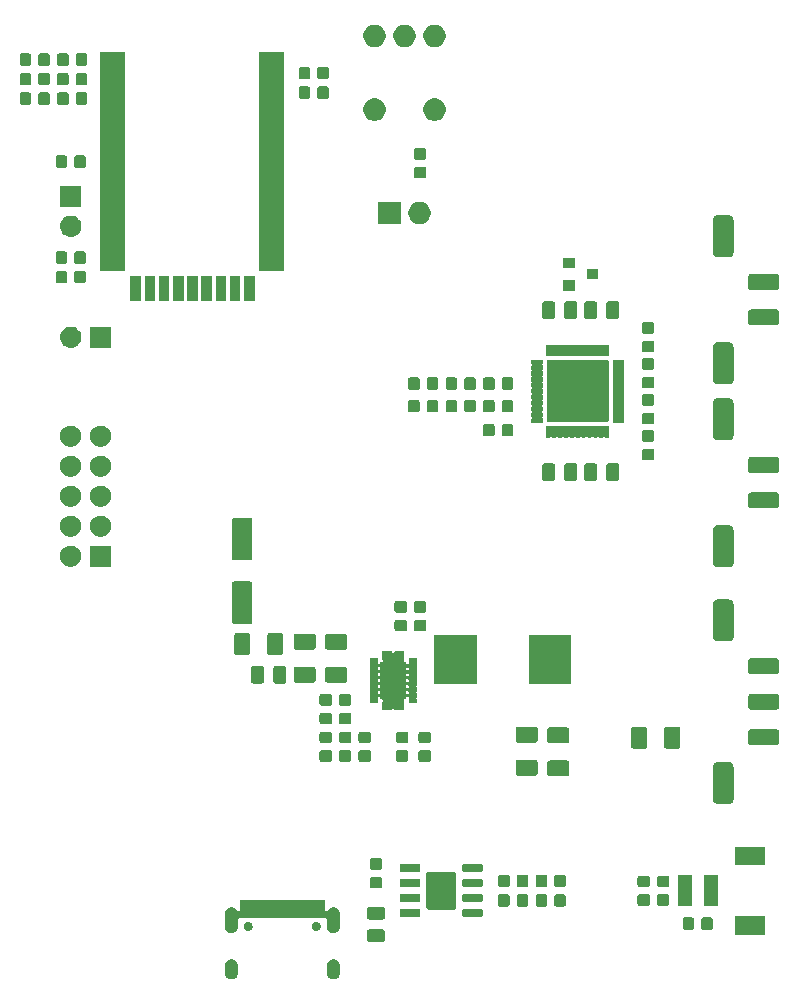
<source format=gbr>
G04 #@! TF.GenerationSoftware,KiCad,Pcbnew,(5.1.4)-1*
G04 #@! TF.CreationDate,2020-01-13T07:02:12+01:00*
G04 #@! TF.ProjectId,Skills,536b696c-6c73-42e6-9b69-6361645f7063,rev?*
G04 #@! TF.SameCoordinates,Original*
G04 #@! TF.FileFunction,Soldermask,Top*
G04 #@! TF.FilePolarity,Negative*
%FSLAX46Y46*%
G04 Gerber Fmt 4.6, Leading zero omitted, Abs format (unit mm)*
G04 Created by KiCad (PCBNEW (5.1.4)-1) date 2020-01-13 07:02:12*
%MOMM*%
%LPD*%
G04 APERTURE LIST*
%ADD10C,0.100000*%
G04 APERTURE END LIST*
D10*
G36*
X77078014Y-133206973D02*
G01*
X77181878Y-133238479D01*
X77225907Y-133262013D01*
X77277599Y-133289643D01*
X77277601Y-133289644D01*
X77277600Y-133289644D01*
X77361501Y-133358499D01*
X77430356Y-133442400D01*
X77481521Y-133538121D01*
X77513027Y-133641985D01*
X77521000Y-133722933D01*
X77521000Y-134377067D01*
X77513027Y-134458015D01*
X77481521Y-134561879D01*
X77481519Y-134561882D01*
X77430357Y-134657600D01*
X77361501Y-134741501D01*
X77277600Y-134810357D01*
X77209055Y-134846995D01*
X77181879Y-134861521D01*
X77078015Y-134893027D01*
X76970000Y-134903666D01*
X76861986Y-134893027D01*
X76758122Y-134861521D01*
X76730946Y-134846995D01*
X76662401Y-134810357D01*
X76578500Y-134741501D01*
X76509645Y-134657601D01*
X76458480Y-134561879D01*
X76426973Y-134458015D01*
X76419000Y-134377067D01*
X76419000Y-133722934D01*
X76426973Y-133641986D01*
X76458479Y-133538122D01*
X76509644Y-133442400D01*
X76578499Y-133358499D01*
X76662400Y-133289644D01*
X76662399Y-133289644D01*
X76662401Y-133289643D01*
X76714093Y-133262013D01*
X76758121Y-133238479D01*
X76861985Y-133206973D01*
X76970000Y-133196334D01*
X77078014Y-133206973D01*
X77078014Y-133206973D01*
G37*
G36*
X68438014Y-133206973D02*
G01*
X68541878Y-133238479D01*
X68585907Y-133262013D01*
X68637599Y-133289643D01*
X68637601Y-133289644D01*
X68637600Y-133289644D01*
X68721501Y-133358499D01*
X68790356Y-133442400D01*
X68841521Y-133538121D01*
X68873027Y-133641985D01*
X68881000Y-133722933D01*
X68881000Y-134377067D01*
X68873027Y-134458015D01*
X68841521Y-134561879D01*
X68841519Y-134561882D01*
X68790357Y-134657600D01*
X68721501Y-134741501D01*
X68637600Y-134810357D01*
X68569055Y-134846995D01*
X68541879Y-134861521D01*
X68438015Y-134893027D01*
X68330000Y-134903666D01*
X68221986Y-134893027D01*
X68118122Y-134861521D01*
X68090946Y-134846995D01*
X68022401Y-134810357D01*
X67938500Y-134741501D01*
X67869645Y-134657601D01*
X67818480Y-134561879D01*
X67786973Y-134458015D01*
X67779000Y-134377067D01*
X67779000Y-133722934D01*
X67786973Y-133641986D01*
X67818479Y-133538122D01*
X67869644Y-133442400D01*
X67938499Y-133358499D01*
X68022400Y-133289644D01*
X68022399Y-133289644D01*
X68022401Y-133289643D01*
X68074093Y-133262013D01*
X68118121Y-133238479D01*
X68221985Y-133206973D01*
X68330000Y-133196334D01*
X68438014Y-133206973D01*
X68438014Y-133206973D01*
G37*
G36*
X81165968Y-130642065D02*
G01*
X81204638Y-130653796D01*
X81240277Y-130672846D01*
X81271517Y-130698483D01*
X81297154Y-130729723D01*
X81316204Y-130765362D01*
X81327935Y-130804032D01*
X81332500Y-130850388D01*
X81332500Y-131501612D01*
X81327935Y-131547968D01*
X81316204Y-131586638D01*
X81297154Y-131622277D01*
X81271517Y-131653517D01*
X81240277Y-131679154D01*
X81204638Y-131698204D01*
X81165968Y-131709935D01*
X81119612Y-131714500D01*
X80043388Y-131714500D01*
X79997032Y-131709935D01*
X79958362Y-131698204D01*
X79922723Y-131679154D01*
X79891483Y-131653517D01*
X79865846Y-131622277D01*
X79846796Y-131586638D01*
X79835065Y-131547968D01*
X79830500Y-131501612D01*
X79830500Y-130850388D01*
X79835065Y-130804032D01*
X79846796Y-130765362D01*
X79865846Y-130729723D01*
X79891483Y-130698483D01*
X79922723Y-130672846D01*
X79958362Y-130653796D01*
X79997032Y-130642065D01*
X80043388Y-130637500D01*
X81119612Y-130637500D01*
X81165968Y-130642065D01*
X81165968Y-130642065D01*
G37*
G36*
X113519000Y-131107000D02*
G01*
X111017000Y-131107000D01*
X111017000Y-129555000D01*
X113519000Y-129555000D01*
X113519000Y-131107000D01*
X113519000Y-131107000D01*
G37*
G36*
X76251000Y-128997266D02*
G01*
X76253402Y-129021652D01*
X76260515Y-129045101D01*
X76272066Y-129066712D01*
X76287611Y-129085654D01*
X76306553Y-129101199D01*
X76328164Y-129112750D01*
X76351613Y-129119863D01*
X76375999Y-129122265D01*
X76400385Y-129119863D01*
X76423834Y-129112750D01*
X76445445Y-129101199D01*
X76464387Y-129085654D01*
X76479932Y-129066712D01*
X76486238Y-129056190D01*
X76509644Y-129012400D01*
X76578499Y-128928499D01*
X76662400Y-128859644D01*
X76662399Y-128859644D01*
X76662401Y-128859643D01*
X76730051Y-128823483D01*
X76758121Y-128808479D01*
X76861985Y-128776973D01*
X76970000Y-128766334D01*
X77078014Y-128776973D01*
X77181878Y-128808479D01*
X77209948Y-128823483D01*
X77277599Y-128859643D01*
X77277601Y-128859644D01*
X77277600Y-128859644D01*
X77361501Y-128928499D01*
X77408325Y-128985555D01*
X77430357Y-129012401D01*
X77452667Y-129054140D01*
X77481521Y-129108121D01*
X77513027Y-129211985D01*
X77521000Y-129292933D01*
X77521000Y-130447067D01*
X77513027Y-130528015D01*
X77481521Y-130631879D01*
X77477348Y-130639686D01*
X77430357Y-130727600D01*
X77361501Y-130811501D01*
X77277600Y-130880357D01*
X77209055Y-130916995D01*
X77181879Y-130931521D01*
X77078015Y-130963027D01*
X76970000Y-130973666D01*
X76861986Y-130963027D01*
X76758122Y-130931521D01*
X76730946Y-130916995D01*
X76662401Y-130880357D01*
X76578500Y-130811501D01*
X76509644Y-130727600D01*
X76462653Y-130639686D01*
X76458480Y-130631879D01*
X76426974Y-130528015D01*
X76419001Y-130447067D01*
X76419001Y-130160314D01*
X76419000Y-129855999D01*
X76416598Y-129831613D01*
X76409485Y-129808164D01*
X76397934Y-129786553D01*
X76382388Y-129767611D01*
X76363447Y-129752066D01*
X76341836Y-129740515D01*
X76318387Y-129733402D01*
X76294001Y-129731000D01*
X69005999Y-129731000D01*
X68981613Y-129733402D01*
X68958164Y-129740515D01*
X68936553Y-129752066D01*
X68917611Y-129767611D01*
X68902066Y-129786553D01*
X68890515Y-129808164D01*
X68883402Y-129831613D01*
X68881000Y-129855999D01*
X68881000Y-130447067D01*
X68873027Y-130528015D01*
X68841521Y-130631879D01*
X68837348Y-130639686D01*
X68790357Y-130727600D01*
X68721501Y-130811501D01*
X68637600Y-130880357D01*
X68569055Y-130916995D01*
X68541879Y-130931521D01*
X68438015Y-130963027D01*
X68330000Y-130973666D01*
X68221986Y-130963027D01*
X68118122Y-130931521D01*
X68090946Y-130916995D01*
X68022401Y-130880357D01*
X67938500Y-130811501D01*
X67869644Y-130727600D01*
X67822653Y-130639686D01*
X67818480Y-130631879D01*
X67786974Y-130528015D01*
X67779001Y-130447067D01*
X67779000Y-129292934D01*
X67786973Y-129211986D01*
X67818479Y-129108122D01*
X67842013Y-129064093D01*
X67869643Y-129012401D01*
X67891675Y-128985555D01*
X67938499Y-128928499D01*
X68022400Y-128859644D01*
X68022399Y-128859644D01*
X68022401Y-128859643D01*
X68090051Y-128823483D01*
X68118121Y-128808479D01*
X68221985Y-128776973D01*
X68330000Y-128766334D01*
X68438014Y-128776973D01*
X68541878Y-128808479D01*
X68569948Y-128823483D01*
X68637599Y-128859643D01*
X68637601Y-128859644D01*
X68637600Y-128859644D01*
X68721501Y-128928499D01*
X68759319Y-128974581D01*
X68790356Y-129012399D01*
X68797664Y-129026072D01*
X68813764Y-129056193D01*
X68827375Y-129076563D01*
X68844702Y-129093890D01*
X68865076Y-129107504D01*
X68887715Y-129116881D01*
X68911748Y-129121662D01*
X68936252Y-129121662D01*
X68960286Y-129116882D01*
X68982924Y-129107505D01*
X69003299Y-129093891D01*
X69020626Y-129076564D01*
X69034240Y-129056190D01*
X69043617Y-129033551D01*
X69048398Y-129009518D01*
X69049000Y-128997265D01*
X69049000Y-128179000D01*
X76251000Y-128179000D01*
X76251000Y-128997266D01*
X76251000Y-128997266D01*
G37*
G36*
X69869672Y-130038449D02*
G01*
X69869674Y-130038450D01*
X69869675Y-130038450D01*
X69938103Y-130066793D01*
X69999686Y-130107942D01*
X70052058Y-130160314D01*
X70093207Y-130221897D01*
X70121550Y-130290325D01*
X70136000Y-130362967D01*
X70136000Y-130437033D01*
X70121550Y-130509675D01*
X70093207Y-130578103D01*
X70052058Y-130639686D01*
X69999686Y-130692058D01*
X69938103Y-130733207D01*
X69869675Y-130761550D01*
X69869674Y-130761550D01*
X69869672Y-130761551D01*
X69797034Y-130776000D01*
X69722966Y-130776000D01*
X69650328Y-130761551D01*
X69650326Y-130761550D01*
X69650325Y-130761550D01*
X69581897Y-130733207D01*
X69520314Y-130692058D01*
X69467942Y-130639686D01*
X69426793Y-130578103D01*
X69398450Y-130509675D01*
X69384000Y-130437033D01*
X69384000Y-130362967D01*
X69398450Y-130290325D01*
X69426793Y-130221897D01*
X69467942Y-130160314D01*
X69520314Y-130107942D01*
X69581897Y-130066793D01*
X69650325Y-130038450D01*
X69650326Y-130038450D01*
X69650328Y-130038449D01*
X69722966Y-130024000D01*
X69797034Y-130024000D01*
X69869672Y-130038449D01*
X69869672Y-130038449D01*
G37*
G36*
X75649672Y-130038449D02*
G01*
X75649674Y-130038450D01*
X75649675Y-130038450D01*
X75718103Y-130066793D01*
X75779686Y-130107942D01*
X75832058Y-130160314D01*
X75873207Y-130221897D01*
X75901550Y-130290325D01*
X75916000Y-130362967D01*
X75916000Y-130437033D01*
X75901550Y-130509675D01*
X75873207Y-130578103D01*
X75832058Y-130639686D01*
X75779686Y-130692058D01*
X75718103Y-130733207D01*
X75649675Y-130761550D01*
X75649674Y-130761550D01*
X75649672Y-130761551D01*
X75577034Y-130776000D01*
X75502966Y-130776000D01*
X75430328Y-130761551D01*
X75430326Y-130761550D01*
X75430325Y-130761550D01*
X75361897Y-130733207D01*
X75300314Y-130692058D01*
X75247942Y-130639686D01*
X75206793Y-130578103D01*
X75178450Y-130509675D01*
X75164000Y-130437033D01*
X75164000Y-130362967D01*
X75178450Y-130290325D01*
X75206793Y-130221897D01*
X75247942Y-130160314D01*
X75300314Y-130107942D01*
X75361897Y-130066793D01*
X75430325Y-130038450D01*
X75430326Y-130038450D01*
X75430328Y-130038449D01*
X75502966Y-130024000D01*
X75577034Y-130024000D01*
X75649672Y-130038449D01*
X75649672Y-130038449D01*
G37*
G36*
X108952591Y-129653085D02*
G01*
X108986569Y-129663393D01*
X109017890Y-129680134D01*
X109045339Y-129702661D01*
X109067866Y-129730110D01*
X109084607Y-129761431D01*
X109094915Y-129795409D01*
X109099000Y-129836890D01*
X109099000Y-130513110D01*
X109094915Y-130554591D01*
X109084607Y-130588569D01*
X109067866Y-130619890D01*
X109045339Y-130647339D01*
X109017890Y-130669866D01*
X108986569Y-130686607D01*
X108952591Y-130696915D01*
X108911110Y-130701000D01*
X108309890Y-130701000D01*
X108268409Y-130696915D01*
X108234431Y-130686607D01*
X108203110Y-130669866D01*
X108175661Y-130647339D01*
X108153134Y-130619890D01*
X108136393Y-130588569D01*
X108126085Y-130554591D01*
X108122000Y-130513110D01*
X108122000Y-129836890D01*
X108126085Y-129795409D01*
X108136393Y-129761431D01*
X108153134Y-129730110D01*
X108175661Y-129702661D01*
X108203110Y-129680134D01*
X108234431Y-129663393D01*
X108268409Y-129653085D01*
X108309890Y-129649000D01*
X108911110Y-129649000D01*
X108952591Y-129653085D01*
X108952591Y-129653085D01*
G37*
G36*
X107377591Y-129653085D02*
G01*
X107411569Y-129663393D01*
X107442890Y-129680134D01*
X107470339Y-129702661D01*
X107492866Y-129730110D01*
X107509607Y-129761431D01*
X107519915Y-129795409D01*
X107524000Y-129836890D01*
X107524000Y-130513110D01*
X107519915Y-130554591D01*
X107509607Y-130588569D01*
X107492866Y-130619890D01*
X107470339Y-130647339D01*
X107442890Y-130669866D01*
X107411569Y-130686607D01*
X107377591Y-130696915D01*
X107336110Y-130701000D01*
X106734890Y-130701000D01*
X106693409Y-130696915D01*
X106659431Y-130686607D01*
X106628110Y-130669866D01*
X106600661Y-130647339D01*
X106578134Y-130619890D01*
X106561393Y-130588569D01*
X106551085Y-130554591D01*
X106547000Y-130513110D01*
X106547000Y-129836890D01*
X106551085Y-129795409D01*
X106561393Y-129761431D01*
X106578134Y-129730110D01*
X106600661Y-129702661D01*
X106628110Y-129680134D01*
X106659431Y-129663393D01*
X106693409Y-129653085D01*
X106734890Y-129649000D01*
X107336110Y-129649000D01*
X107377591Y-129653085D01*
X107377591Y-129653085D01*
G37*
G36*
X81165968Y-128767065D02*
G01*
X81204638Y-128778796D01*
X81240277Y-128797846D01*
X81271517Y-128823483D01*
X81297154Y-128854723D01*
X81316204Y-128890362D01*
X81327935Y-128929032D01*
X81332500Y-128975388D01*
X81332500Y-129626612D01*
X81327935Y-129672968D01*
X81316204Y-129711638D01*
X81297154Y-129747277D01*
X81271517Y-129778517D01*
X81240277Y-129804154D01*
X81204638Y-129823204D01*
X81165968Y-129834935D01*
X81119612Y-129839500D01*
X80043388Y-129839500D01*
X79997032Y-129834935D01*
X79958362Y-129823204D01*
X79922723Y-129804154D01*
X79891483Y-129778517D01*
X79865846Y-129747277D01*
X79846796Y-129711638D01*
X79835065Y-129672968D01*
X79830500Y-129626612D01*
X79830500Y-128975388D01*
X79835065Y-128929032D01*
X79846796Y-128890362D01*
X79865846Y-128854723D01*
X79891483Y-128823483D01*
X79922723Y-128797846D01*
X79958362Y-128778796D01*
X79997032Y-128767065D01*
X80043388Y-128762500D01*
X81119612Y-128762500D01*
X81165968Y-128767065D01*
X81165968Y-128767065D01*
G37*
G36*
X84215928Y-128937764D02*
G01*
X84237009Y-128944160D01*
X84256445Y-128954548D01*
X84273476Y-128968524D01*
X84287452Y-128985555D01*
X84297840Y-129004991D01*
X84304236Y-129026072D01*
X84307000Y-129054140D01*
X84307000Y-129517860D01*
X84304236Y-129545928D01*
X84297840Y-129567009D01*
X84287452Y-129586445D01*
X84273476Y-129603476D01*
X84256445Y-129617452D01*
X84237009Y-129627840D01*
X84215928Y-129634236D01*
X84187860Y-129637000D01*
X82724140Y-129637000D01*
X82696072Y-129634236D01*
X82674991Y-129627840D01*
X82655555Y-129617452D01*
X82638524Y-129603476D01*
X82624548Y-129586445D01*
X82614160Y-129567009D01*
X82607764Y-129545928D01*
X82605000Y-129517860D01*
X82605000Y-129054140D01*
X82607764Y-129026072D01*
X82614160Y-129004991D01*
X82624548Y-128985555D01*
X82638524Y-128968524D01*
X82655555Y-128954548D01*
X82674991Y-128944160D01*
X82696072Y-128937764D01*
X82724140Y-128935000D01*
X84187860Y-128935000D01*
X84215928Y-128937764D01*
X84215928Y-128937764D01*
G37*
G36*
X89515928Y-128937764D02*
G01*
X89537009Y-128944160D01*
X89556445Y-128954548D01*
X89573476Y-128968524D01*
X89587452Y-128985555D01*
X89597840Y-129004991D01*
X89604236Y-129026072D01*
X89607000Y-129054140D01*
X89607000Y-129517860D01*
X89604236Y-129545928D01*
X89597840Y-129567009D01*
X89587452Y-129586445D01*
X89573476Y-129603476D01*
X89556445Y-129617452D01*
X89537009Y-129627840D01*
X89515928Y-129634236D01*
X89487860Y-129637000D01*
X88024140Y-129637000D01*
X87996072Y-129634236D01*
X87974991Y-129627840D01*
X87955555Y-129617452D01*
X87938524Y-129603476D01*
X87924548Y-129586445D01*
X87914160Y-129567009D01*
X87907764Y-129545928D01*
X87905000Y-129517860D01*
X87905000Y-129054140D01*
X87907764Y-129026072D01*
X87914160Y-129004991D01*
X87924548Y-128985555D01*
X87938524Y-128968524D01*
X87955555Y-128954548D01*
X87974991Y-128944160D01*
X87996072Y-128937764D01*
X88024140Y-128935000D01*
X89487860Y-128935000D01*
X89515928Y-128937764D01*
X89515928Y-128937764D01*
G37*
G36*
X87231877Y-125783696D02*
G01*
X87262062Y-125792853D01*
X87289883Y-125807723D01*
X87314266Y-125827734D01*
X87334277Y-125852117D01*
X87349147Y-125879938D01*
X87358304Y-125910123D01*
X87362000Y-125947652D01*
X87362000Y-128814348D01*
X87358304Y-128851877D01*
X87349147Y-128882062D01*
X87334277Y-128909883D01*
X87314266Y-128934266D01*
X87289883Y-128954277D01*
X87262062Y-128969147D01*
X87231877Y-128978304D01*
X87194348Y-128982000D01*
X85017652Y-128982000D01*
X84980123Y-128978304D01*
X84949938Y-128969147D01*
X84922117Y-128954277D01*
X84897734Y-128934266D01*
X84877723Y-128909883D01*
X84862853Y-128882062D01*
X84853696Y-128851877D01*
X84850000Y-128814348D01*
X84850000Y-125947652D01*
X84853696Y-125910123D01*
X84862853Y-125879938D01*
X84877723Y-125852117D01*
X84897734Y-125827734D01*
X84922117Y-125807723D01*
X84949938Y-125792853D01*
X84980123Y-125783696D01*
X85017652Y-125780000D01*
X87194348Y-125780000D01*
X87231877Y-125783696D01*
X87231877Y-125783696D01*
G37*
G36*
X91756591Y-127684585D02*
G01*
X91790569Y-127694893D01*
X91821890Y-127711634D01*
X91849339Y-127734161D01*
X91871866Y-127761610D01*
X91888607Y-127792931D01*
X91898915Y-127826909D01*
X91903000Y-127868390D01*
X91903000Y-128544610D01*
X91898915Y-128586091D01*
X91888607Y-128620069D01*
X91871866Y-128651390D01*
X91849339Y-128678839D01*
X91821890Y-128701366D01*
X91790569Y-128718107D01*
X91756591Y-128728415D01*
X91715110Y-128732500D01*
X91113890Y-128732500D01*
X91072409Y-128728415D01*
X91038431Y-128718107D01*
X91007110Y-128701366D01*
X90979661Y-128678839D01*
X90957134Y-128651390D01*
X90940393Y-128620069D01*
X90930085Y-128586091D01*
X90926000Y-128544610D01*
X90926000Y-127868390D01*
X90930085Y-127826909D01*
X90940393Y-127792931D01*
X90957134Y-127761610D01*
X90979661Y-127734161D01*
X91007110Y-127711634D01*
X91038431Y-127694893D01*
X91072409Y-127684585D01*
X91113890Y-127680500D01*
X91715110Y-127680500D01*
X91756591Y-127684585D01*
X91756591Y-127684585D01*
G37*
G36*
X93331591Y-127684585D02*
G01*
X93365569Y-127694893D01*
X93396890Y-127711634D01*
X93424339Y-127734161D01*
X93446866Y-127761610D01*
X93463607Y-127792931D01*
X93473915Y-127826909D01*
X93478000Y-127868390D01*
X93478000Y-128544610D01*
X93473915Y-128586091D01*
X93463607Y-128620069D01*
X93446866Y-128651390D01*
X93424339Y-128678839D01*
X93396890Y-128701366D01*
X93365569Y-128718107D01*
X93331591Y-128728415D01*
X93290110Y-128732500D01*
X92688890Y-128732500D01*
X92647409Y-128728415D01*
X92613431Y-128718107D01*
X92582110Y-128701366D01*
X92554661Y-128678839D01*
X92532134Y-128651390D01*
X92515393Y-128620069D01*
X92505085Y-128586091D01*
X92501000Y-128544610D01*
X92501000Y-127868390D01*
X92505085Y-127826909D01*
X92515393Y-127792931D01*
X92532134Y-127761610D01*
X92554661Y-127734161D01*
X92582110Y-127711634D01*
X92613431Y-127694893D01*
X92647409Y-127684585D01*
X92688890Y-127680500D01*
X93290110Y-127680500D01*
X93331591Y-127684585D01*
X93331591Y-127684585D01*
G37*
G36*
X96506591Y-127684585D02*
G01*
X96540569Y-127694893D01*
X96571890Y-127711634D01*
X96599339Y-127734161D01*
X96621866Y-127761610D01*
X96638607Y-127792931D01*
X96648915Y-127826909D01*
X96653000Y-127868390D01*
X96653000Y-128544610D01*
X96648915Y-128586091D01*
X96638607Y-128620069D01*
X96621866Y-128651390D01*
X96599339Y-128678839D01*
X96571890Y-128701366D01*
X96540569Y-128718107D01*
X96506591Y-128728415D01*
X96465110Y-128732500D01*
X95863890Y-128732500D01*
X95822409Y-128728415D01*
X95788431Y-128718107D01*
X95757110Y-128701366D01*
X95729661Y-128678839D01*
X95707134Y-128651390D01*
X95690393Y-128620069D01*
X95680085Y-128586091D01*
X95676000Y-128544610D01*
X95676000Y-127868390D01*
X95680085Y-127826909D01*
X95690393Y-127792931D01*
X95707134Y-127761610D01*
X95729661Y-127734161D01*
X95757110Y-127711634D01*
X95788431Y-127694893D01*
X95822409Y-127684585D01*
X95863890Y-127680500D01*
X96465110Y-127680500D01*
X96506591Y-127684585D01*
X96506591Y-127684585D01*
G37*
G36*
X94931591Y-127684585D02*
G01*
X94965569Y-127694893D01*
X94996890Y-127711634D01*
X95024339Y-127734161D01*
X95046866Y-127761610D01*
X95063607Y-127792931D01*
X95073915Y-127826909D01*
X95078000Y-127868390D01*
X95078000Y-128544610D01*
X95073915Y-128586091D01*
X95063607Y-128620069D01*
X95046866Y-128651390D01*
X95024339Y-128678839D01*
X94996890Y-128701366D01*
X94965569Y-128718107D01*
X94931591Y-128728415D01*
X94890110Y-128732500D01*
X94288890Y-128732500D01*
X94247409Y-128728415D01*
X94213431Y-128718107D01*
X94182110Y-128701366D01*
X94154661Y-128678839D01*
X94132134Y-128651390D01*
X94115393Y-128620069D01*
X94105085Y-128586091D01*
X94101000Y-128544610D01*
X94101000Y-127868390D01*
X94105085Y-127826909D01*
X94115393Y-127792931D01*
X94132134Y-127761610D01*
X94154661Y-127734161D01*
X94182110Y-127711634D01*
X94213431Y-127694893D01*
X94247409Y-127684585D01*
X94288890Y-127680500D01*
X94890110Y-127680500D01*
X94931591Y-127684585D01*
X94931591Y-127684585D01*
G37*
G36*
X109504000Y-128707000D02*
G01*
X108342000Y-128707000D01*
X108342000Y-126055000D01*
X109504000Y-126055000D01*
X109504000Y-128707000D01*
X109504000Y-128707000D01*
G37*
G36*
X107304000Y-128707000D02*
G01*
X106142000Y-128707000D01*
X106142000Y-126055000D01*
X107304000Y-126055000D01*
X107304000Y-128707000D01*
X107304000Y-128707000D01*
G37*
G36*
X103630591Y-127684085D02*
G01*
X103664569Y-127694393D01*
X103695890Y-127711134D01*
X103723339Y-127733661D01*
X103745866Y-127761110D01*
X103762607Y-127792431D01*
X103772915Y-127826409D01*
X103777000Y-127867890D01*
X103777000Y-128469110D01*
X103772915Y-128510591D01*
X103762607Y-128544569D01*
X103745866Y-128575890D01*
X103723339Y-128603339D01*
X103695890Y-128625866D01*
X103664569Y-128642607D01*
X103630591Y-128652915D01*
X103589110Y-128657000D01*
X102912890Y-128657000D01*
X102871409Y-128652915D01*
X102837431Y-128642607D01*
X102806110Y-128625866D01*
X102778661Y-128603339D01*
X102756134Y-128575890D01*
X102739393Y-128544569D01*
X102729085Y-128510591D01*
X102725000Y-128469110D01*
X102725000Y-127867890D01*
X102729085Y-127826409D01*
X102739393Y-127792431D01*
X102756134Y-127761110D01*
X102778661Y-127733661D01*
X102806110Y-127711134D01*
X102837431Y-127694393D01*
X102871409Y-127684085D01*
X102912890Y-127680000D01*
X103589110Y-127680000D01*
X103630591Y-127684085D01*
X103630591Y-127684085D01*
G37*
G36*
X105281591Y-127684085D02*
G01*
X105315569Y-127694393D01*
X105346890Y-127711134D01*
X105374339Y-127733661D01*
X105396866Y-127761110D01*
X105413607Y-127792431D01*
X105423915Y-127826409D01*
X105428000Y-127867890D01*
X105428000Y-128469110D01*
X105423915Y-128510591D01*
X105413607Y-128544569D01*
X105396866Y-128575890D01*
X105374339Y-128603339D01*
X105346890Y-128625866D01*
X105315569Y-128642607D01*
X105281591Y-128652915D01*
X105240110Y-128657000D01*
X104563890Y-128657000D01*
X104522409Y-128652915D01*
X104488431Y-128642607D01*
X104457110Y-128625866D01*
X104429661Y-128603339D01*
X104407134Y-128575890D01*
X104390393Y-128544569D01*
X104380085Y-128510591D01*
X104376000Y-128469110D01*
X104376000Y-127867890D01*
X104380085Y-127826409D01*
X104390393Y-127792431D01*
X104407134Y-127761110D01*
X104429661Y-127733661D01*
X104457110Y-127711134D01*
X104488431Y-127694393D01*
X104522409Y-127684085D01*
X104563890Y-127680000D01*
X105240110Y-127680000D01*
X105281591Y-127684085D01*
X105281591Y-127684085D01*
G37*
G36*
X89515928Y-127667764D02*
G01*
X89537009Y-127674160D01*
X89556445Y-127684548D01*
X89573476Y-127698524D01*
X89587452Y-127715555D01*
X89597840Y-127734991D01*
X89604236Y-127756072D01*
X89607000Y-127784140D01*
X89607000Y-128247860D01*
X89604236Y-128275928D01*
X89597840Y-128297009D01*
X89587452Y-128316445D01*
X89573476Y-128333476D01*
X89556445Y-128347452D01*
X89537009Y-128357840D01*
X89515928Y-128364236D01*
X89487860Y-128367000D01*
X88024140Y-128367000D01*
X87996072Y-128364236D01*
X87974991Y-128357840D01*
X87955555Y-128347452D01*
X87938524Y-128333476D01*
X87924548Y-128316445D01*
X87914160Y-128297009D01*
X87907764Y-128275928D01*
X87905000Y-128247860D01*
X87905000Y-127784140D01*
X87907764Y-127756072D01*
X87914160Y-127734991D01*
X87924548Y-127715555D01*
X87938524Y-127698524D01*
X87955555Y-127684548D01*
X87974991Y-127674160D01*
X87996072Y-127667764D01*
X88024140Y-127665000D01*
X89487860Y-127665000D01*
X89515928Y-127667764D01*
X89515928Y-127667764D01*
G37*
G36*
X84215928Y-127667764D02*
G01*
X84237009Y-127674160D01*
X84256445Y-127684548D01*
X84273476Y-127698524D01*
X84287452Y-127715555D01*
X84297840Y-127734991D01*
X84304236Y-127756072D01*
X84307000Y-127784140D01*
X84307000Y-128247860D01*
X84304236Y-128275928D01*
X84297840Y-128297009D01*
X84287452Y-128316445D01*
X84273476Y-128333476D01*
X84256445Y-128347452D01*
X84237009Y-128357840D01*
X84215928Y-128364236D01*
X84187860Y-128367000D01*
X82724140Y-128367000D01*
X82696072Y-128364236D01*
X82674991Y-128357840D01*
X82655555Y-128347452D01*
X82638524Y-128333476D01*
X82624548Y-128316445D01*
X82614160Y-128297009D01*
X82607764Y-128275928D01*
X82605000Y-128247860D01*
X82605000Y-127784140D01*
X82607764Y-127756072D01*
X82614160Y-127734991D01*
X82624548Y-127715555D01*
X82638524Y-127698524D01*
X82655555Y-127684548D01*
X82674991Y-127674160D01*
X82696072Y-127667764D01*
X82724140Y-127665000D01*
X84187860Y-127665000D01*
X84215928Y-127667764D01*
X84215928Y-127667764D01*
G37*
G36*
X80961091Y-126223585D02*
G01*
X80995069Y-126233893D01*
X81026390Y-126250634D01*
X81053839Y-126273161D01*
X81076366Y-126300610D01*
X81093107Y-126331931D01*
X81103415Y-126365909D01*
X81107500Y-126407390D01*
X81107500Y-127008610D01*
X81103415Y-127050091D01*
X81093107Y-127084069D01*
X81076366Y-127115390D01*
X81053839Y-127142839D01*
X81026390Y-127165366D01*
X80995069Y-127182107D01*
X80961091Y-127192415D01*
X80919610Y-127196500D01*
X80243390Y-127196500D01*
X80201909Y-127192415D01*
X80167931Y-127182107D01*
X80136610Y-127165366D01*
X80109161Y-127142839D01*
X80086634Y-127115390D01*
X80069893Y-127084069D01*
X80059585Y-127050091D01*
X80055500Y-127008610D01*
X80055500Y-126407390D01*
X80059585Y-126365909D01*
X80069893Y-126331931D01*
X80086634Y-126300610D01*
X80109161Y-126273161D01*
X80136610Y-126250634D01*
X80167931Y-126233893D01*
X80201909Y-126223585D01*
X80243390Y-126219500D01*
X80919610Y-126219500D01*
X80961091Y-126223585D01*
X80961091Y-126223585D01*
G37*
G36*
X84215928Y-126397764D02*
G01*
X84237009Y-126404160D01*
X84256445Y-126414548D01*
X84273476Y-126428524D01*
X84287452Y-126445555D01*
X84297840Y-126464991D01*
X84304236Y-126486072D01*
X84307000Y-126514140D01*
X84307000Y-126977860D01*
X84304236Y-127005928D01*
X84297840Y-127027009D01*
X84287452Y-127046445D01*
X84273476Y-127063476D01*
X84256445Y-127077452D01*
X84237009Y-127087840D01*
X84215928Y-127094236D01*
X84187860Y-127097000D01*
X82724140Y-127097000D01*
X82696072Y-127094236D01*
X82674991Y-127087840D01*
X82655555Y-127077452D01*
X82638524Y-127063476D01*
X82624548Y-127046445D01*
X82614160Y-127027009D01*
X82607764Y-127005928D01*
X82605000Y-126977860D01*
X82605000Y-126514140D01*
X82607764Y-126486072D01*
X82614160Y-126464991D01*
X82624548Y-126445555D01*
X82638524Y-126428524D01*
X82655555Y-126414548D01*
X82674991Y-126404160D01*
X82696072Y-126397764D01*
X82724140Y-126395000D01*
X84187860Y-126395000D01*
X84215928Y-126397764D01*
X84215928Y-126397764D01*
G37*
G36*
X89515928Y-126397764D02*
G01*
X89537009Y-126404160D01*
X89556445Y-126414548D01*
X89573476Y-126428524D01*
X89587452Y-126445555D01*
X89597840Y-126464991D01*
X89604236Y-126486072D01*
X89607000Y-126514140D01*
X89607000Y-126977860D01*
X89604236Y-127005928D01*
X89597840Y-127027009D01*
X89587452Y-127046445D01*
X89573476Y-127063476D01*
X89556445Y-127077452D01*
X89537009Y-127087840D01*
X89515928Y-127094236D01*
X89487860Y-127097000D01*
X88024140Y-127097000D01*
X87996072Y-127094236D01*
X87974991Y-127087840D01*
X87955555Y-127077452D01*
X87938524Y-127063476D01*
X87924548Y-127046445D01*
X87914160Y-127027009D01*
X87907764Y-127005928D01*
X87905000Y-126977860D01*
X87905000Y-126514140D01*
X87907764Y-126486072D01*
X87914160Y-126464991D01*
X87924548Y-126445555D01*
X87938524Y-126428524D01*
X87955555Y-126414548D01*
X87974991Y-126404160D01*
X87996072Y-126397764D01*
X88024140Y-126395000D01*
X89487860Y-126395000D01*
X89515928Y-126397764D01*
X89515928Y-126397764D01*
G37*
G36*
X103630591Y-126109085D02*
G01*
X103664569Y-126119393D01*
X103695890Y-126136134D01*
X103723339Y-126158661D01*
X103745866Y-126186110D01*
X103762607Y-126217431D01*
X103772915Y-126251409D01*
X103777000Y-126292890D01*
X103777000Y-126894110D01*
X103772915Y-126935591D01*
X103762607Y-126969569D01*
X103745866Y-127000890D01*
X103723339Y-127028339D01*
X103695890Y-127050866D01*
X103664569Y-127067607D01*
X103630591Y-127077915D01*
X103589110Y-127082000D01*
X102912890Y-127082000D01*
X102871409Y-127077915D01*
X102837431Y-127067607D01*
X102806110Y-127050866D01*
X102778661Y-127028339D01*
X102756134Y-127000890D01*
X102739393Y-126969569D01*
X102729085Y-126935591D01*
X102725000Y-126894110D01*
X102725000Y-126292890D01*
X102729085Y-126251409D01*
X102739393Y-126217431D01*
X102756134Y-126186110D01*
X102778661Y-126158661D01*
X102806110Y-126136134D01*
X102837431Y-126119393D01*
X102871409Y-126109085D01*
X102912890Y-126105000D01*
X103589110Y-126105000D01*
X103630591Y-126109085D01*
X103630591Y-126109085D01*
G37*
G36*
X105281591Y-126109085D02*
G01*
X105315569Y-126119393D01*
X105346890Y-126136134D01*
X105374339Y-126158661D01*
X105396866Y-126186110D01*
X105413607Y-126217431D01*
X105423915Y-126251409D01*
X105428000Y-126292890D01*
X105428000Y-126894110D01*
X105423915Y-126935591D01*
X105413607Y-126969569D01*
X105396866Y-127000890D01*
X105374339Y-127028339D01*
X105346890Y-127050866D01*
X105315569Y-127067607D01*
X105281591Y-127077915D01*
X105240110Y-127082000D01*
X104563890Y-127082000D01*
X104522409Y-127077915D01*
X104488431Y-127067607D01*
X104457110Y-127050866D01*
X104429661Y-127028339D01*
X104407134Y-127000890D01*
X104390393Y-126969569D01*
X104380085Y-126935591D01*
X104376000Y-126894110D01*
X104376000Y-126292890D01*
X104380085Y-126251409D01*
X104390393Y-126217431D01*
X104407134Y-126186110D01*
X104429661Y-126158661D01*
X104457110Y-126136134D01*
X104488431Y-126119393D01*
X104522409Y-126109085D01*
X104563890Y-126105000D01*
X105240110Y-126105000D01*
X105281591Y-126109085D01*
X105281591Y-126109085D01*
G37*
G36*
X94931591Y-126033585D02*
G01*
X94965569Y-126043893D01*
X94996890Y-126060634D01*
X95024339Y-126083161D01*
X95046866Y-126110610D01*
X95063607Y-126141931D01*
X95073915Y-126175909D01*
X95078000Y-126217390D01*
X95078000Y-126893610D01*
X95073915Y-126935091D01*
X95063607Y-126969069D01*
X95046866Y-127000390D01*
X95024339Y-127027839D01*
X94996890Y-127050366D01*
X94965569Y-127067107D01*
X94931591Y-127077415D01*
X94890110Y-127081500D01*
X94288890Y-127081500D01*
X94247409Y-127077415D01*
X94213431Y-127067107D01*
X94182110Y-127050366D01*
X94154661Y-127027839D01*
X94132134Y-127000390D01*
X94115393Y-126969069D01*
X94105085Y-126935091D01*
X94101000Y-126893610D01*
X94101000Y-126217390D01*
X94105085Y-126175909D01*
X94115393Y-126141931D01*
X94132134Y-126110610D01*
X94154661Y-126083161D01*
X94182110Y-126060634D01*
X94213431Y-126043893D01*
X94247409Y-126033585D01*
X94288890Y-126029500D01*
X94890110Y-126029500D01*
X94931591Y-126033585D01*
X94931591Y-126033585D01*
G37*
G36*
X91756591Y-126033585D02*
G01*
X91790569Y-126043893D01*
X91821890Y-126060634D01*
X91849339Y-126083161D01*
X91871866Y-126110610D01*
X91888607Y-126141931D01*
X91898915Y-126175909D01*
X91903000Y-126217390D01*
X91903000Y-126893610D01*
X91898915Y-126935091D01*
X91888607Y-126969069D01*
X91871866Y-127000390D01*
X91849339Y-127027839D01*
X91821890Y-127050366D01*
X91790569Y-127067107D01*
X91756591Y-127077415D01*
X91715110Y-127081500D01*
X91113890Y-127081500D01*
X91072409Y-127077415D01*
X91038431Y-127067107D01*
X91007110Y-127050366D01*
X90979661Y-127027839D01*
X90957134Y-127000390D01*
X90940393Y-126969069D01*
X90930085Y-126935091D01*
X90926000Y-126893610D01*
X90926000Y-126217390D01*
X90930085Y-126175909D01*
X90940393Y-126141931D01*
X90957134Y-126110610D01*
X90979661Y-126083161D01*
X91007110Y-126060634D01*
X91038431Y-126043893D01*
X91072409Y-126033585D01*
X91113890Y-126029500D01*
X91715110Y-126029500D01*
X91756591Y-126033585D01*
X91756591Y-126033585D01*
G37*
G36*
X93331591Y-126033585D02*
G01*
X93365569Y-126043893D01*
X93396890Y-126060634D01*
X93424339Y-126083161D01*
X93446866Y-126110610D01*
X93463607Y-126141931D01*
X93473915Y-126175909D01*
X93478000Y-126217390D01*
X93478000Y-126893610D01*
X93473915Y-126935091D01*
X93463607Y-126969069D01*
X93446866Y-127000390D01*
X93424339Y-127027839D01*
X93396890Y-127050366D01*
X93365569Y-127067107D01*
X93331591Y-127077415D01*
X93290110Y-127081500D01*
X92688890Y-127081500D01*
X92647409Y-127077415D01*
X92613431Y-127067107D01*
X92582110Y-127050366D01*
X92554661Y-127027839D01*
X92532134Y-127000390D01*
X92515393Y-126969069D01*
X92505085Y-126935091D01*
X92501000Y-126893610D01*
X92501000Y-126217390D01*
X92505085Y-126175909D01*
X92515393Y-126141931D01*
X92532134Y-126110610D01*
X92554661Y-126083161D01*
X92582110Y-126060634D01*
X92613431Y-126043893D01*
X92647409Y-126033585D01*
X92688890Y-126029500D01*
X93290110Y-126029500D01*
X93331591Y-126033585D01*
X93331591Y-126033585D01*
G37*
G36*
X96506591Y-126033585D02*
G01*
X96540569Y-126043893D01*
X96571890Y-126060634D01*
X96599339Y-126083161D01*
X96621866Y-126110610D01*
X96638607Y-126141931D01*
X96648915Y-126175909D01*
X96653000Y-126217390D01*
X96653000Y-126893610D01*
X96648915Y-126935091D01*
X96638607Y-126969069D01*
X96621866Y-127000390D01*
X96599339Y-127027839D01*
X96571890Y-127050366D01*
X96540569Y-127067107D01*
X96506591Y-127077415D01*
X96465110Y-127081500D01*
X95863890Y-127081500D01*
X95822409Y-127077415D01*
X95788431Y-127067107D01*
X95757110Y-127050366D01*
X95729661Y-127027839D01*
X95707134Y-127000390D01*
X95690393Y-126969069D01*
X95680085Y-126935091D01*
X95676000Y-126893610D01*
X95676000Y-126217390D01*
X95680085Y-126175909D01*
X95690393Y-126141931D01*
X95707134Y-126110610D01*
X95729661Y-126083161D01*
X95757110Y-126060634D01*
X95788431Y-126043893D01*
X95822409Y-126033585D01*
X95863890Y-126029500D01*
X96465110Y-126029500D01*
X96506591Y-126033585D01*
X96506591Y-126033585D01*
G37*
G36*
X89515928Y-125127764D02*
G01*
X89537009Y-125134160D01*
X89556445Y-125144548D01*
X89573476Y-125158524D01*
X89587452Y-125175555D01*
X89597840Y-125194991D01*
X89604236Y-125216072D01*
X89607000Y-125244140D01*
X89607000Y-125707860D01*
X89604236Y-125735928D01*
X89597840Y-125757009D01*
X89587452Y-125776445D01*
X89573476Y-125793476D01*
X89556445Y-125807452D01*
X89537009Y-125817840D01*
X89515928Y-125824236D01*
X89487860Y-125827000D01*
X88024140Y-125827000D01*
X87996072Y-125824236D01*
X87974991Y-125817840D01*
X87955555Y-125807452D01*
X87938524Y-125793476D01*
X87924548Y-125776445D01*
X87914160Y-125757009D01*
X87907764Y-125735928D01*
X87905000Y-125707860D01*
X87905000Y-125244140D01*
X87907764Y-125216072D01*
X87914160Y-125194991D01*
X87924548Y-125175555D01*
X87938524Y-125158524D01*
X87955555Y-125144548D01*
X87974991Y-125134160D01*
X87996072Y-125127764D01*
X88024140Y-125125000D01*
X89487860Y-125125000D01*
X89515928Y-125127764D01*
X89515928Y-125127764D01*
G37*
G36*
X84215928Y-125127764D02*
G01*
X84237009Y-125134160D01*
X84256445Y-125144548D01*
X84273476Y-125158524D01*
X84287452Y-125175555D01*
X84297840Y-125194991D01*
X84304236Y-125216072D01*
X84307000Y-125244140D01*
X84307000Y-125707860D01*
X84304236Y-125735928D01*
X84297840Y-125757009D01*
X84287452Y-125776445D01*
X84273476Y-125793476D01*
X84256445Y-125807452D01*
X84237009Y-125817840D01*
X84215928Y-125824236D01*
X84187860Y-125827000D01*
X82724140Y-125827000D01*
X82696072Y-125824236D01*
X82674991Y-125817840D01*
X82655555Y-125807452D01*
X82638524Y-125793476D01*
X82624548Y-125776445D01*
X82614160Y-125757009D01*
X82607764Y-125735928D01*
X82605000Y-125707860D01*
X82605000Y-125244140D01*
X82607764Y-125216072D01*
X82614160Y-125194991D01*
X82624548Y-125175555D01*
X82638524Y-125158524D01*
X82655555Y-125144548D01*
X82674991Y-125134160D01*
X82696072Y-125127764D01*
X82724140Y-125125000D01*
X84187860Y-125125000D01*
X84215928Y-125127764D01*
X84215928Y-125127764D01*
G37*
G36*
X80961091Y-124648585D02*
G01*
X80995069Y-124658893D01*
X81026390Y-124675634D01*
X81053839Y-124698161D01*
X81076366Y-124725610D01*
X81093107Y-124756931D01*
X81103415Y-124790909D01*
X81107500Y-124832390D01*
X81107500Y-125433610D01*
X81103415Y-125475091D01*
X81093107Y-125509069D01*
X81076366Y-125540390D01*
X81053839Y-125567839D01*
X81026390Y-125590366D01*
X80995069Y-125607107D01*
X80961091Y-125617415D01*
X80919610Y-125621500D01*
X80243390Y-125621500D01*
X80201909Y-125617415D01*
X80167931Y-125607107D01*
X80136610Y-125590366D01*
X80109161Y-125567839D01*
X80086634Y-125540390D01*
X80069893Y-125509069D01*
X80059585Y-125475091D01*
X80055500Y-125433610D01*
X80055500Y-124832390D01*
X80059585Y-124790909D01*
X80069893Y-124756931D01*
X80086634Y-124725610D01*
X80109161Y-124698161D01*
X80136610Y-124675634D01*
X80167931Y-124658893D01*
X80201909Y-124648585D01*
X80243390Y-124644500D01*
X80919610Y-124644500D01*
X80961091Y-124648585D01*
X80961091Y-124648585D01*
G37*
G36*
X113519000Y-125207000D02*
G01*
X111017000Y-125207000D01*
X111017000Y-123655000D01*
X113519000Y-123655000D01*
X113519000Y-125207000D01*
X113519000Y-125207000D01*
G37*
G36*
X110555637Y-116505808D02*
G01*
X110625969Y-116527143D01*
X110690779Y-116561785D01*
X110747591Y-116608409D01*
X110794215Y-116665221D01*
X110828857Y-116730031D01*
X110850192Y-116800363D01*
X110858000Y-116879640D01*
X110858000Y-119648360D01*
X110850192Y-119727637D01*
X110828857Y-119797969D01*
X110794215Y-119862779D01*
X110747591Y-119919591D01*
X110690779Y-119966215D01*
X110625969Y-120000857D01*
X110555637Y-120022192D01*
X110476360Y-120030000D01*
X109487640Y-120030000D01*
X109408363Y-120022192D01*
X109338031Y-120000857D01*
X109273221Y-119966215D01*
X109216409Y-119919591D01*
X109169785Y-119862779D01*
X109135143Y-119797969D01*
X109113808Y-119727637D01*
X109106000Y-119648360D01*
X109106000Y-116879640D01*
X109113808Y-116800363D01*
X109135143Y-116730031D01*
X109169785Y-116665221D01*
X109216409Y-116608409D01*
X109273221Y-116561785D01*
X109338031Y-116527143D01*
X109408363Y-116505808D01*
X109487640Y-116498000D01*
X110476360Y-116498000D01*
X110555637Y-116505808D01*
X110555637Y-116505808D01*
G37*
G36*
X96780604Y-116361847D02*
G01*
X96817144Y-116372932D01*
X96850821Y-116390933D01*
X96880341Y-116415159D01*
X96904567Y-116444679D01*
X96922568Y-116478356D01*
X96933653Y-116514896D01*
X96938000Y-116559038D01*
X96938000Y-117507962D01*
X96933653Y-117552104D01*
X96922568Y-117588644D01*
X96904567Y-117622321D01*
X96880341Y-117651841D01*
X96850821Y-117676067D01*
X96817144Y-117694068D01*
X96780604Y-117705153D01*
X96736462Y-117709500D01*
X95287538Y-117709500D01*
X95243396Y-117705153D01*
X95206856Y-117694068D01*
X95173179Y-117676067D01*
X95143659Y-117651841D01*
X95119433Y-117622321D01*
X95101432Y-117588644D01*
X95090347Y-117552104D01*
X95086000Y-117507962D01*
X95086000Y-116559038D01*
X95090347Y-116514896D01*
X95101432Y-116478356D01*
X95119433Y-116444679D01*
X95143659Y-116415159D01*
X95173179Y-116390933D01*
X95206856Y-116372932D01*
X95243396Y-116361847D01*
X95287538Y-116357500D01*
X96736462Y-116357500D01*
X96780604Y-116361847D01*
X96780604Y-116361847D01*
G37*
G36*
X94113604Y-116298347D02*
G01*
X94150144Y-116309432D01*
X94183821Y-116327433D01*
X94213341Y-116351659D01*
X94237567Y-116381179D01*
X94255568Y-116414856D01*
X94266653Y-116451396D01*
X94271000Y-116495538D01*
X94271000Y-117444462D01*
X94266653Y-117488604D01*
X94255568Y-117525144D01*
X94237567Y-117558821D01*
X94213341Y-117588341D01*
X94183821Y-117612567D01*
X94150144Y-117630568D01*
X94113604Y-117641653D01*
X94069462Y-117646000D01*
X92620538Y-117646000D01*
X92576396Y-117641653D01*
X92539856Y-117630568D01*
X92506179Y-117612567D01*
X92476659Y-117588341D01*
X92452433Y-117558821D01*
X92434432Y-117525144D01*
X92423347Y-117488604D01*
X92419000Y-117444462D01*
X92419000Y-116495538D01*
X92423347Y-116451396D01*
X92434432Y-116414856D01*
X92452433Y-116381179D01*
X92476659Y-116351659D01*
X92506179Y-116327433D01*
X92539856Y-116309432D01*
X92576396Y-116298347D01*
X92620538Y-116294000D01*
X94069462Y-116294000D01*
X94113604Y-116298347D01*
X94113604Y-116298347D01*
G37*
G36*
X76706591Y-115492085D02*
G01*
X76740569Y-115502393D01*
X76771890Y-115519134D01*
X76799339Y-115541661D01*
X76821866Y-115569110D01*
X76838607Y-115600431D01*
X76848915Y-115634409D01*
X76853000Y-115675890D01*
X76853000Y-116277110D01*
X76848915Y-116318591D01*
X76838607Y-116352569D01*
X76821866Y-116383890D01*
X76799339Y-116411339D01*
X76771890Y-116433866D01*
X76740569Y-116450607D01*
X76706591Y-116460915D01*
X76665110Y-116465000D01*
X75988890Y-116465000D01*
X75947409Y-116460915D01*
X75913431Y-116450607D01*
X75882110Y-116433866D01*
X75854661Y-116411339D01*
X75832134Y-116383890D01*
X75815393Y-116352569D01*
X75805085Y-116318591D01*
X75801000Y-116277110D01*
X75801000Y-115675890D01*
X75805085Y-115634409D01*
X75815393Y-115600431D01*
X75832134Y-115569110D01*
X75854661Y-115541661D01*
X75882110Y-115519134D01*
X75913431Y-115502393D01*
X75947409Y-115492085D01*
X75988890Y-115488000D01*
X76665110Y-115488000D01*
X76706591Y-115492085D01*
X76706591Y-115492085D01*
G37*
G36*
X78357591Y-115492085D02*
G01*
X78391569Y-115502393D01*
X78422890Y-115519134D01*
X78450339Y-115541661D01*
X78472866Y-115569110D01*
X78489607Y-115600431D01*
X78499915Y-115634409D01*
X78504000Y-115675890D01*
X78504000Y-116277110D01*
X78499915Y-116318591D01*
X78489607Y-116352569D01*
X78472866Y-116383890D01*
X78450339Y-116411339D01*
X78422890Y-116433866D01*
X78391569Y-116450607D01*
X78357591Y-116460915D01*
X78316110Y-116465000D01*
X77639890Y-116465000D01*
X77598409Y-116460915D01*
X77564431Y-116450607D01*
X77533110Y-116433866D01*
X77505661Y-116411339D01*
X77483134Y-116383890D01*
X77466393Y-116352569D01*
X77456085Y-116318591D01*
X77452000Y-116277110D01*
X77452000Y-115675890D01*
X77456085Y-115634409D01*
X77466393Y-115600431D01*
X77483134Y-115569110D01*
X77505661Y-115541661D01*
X77533110Y-115519134D01*
X77564431Y-115502393D01*
X77598409Y-115492085D01*
X77639890Y-115488000D01*
X78316110Y-115488000D01*
X78357591Y-115492085D01*
X78357591Y-115492085D01*
G37*
G36*
X80008591Y-115492085D02*
G01*
X80042569Y-115502393D01*
X80073890Y-115519134D01*
X80101339Y-115541661D01*
X80123866Y-115569110D01*
X80140607Y-115600431D01*
X80150915Y-115634409D01*
X80155000Y-115675890D01*
X80155000Y-116277110D01*
X80150915Y-116318591D01*
X80140607Y-116352569D01*
X80123866Y-116383890D01*
X80101339Y-116411339D01*
X80073890Y-116433866D01*
X80042569Y-116450607D01*
X80008591Y-116460915D01*
X79967110Y-116465000D01*
X79290890Y-116465000D01*
X79249409Y-116460915D01*
X79215431Y-116450607D01*
X79184110Y-116433866D01*
X79156661Y-116411339D01*
X79134134Y-116383890D01*
X79117393Y-116352569D01*
X79107085Y-116318591D01*
X79103000Y-116277110D01*
X79103000Y-115675890D01*
X79107085Y-115634409D01*
X79117393Y-115600431D01*
X79134134Y-115569110D01*
X79156661Y-115541661D01*
X79184110Y-115519134D01*
X79215431Y-115502393D01*
X79249409Y-115492085D01*
X79290890Y-115488000D01*
X79967110Y-115488000D01*
X80008591Y-115492085D01*
X80008591Y-115492085D01*
G37*
G36*
X83183591Y-115492085D02*
G01*
X83217569Y-115502393D01*
X83248890Y-115519134D01*
X83276339Y-115541661D01*
X83298866Y-115569110D01*
X83315607Y-115600431D01*
X83325915Y-115634409D01*
X83330000Y-115675890D01*
X83330000Y-116277110D01*
X83325915Y-116318591D01*
X83315607Y-116352569D01*
X83298866Y-116383890D01*
X83276339Y-116411339D01*
X83248890Y-116433866D01*
X83217569Y-116450607D01*
X83183591Y-116460915D01*
X83142110Y-116465000D01*
X82465890Y-116465000D01*
X82424409Y-116460915D01*
X82390431Y-116450607D01*
X82359110Y-116433866D01*
X82331661Y-116411339D01*
X82309134Y-116383890D01*
X82292393Y-116352569D01*
X82282085Y-116318591D01*
X82278000Y-116277110D01*
X82278000Y-115675890D01*
X82282085Y-115634409D01*
X82292393Y-115600431D01*
X82309134Y-115569110D01*
X82331661Y-115541661D01*
X82359110Y-115519134D01*
X82390431Y-115502393D01*
X82424409Y-115492085D01*
X82465890Y-115488000D01*
X83142110Y-115488000D01*
X83183591Y-115492085D01*
X83183591Y-115492085D01*
G37*
G36*
X85088591Y-115492085D02*
G01*
X85122569Y-115502393D01*
X85153890Y-115519134D01*
X85181339Y-115541661D01*
X85203866Y-115569110D01*
X85220607Y-115600431D01*
X85230915Y-115634409D01*
X85235000Y-115675890D01*
X85235000Y-116277110D01*
X85230915Y-116318591D01*
X85220607Y-116352569D01*
X85203866Y-116383890D01*
X85181339Y-116411339D01*
X85153890Y-116433866D01*
X85122569Y-116450607D01*
X85088591Y-116460915D01*
X85047110Y-116465000D01*
X84370890Y-116465000D01*
X84329409Y-116460915D01*
X84295431Y-116450607D01*
X84264110Y-116433866D01*
X84236661Y-116411339D01*
X84214134Y-116383890D01*
X84197393Y-116352569D01*
X84187085Y-116318591D01*
X84183000Y-116277110D01*
X84183000Y-115675890D01*
X84187085Y-115634409D01*
X84197393Y-115600431D01*
X84214134Y-115569110D01*
X84236661Y-115541661D01*
X84264110Y-115519134D01*
X84295431Y-115502393D01*
X84329409Y-115492085D01*
X84370890Y-115488000D01*
X85047110Y-115488000D01*
X85088591Y-115492085D01*
X85088591Y-115492085D01*
G37*
G36*
X106185604Y-113505347D02*
G01*
X106222144Y-113516432D01*
X106255821Y-113534433D01*
X106285341Y-113558659D01*
X106309567Y-113588179D01*
X106327568Y-113621856D01*
X106338653Y-113658396D01*
X106343000Y-113702538D01*
X106343000Y-115151462D01*
X106338653Y-115195604D01*
X106327568Y-115232144D01*
X106309567Y-115265821D01*
X106285341Y-115295341D01*
X106255821Y-115319567D01*
X106222144Y-115337568D01*
X106185604Y-115348653D01*
X106141462Y-115353000D01*
X105192538Y-115353000D01*
X105148396Y-115348653D01*
X105111856Y-115337568D01*
X105078179Y-115319567D01*
X105048659Y-115295341D01*
X105024433Y-115265821D01*
X105006432Y-115232144D01*
X104995347Y-115195604D01*
X104991000Y-115151462D01*
X104991000Y-113702538D01*
X104995347Y-113658396D01*
X105006432Y-113621856D01*
X105024433Y-113588179D01*
X105048659Y-113558659D01*
X105078179Y-113534433D01*
X105111856Y-113516432D01*
X105148396Y-113505347D01*
X105192538Y-113501000D01*
X106141462Y-113501000D01*
X106185604Y-113505347D01*
X106185604Y-113505347D01*
G37*
G36*
X103385604Y-113505347D02*
G01*
X103422144Y-113516432D01*
X103455821Y-113534433D01*
X103485341Y-113558659D01*
X103509567Y-113588179D01*
X103527568Y-113621856D01*
X103538653Y-113658396D01*
X103543000Y-113702538D01*
X103543000Y-115151462D01*
X103538653Y-115195604D01*
X103527568Y-115232144D01*
X103509567Y-115265821D01*
X103485341Y-115295341D01*
X103455821Y-115319567D01*
X103422144Y-115337568D01*
X103385604Y-115348653D01*
X103341462Y-115353000D01*
X102392538Y-115353000D01*
X102348396Y-115348653D01*
X102311856Y-115337568D01*
X102278179Y-115319567D01*
X102248659Y-115295341D01*
X102224433Y-115265821D01*
X102206432Y-115232144D01*
X102195347Y-115195604D01*
X102191000Y-115151462D01*
X102191000Y-113702538D01*
X102195347Y-113658396D01*
X102206432Y-113621856D01*
X102224433Y-113588179D01*
X102248659Y-113558659D01*
X102278179Y-113534433D01*
X102311856Y-113516432D01*
X102348396Y-113505347D01*
X102392538Y-113501000D01*
X103341462Y-113501000D01*
X103385604Y-113505347D01*
X103385604Y-113505347D01*
G37*
G36*
X114497103Y-113698983D02*
G01*
X114549615Y-113714912D01*
X114598000Y-113740775D01*
X114640416Y-113775584D01*
X114675225Y-113818000D01*
X114701088Y-113866385D01*
X114717017Y-113918897D01*
X114723000Y-113979641D01*
X114723000Y-114778359D01*
X114717017Y-114839103D01*
X114701088Y-114891615D01*
X114675225Y-114940000D01*
X114640416Y-114982416D01*
X114598000Y-115017225D01*
X114549615Y-115043088D01*
X114497103Y-115059017D01*
X114436359Y-115065000D01*
X112367641Y-115065000D01*
X112306897Y-115059017D01*
X112254385Y-115043088D01*
X112206000Y-115017225D01*
X112163584Y-114982416D01*
X112128775Y-114940000D01*
X112102912Y-114891615D01*
X112086983Y-114839103D01*
X112081000Y-114778359D01*
X112081000Y-113979641D01*
X112086983Y-113918897D01*
X112102912Y-113866385D01*
X112128775Y-113818000D01*
X112163584Y-113775584D01*
X112206000Y-113740775D01*
X112254385Y-113714912D01*
X112306897Y-113698983D01*
X112367641Y-113693000D01*
X114436359Y-113693000D01*
X114497103Y-113698983D01*
X114497103Y-113698983D01*
G37*
G36*
X96780604Y-113561847D02*
G01*
X96817144Y-113572932D01*
X96850821Y-113590933D01*
X96880341Y-113615159D01*
X96904567Y-113644679D01*
X96922568Y-113678356D01*
X96933653Y-113714896D01*
X96938000Y-113759038D01*
X96938000Y-114707962D01*
X96933653Y-114752104D01*
X96922568Y-114788644D01*
X96904567Y-114822321D01*
X96880341Y-114851841D01*
X96850821Y-114876067D01*
X96817144Y-114894068D01*
X96780604Y-114905153D01*
X96736462Y-114909500D01*
X95287538Y-114909500D01*
X95243396Y-114905153D01*
X95206856Y-114894068D01*
X95173179Y-114876067D01*
X95143659Y-114851841D01*
X95119433Y-114822321D01*
X95101432Y-114788644D01*
X95090347Y-114752104D01*
X95086000Y-114707962D01*
X95086000Y-113759038D01*
X95090347Y-113714896D01*
X95101432Y-113678356D01*
X95119433Y-113644679D01*
X95143659Y-113615159D01*
X95173179Y-113590933D01*
X95206856Y-113572932D01*
X95243396Y-113561847D01*
X95287538Y-113557500D01*
X96736462Y-113557500D01*
X96780604Y-113561847D01*
X96780604Y-113561847D01*
G37*
G36*
X85088591Y-113917085D02*
G01*
X85122569Y-113927393D01*
X85153890Y-113944134D01*
X85181339Y-113966661D01*
X85203866Y-113994110D01*
X85220607Y-114025431D01*
X85230915Y-114059409D01*
X85235000Y-114100890D01*
X85235000Y-114702110D01*
X85230915Y-114743591D01*
X85220607Y-114777569D01*
X85203866Y-114808890D01*
X85181339Y-114836339D01*
X85153890Y-114858866D01*
X85122569Y-114875607D01*
X85088591Y-114885915D01*
X85047110Y-114890000D01*
X84370890Y-114890000D01*
X84329409Y-114885915D01*
X84295431Y-114875607D01*
X84264110Y-114858866D01*
X84236661Y-114836339D01*
X84214134Y-114808890D01*
X84197393Y-114777569D01*
X84187085Y-114743591D01*
X84183000Y-114702110D01*
X84183000Y-114100890D01*
X84187085Y-114059409D01*
X84197393Y-114025431D01*
X84214134Y-113994110D01*
X84236661Y-113966661D01*
X84264110Y-113944134D01*
X84295431Y-113927393D01*
X84329409Y-113917085D01*
X84370890Y-113913000D01*
X85047110Y-113913000D01*
X85088591Y-113917085D01*
X85088591Y-113917085D01*
G37*
G36*
X80008591Y-113917085D02*
G01*
X80042569Y-113927393D01*
X80073890Y-113944134D01*
X80101339Y-113966661D01*
X80123866Y-113994110D01*
X80140607Y-114025431D01*
X80150915Y-114059409D01*
X80155000Y-114100890D01*
X80155000Y-114702110D01*
X80150915Y-114743591D01*
X80140607Y-114777569D01*
X80123866Y-114808890D01*
X80101339Y-114836339D01*
X80073890Y-114858866D01*
X80042569Y-114875607D01*
X80008591Y-114885915D01*
X79967110Y-114890000D01*
X79290890Y-114890000D01*
X79249409Y-114885915D01*
X79215431Y-114875607D01*
X79184110Y-114858866D01*
X79156661Y-114836339D01*
X79134134Y-114808890D01*
X79117393Y-114777569D01*
X79107085Y-114743591D01*
X79103000Y-114702110D01*
X79103000Y-114100890D01*
X79107085Y-114059409D01*
X79117393Y-114025431D01*
X79134134Y-113994110D01*
X79156661Y-113966661D01*
X79184110Y-113944134D01*
X79215431Y-113927393D01*
X79249409Y-113917085D01*
X79290890Y-113913000D01*
X79967110Y-113913000D01*
X80008591Y-113917085D01*
X80008591Y-113917085D01*
G37*
G36*
X78357591Y-113917085D02*
G01*
X78391569Y-113927393D01*
X78422890Y-113944134D01*
X78450339Y-113966661D01*
X78472866Y-113994110D01*
X78489607Y-114025431D01*
X78499915Y-114059409D01*
X78504000Y-114100890D01*
X78504000Y-114702110D01*
X78499915Y-114743591D01*
X78489607Y-114777569D01*
X78472866Y-114808890D01*
X78450339Y-114836339D01*
X78422890Y-114858866D01*
X78391569Y-114875607D01*
X78357591Y-114885915D01*
X78316110Y-114890000D01*
X77639890Y-114890000D01*
X77598409Y-114885915D01*
X77564431Y-114875607D01*
X77533110Y-114858866D01*
X77505661Y-114836339D01*
X77483134Y-114808890D01*
X77466393Y-114777569D01*
X77456085Y-114743591D01*
X77452000Y-114702110D01*
X77452000Y-114100890D01*
X77456085Y-114059409D01*
X77466393Y-114025431D01*
X77483134Y-113994110D01*
X77505661Y-113966661D01*
X77533110Y-113944134D01*
X77564431Y-113927393D01*
X77598409Y-113917085D01*
X77639890Y-113913000D01*
X78316110Y-113913000D01*
X78357591Y-113917085D01*
X78357591Y-113917085D01*
G37*
G36*
X76706591Y-113917085D02*
G01*
X76740569Y-113927393D01*
X76771890Y-113944134D01*
X76799339Y-113966661D01*
X76821866Y-113994110D01*
X76838607Y-114025431D01*
X76848915Y-114059409D01*
X76853000Y-114100890D01*
X76853000Y-114702110D01*
X76848915Y-114743591D01*
X76838607Y-114777569D01*
X76821866Y-114808890D01*
X76799339Y-114836339D01*
X76771890Y-114858866D01*
X76740569Y-114875607D01*
X76706591Y-114885915D01*
X76665110Y-114890000D01*
X75988890Y-114890000D01*
X75947409Y-114885915D01*
X75913431Y-114875607D01*
X75882110Y-114858866D01*
X75854661Y-114836339D01*
X75832134Y-114808890D01*
X75815393Y-114777569D01*
X75805085Y-114743591D01*
X75801000Y-114702110D01*
X75801000Y-114100890D01*
X75805085Y-114059409D01*
X75815393Y-114025431D01*
X75832134Y-113994110D01*
X75854661Y-113966661D01*
X75882110Y-113944134D01*
X75913431Y-113927393D01*
X75947409Y-113917085D01*
X75988890Y-113913000D01*
X76665110Y-113913000D01*
X76706591Y-113917085D01*
X76706591Y-113917085D01*
G37*
G36*
X83183591Y-113917085D02*
G01*
X83217569Y-113927393D01*
X83248890Y-113944134D01*
X83276339Y-113966661D01*
X83298866Y-113994110D01*
X83315607Y-114025431D01*
X83325915Y-114059409D01*
X83330000Y-114100890D01*
X83330000Y-114702110D01*
X83325915Y-114743591D01*
X83315607Y-114777569D01*
X83298866Y-114808890D01*
X83276339Y-114836339D01*
X83248890Y-114858866D01*
X83217569Y-114875607D01*
X83183591Y-114885915D01*
X83142110Y-114890000D01*
X82465890Y-114890000D01*
X82424409Y-114885915D01*
X82390431Y-114875607D01*
X82359110Y-114858866D01*
X82331661Y-114836339D01*
X82309134Y-114808890D01*
X82292393Y-114777569D01*
X82282085Y-114743591D01*
X82278000Y-114702110D01*
X82278000Y-114100890D01*
X82282085Y-114059409D01*
X82292393Y-114025431D01*
X82309134Y-113994110D01*
X82331661Y-113966661D01*
X82359110Y-113944134D01*
X82390431Y-113927393D01*
X82424409Y-113917085D01*
X82465890Y-113913000D01*
X83142110Y-113913000D01*
X83183591Y-113917085D01*
X83183591Y-113917085D01*
G37*
G36*
X94113604Y-113498347D02*
G01*
X94150144Y-113509432D01*
X94183821Y-113527433D01*
X94213341Y-113551659D01*
X94237567Y-113581179D01*
X94255568Y-113614856D01*
X94266653Y-113651396D01*
X94271000Y-113695538D01*
X94271000Y-114644462D01*
X94266653Y-114688604D01*
X94255568Y-114725144D01*
X94237567Y-114758821D01*
X94213341Y-114788341D01*
X94183821Y-114812567D01*
X94150144Y-114830568D01*
X94113604Y-114841653D01*
X94069462Y-114846000D01*
X92620538Y-114846000D01*
X92576396Y-114841653D01*
X92539856Y-114830568D01*
X92506179Y-114812567D01*
X92476659Y-114788341D01*
X92452433Y-114758821D01*
X92434432Y-114725144D01*
X92423347Y-114688604D01*
X92419000Y-114644462D01*
X92419000Y-113695538D01*
X92423347Y-113651396D01*
X92434432Y-113614856D01*
X92452433Y-113581179D01*
X92476659Y-113551659D01*
X92506179Y-113527433D01*
X92539856Y-113509432D01*
X92576396Y-113498347D01*
X92620538Y-113494000D01*
X94069462Y-113494000D01*
X94113604Y-113498347D01*
X94113604Y-113498347D01*
G37*
G36*
X76706591Y-112317085D02*
G01*
X76740569Y-112327393D01*
X76771890Y-112344134D01*
X76799339Y-112366661D01*
X76821866Y-112394110D01*
X76838607Y-112425431D01*
X76848915Y-112459409D01*
X76853000Y-112500890D01*
X76853000Y-113102110D01*
X76848915Y-113143591D01*
X76838607Y-113177569D01*
X76821866Y-113208890D01*
X76799339Y-113236339D01*
X76771890Y-113258866D01*
X76740569Y-113275607D01*
X76706591Y-113285915D01*
X76665110Y-113290000D01*
X75988890Y-113290000D01*
X75947409Y-113285915D01*
X75913431Y-113275607D01*
X75882110Y-113258866D01*
X75854661Y-113236339D01*
X75832134Y-113208890D01*
X75815393Y-113177569D01*
X75805085Y-113143591D01*
X75801000Y-113102110D01*
X75801000Y-112500890D01*
X75805085Y-112459409D01*
X75815393Y-112425431D01*
X75832134Y-112394110D01*
X75854661Y-112366661D01*
X75882110Y-112344134D01*
X75913431Y-112327393D01*
X75947409Y-112317085D01*
X75988890Y-112313000D01*
X76665110Y-112313000D01*
X76706591Y-112317085D01*
X76706591Y-112317085D01*
G37*
G36*
X78357591Y-112317085D02*
G01*
X78391569Y-112327393D01*
X78422890Y-112344134D01*
X78450339Y-112366661D01*
X78472866Y-112394110D01*
X78489607Y-112425431D01*
X78499915Y-112459409D01*
X78504000Y-112500890D01*
X78504000Y-113102110D01*
X78499915Y-113143591D01*
X78489607Y-113177569D01*
X78472866Y-113208890D01*
X78450339Y-113236339D01*
X78422890Y-113258866D01*
X78391569Y-113275607D01*
X78357591Y-113285915D01*
X78316110Y-113290000D01*
X77639890Y-113290000D01*
X77598409Y-113285915D01*
X77564431Y-113275607D01*
X77533110Y-113258866D01*
X77505661Y-113236339D01*
X77483134Y-113208890D01*
X77466393Y-113177569D01*
X77456085Y-113143591D01*
X77452000Y-113102110D01*
X77452000Y-112500890D01*
X77456085Y-112459409D01*
X77466393Y-112425431D01*
X77483134Y-112394110D01*
X77505661Y-112366661D01*
X77533110Y-112344134D01*
X77564431Y-112327393D01*
X77598409Y-112317085D01*
X77639890Y-112313000D01*
X78316110Y-112313000D01*
X78357591Y-112317085D01*
X78357591Y-112317085D01*
G37*
G36*
X81463170Y-107100555D02*
G01*
X81464652Y-107101771D01*
X81485028Y-107115384D01*
X81507667Y-107124760D01*
X81531701Y-107129539D01*
X81556205Y-107129537D01*
X81580238Y-107124755D01*
X81602876Y-107115377D01*
X81620824Y-107103383D01*
X81624255Y-107101550D01*
X81626584Y-107100843D01*
X81635143Y-107100000D01*
X81898857Y-107100000D01*
X81907416Y-107100843D01*
X81909745Y-107101550D01*
X81911887Y-107102695D01*
X81913765Y-107104235D01*
X81915305Y-107106113D01*
X81916450Y-107108255D01*
X81917157Y-107110584D01*
X81917603Y-107115113D01*
X81922384Y-107139146D01*
X81931761Y-107161785D01*
X81945375Y-107182159D01*
X81962703Y-107199486D01*
X81983077Y-107213099D01*
X82005716Y-107222476D01*
X82029750Y-107227256D01*
X82054254Y-107227256D01*
X82078287Y-107222475D01*
X82100926Y-107213098D01*
X82121300Y-107199484D01*
X82138627Y-107182156D01*
X82152240Y-107161782D01*
X82161617Y-107139143D01*
X82166397Y-107115113D01*
X82166843Y-107110584D01*
X82167550Y-107108255D01*
X82168695Y-107106113D01*
X82170235Y-107104235D01*
X82172113Y-107102695D01*
X82174255Y-107101550D01*
X82176584Y-107100843D01*
X82185143Y-107100000D01*
X82448857Y-107100000D01*
X82457416Y-107100843D01*
X82459745Y-107101550D01*
X82463177Y-107103384D01*
X82481131Y-107115380D01*
X82503770Y-107124758D01*
X82527803Y-107129538D01*
X82552307Y-107129538D01*
X82576341Y-107124757D01*
X82598979Y-107115380D01*
X82619348Y-107101771D01*
X82620830Y-107100555D01*
X82626463Y-107100000D01*
X82957537Y-107100000D01*
X82962510Y-107100490D01*
X82963000Y-107105463D01*
X82963000Y-107796537D01*
X82962459Y-107802028D01*
X82961856Y-107802523D01*
X82944529Y-107819850D01*
X82930915Y-107840224D01*
X82921538Y-107862863D01*
X82916757Y-107886896D01*
X82916757Y-107911400D01*
X82921537Y-107935433D01*
X82930914Y-107958072D01*
X82944528Y-107978447D01*
X82961855Y-107995774D01*
X82982229Y-108009388D01*
X83004868Y-108018765D01*
X83028901Y-108023546D01*
X83041154Y-108024148D01*
X83060860Y-108024148D01*
X83076999Y-108025737D01*
X83086608Y-108028652D01*
X83095472Y-108033390D01*
X83103237Y-108039763D01*
X83114791Y-108053842D01*
X83119380Y-108060709D01*
X83124008Y-108065336D01*
X83118852Y-108100154D01*
X83118852Y-108101846D01*
X83121254Y-108126232D01*
X83128367Y-108149681D01*
X83139918Y-108171292D01*
X83155463Y-108190234D01*
X83174405Y-108205779D01*
X83196016Y-108217330D01*
X83219465Y-108224443D01*
X83243851Y-108226845D01*
X83268237Y-108224443D01*
X83291686Y-108217330D01*
X83313297Y-108205779D01*
X83340437Y-108181193D01*
X83341132Y-108180347D01*
X83354756Y-108159979D01*
X83364144Y-108137345D01*
X83368937Y-108113314D01*
X83368949Y-108088810D01*
X83364181Y-108064774D01*
X83354815Y-108042131D01*
X83341132Y-108021653D01*
X83340437Y-108020807D01*
X83335838Y-108016213D01*
X83341000Y-107981404D01*
X83341000Y-107685463D01*
X83341490Y-107680490D01*
X83346463Y-107680000D01*
X84037537Y-107680000D01*
X84042510Y-107680490D01*
X84043000Y-107685463D01*
X84043000Y-108016537D01*
X84042433Y-108022294D01*
X84029215Y-108042075D01*
X84019838Y-108064714D01*
X84015057Y-108088747D01*
X84015057Y-108113251D01*
X84019837Y-108137285D01*
X84029214Y-108159924D01*
X84042433Y-108179706D01*
X84043000Y-108185463D01*
X84043000Y-108516537D01*
X84042433Y-108522294D01*
X84029215Y-108542075D01*
X84019838Y-108564714D01*
X84015057Y-108588747D01*
X84015057Y-108613251D01*
X84019837Y-108637285D01*
X84029214Y-108659924D01*
X84042433Y-108679706D01*
X84043000Y-108685463D01*
X84043000Y-109016537D01*
X84042433Y-109022294D01*
X84029215Y-109042075D01*
X84019838Y-109064714D01*
X84015057Y-109088747D01*
X84015057Y-109113251D01*
X84019837Y-109137285D01*
X84029214Y-109159924D01*
X84042433Y-109179706D01*
X84043000Y-109185463D01*
X84043000Y-109516537D01*
X84042433Y-109522294D01*
X84029215Y-109542075D01*
X84019838Y-109564714D01*
X84015057Y-109588747D01*
X84015057Y-109613251D01*
X84019837Y-109637285D01*
X84029214Y-109659924D01*
X84042433Y-109679706D01*
X84043000Y-109685463D01*
X84043000Y-110016537D01*
X84042433Y-110022294D01*
X84029215Y-110042075D01*
X84019838Y-110064714D01*
X84015057Y-110088747D01*
X84015057Y-110113251D01*
X84019837Y-110137285D01*
X84029214Y-110159924D01*
X84042433Y-110179706D01*
X84043000Y-110185463D01*
X84043000Y-110516537D01*
X84042433Y-110522294D01*
X84029215Y-110542075D01*
X84019838Y-110564714D01*
X84015057Y-110588747D01*
X84015057Y-110613251D01*
X84019837Y-110637285D01*
X84029214Y-110659924D01*
X84042433Y-110679706D01*
X84043000Y-110685463D01*
X84043000Y-111016537D01*
X84042433Y-111022294D01*
X84029215Y-111042075D01*
X84019838Y-111064714D01*
X84015057Y-111088747D01*
X84015057Y-111113251D01*
X84019837Y-111137285D01*
X84029214Y-111159924D01*
X84042433Y-111179706D01*
X84043000Y-111185463D01*
X84043000Y-111516537D01*
X84042510Y-111521510D01*
X84037537Y-111522000D01*
X83346463Y-111522000D01*
X83341490Y-111521510D01*
X83341000Y-111516537D01*
X83341000Y-111220596D01*
X83338598Y-111196210D01*
X83335421Y-111185737D01*
X83340437Y-111181193D01*
X83341132Y-111180347D01*
X83354756Y-111159979D01*
X83364144Y-111137345D01*
X83368937Y-111113314D01*
X83368949Y-111088810D01*
X83364181Y-111064774D01*
X83354815Y-111042131D01*
X83341132Y-111021653D01*
X83340437Y-111020807D01*
X83323101Y-111003489D01*
X83302720Y-110989885D01*
X83280077Y-110980519D01*
X83256041Y-110975751D01*
X83231537Y-110975763D01*
X83207506Y-110980556D01*
X83184872Y-110989944D01*
X83164504Y-111003568D01*
X83147186Y-111020904D01*
X83133582Y-111041285D01*
X83124216Y-111063928D01*
X83118852Y-111100154D01*
X83118852Y-111101846D01*
X83121254Y-111126232D01*
X83124386Y-111136558D01*
X83117878Y-111145334D01*
X83117418Y-111144957D01*
X83103237Y-111162237D01*
X83095472Y-111168610D01*
X83086608Y-111173348D01*
X83076999Y-111176263D01*
X83060860Y-111177852D01*
X83041154Y-111177852D01*
X83016768Y-111180254D01*
X82993319Y-111187367D01*
X82971708Y-111198918D01*
X82952766Y-111214463D01*
X82937221Y-111233405D01*
X82925670Y-111255016D01*
X82918557Y-111278465D01*
X82916155Y-111302851D01*
X82918557Y-111327237D01*
X82925670Y-111350686D01*
X82937221Y-111372297D01*
X82952766Y-111391239D01*
X82961856Y-111399477D01*
X82962459Y-111399972D01*
X82963000Y-111405463D01*
X82963000Y-112096537D01*
X82962510Y-112101510D01*
X82957537Y-112102000D01*
X82626463Y-112102000D01*
X82620830Y-112101445D01*
X82619348Y-112100229D01*
X82598972Y-112086616D01*
X82576333Y-112077240D01*
X82552299Y-112072461D01*
X82527795Y-112072463D01*
X82503762Y-112077245D01*
X82481124Y-112086623D01*
X82463176Y-112098617D01*
X82459745Y-112100450D01*
X82457416Y-112101157D01*
X82448857Y-112102000D01*
X82185143Y-112102000D01*
X82176584Y-112101157D01*
X82174255Y-112100450D01*
X82172113Y-112099305D01*
X82170235Y-112097765D01*
X82168695Y-112095887D01*
X82167550Y-112093745D01*
X82166843Y-112091416D01*
X82166397Y-112086887D01*
X82161616Y-112062854D01*
X82152239Y-112040215D01*
X82138625Y-112019841D01*
X82121297Y-112002514D01*
X82100923Y-111988901D01*
X82078284Y-111979524D01*
X82054250Y-111974744D01*
X82029746Y-111974744D01*
X82005713Y-111979525D01*
X81983074Y-111988902D01*
X81962700Y-112002516D01*
X81945373Y-112019844D01*
X81931760Y-112040218D01*
X81922383Y-112062857D01*
X81917603Y-112086887D01*
X81917157Y-112091416D01*
X81916450Y-112093745D01*
X81915305Y-112095887D01*
X81913765Y-112097765D01*
X81911887Y-112099305D01*
X81909745Y-112100450D01*
X81907416Y-112101157D01*
X81898857Y-112102000D01*
X81635143Y-112102000D01*
X81626584Y-112101157D01*
X81624255Y-112100450D01*
X81620823Y-112098616D01*
X81602869Y-112086620D01*
X81580230Y-112077242D01*
X81556197Y-112072462D01*
X81531693Y-112072462D01*
X81507659Y-112077243D01*
X81485021Y-112086620D01*
X81464652Y-112100229D01*
X81463170Y-112101445D01*
X81457537Y-112102000D01*
X81126463Y-112102000D01*
X81121490Y-112101510D01*
X81121000Y-112096537D01*
X81121000Y-111405463D01*
X81121541Y-111399972D01*
X81122144Y-111399477D01*
X81139471Y-111382150D01*
X81153085Y-111361776D01*
X81162462Y-111339137D01*
X81167243Y-111315104D01*
X81167243Y-111290600D01*
X81162463Y-111266567D01*
X81153086Y-111243928D01*
X81139472Y-111223553D01*
X81122145Y-111206226D01*
X81101771Y-111192612D01*
X81079132Y-111183235D01*
X81055099Y-111178454D01*
X81042846Y-111177852D01*
X81023140Y-111177852D01*
X81007001Y-111176263D01*
X80997392Y-111173348D01*
X80988528Y-111168610D01*
X80980763Y-111162237D01*
X80969209Y-111148158D01*
X80964620Y-111141291D01*
X80959992Y-111136664D01*
X80965148Y-111101846D01*
X80965148Y-111100154D01*
X80962746Y-111075768D01*
X80955633Y-111052319D01*
X80944082Y-111030708D01*
X80928537Y-111011766D01*
X80909595Y-110996221D01*
X80887984Y-110984670D01*
X80864535Y-110977557D01*
X80840149Y-110975155D01*
X80815763Y-110977557D01*
X80792314Y-110984670D01*
X80770703Y-110996221D01*
X80743563Y-111020807D01*
X80742868Y-111021653D01*
X80729244Y-111042021D01*
X80719856Y-111064655D01*
X80715063Y-111088686D01*
X80715051Y-111113190D01*
X80719819Y-111137226D01*
X80729185Y-111159869D01*
X80742868Y-111180347D01*
X80743563Y-111181193D01*
X80748162Y-111185787D01*
X80743000Y-111220596D01*
X80743000Y-111516537D01*
X80742510Y-111521510D01*
X80737537Y-111522000D01*
X80046463Y-111522000D01*
X80041490Y-111521510D01*
X80041000Y-111516537D01*
X80041000Y-111185463D01*
X80041567Y-111179706D01*
X80054785Y-111159925D01*
X80064162Y-111137286D01*
X80068943Y-111113253D01*
X80068943Y-111088749D01*
X80064163Y-111064715D01*
X80054786Y-111042076D01*
X80041567Y-111022294D01*
X80041000Y-111016537D01*
X80041000Y-110685463D01*
X80041567Y-110679706D01*
X80054785Y-110659925D01*
X80064162Y-110637286D01*
X80068943Y-110613253D01*
X80068943Y-110613190D01*
X80715051Y-110613190D01*
X80719819Y-110637226D01*
X80729185Y-110659869D01*
X80742868Y-110680347D01*
X80743563Y-110681193D01*
X80760899Y-110698511D01*
X80781280Y-110712115D01*
X80803923Y-110721481D01*
X80827959Y-110726249D01*
X80852463Y-110726237D01*
X80876494Y-110721444D01*
X80899128Y-110712056D01*
X80919496Y-110698432D01*
X80936814Y-110681096D01*
X80950418Y-110660715D01*
X80959784Y-110638072D01*
X80965148Y-110601846D01*
X80965148Y-110600154D01*
X83118852Y-110600154D01*
X83118852Y-110601846D01*
X83121254Y-110626232D01*
X83128367Y-110649681D01*
X83139918Y-110671292D01*
X83155463Y-110690234D01*
X83174405Y-110705779D01*
X83196016Y-110717330D01*
X83219465Y-110724443D01*
X83243851Y-110726845D01*
X83268237Y-110724443D01*
X83291686Y-110717330D01*
X83313297Y-110705779D01*
X83340437Y-110681193D01*
X83341132Y-110680347D01*
X83354756Y-110659979D01*
X83364144Y-110637345D01*
X83368937Y-110613314D01*
X83368949Y-110588810D01*
X83364181Y-110564774D01*
X83354815Y-110542131D01*
X83341132Y-110521653D01*
X83340437Y-110520807D01*
X83323101Y-110503489D01*
X83302720Y-110489885D01*
X83280077Y-110480519D01*
X83256041Y-110475751D01*
X83231537Y-110475763D01*
X83207506Y-110480556D01*
X83184872Y-110489944D01*
X83164504Y-110503568D01*
X83147186Y-110520904D01*
X83133582Y-110541285D01*
X83124216Y-110563928D01*
X83118852Y-110600154D01*
X80965148Y-110600154D01*
X80962746Y-110575768D01*
X80955633Y-110552319D01*
X80944082Y-110530708D01*
X80928537Y-110511766D01*
X80909595Y-110496221D01*
X80887984Y-110484670D01*
X80864535Y-110477557D01*
X80840149Y-110475155D01*
X80815763Y-110477557D01*
X80792314Y-110484670D01*
X80770703Y-110496221D01*
X80743563Y-110520807D01*
X80742868Y-110521653D01*
X80729244Y-110542021D01*
X80719856Y-110564655D01*
X80715063Y-110588686D01*
X80715051Y-110613190D01*
X80068943Y-110613190D01*
X80068943Y-110588749D01*
X80064163Y-110564715D01*
X80054786Y-110542076D01*
X80041567Y-110522294D01*
X80041000Y-110516537D01*
X80041000Y-110185463D01*
X80041567Y-110179706D01*
X80054785Y-110159925D01*
X80064162Y-110137286D01*
X80068943Y-110113253D01*
X80068943Y-110113190D01*
X80715051Y-110113190D01*
X80719819Y-110137226D01*
X80729185Y-110159869D01*
X80742868Y-110180347D01*
X80743563Y-110181193D01*
X80760899Y-110198511D01*
X80781280Y-110212115D01*
X80803923Y-110221481D01*
X80827959Y-110226249D01*
X80852463Y-110226237D01*
X80876494Y-110221444D01*
X80899128Y-110212056D01*
X80919496Y-110198432D01*
X80936814Y-110181096D01*
X80950418Y-110160715D01*
X80959784Y-110138072D01*
X80965148Y-110101846D01*
X80965148Y-110100154D01*
X83118852Y-110100154D01*
X83118852Y-110101846D01*
X83121254Y-110126232D01*
X83128367Y-110149681D01*
X83139918Y-110171292D01*
X83155463Y-110190234D01*
X83174405Y-110205779D01*
X83196016Y-110217330D01*
X83219465Y-110224443D01*
X83243851Y-110226845D01*
X83268237Y-110224443D01*
X83291686Y-110217330D01*
X83313297Y-110205779D01*
X83340437Y-110181193D01*
X83341132Y-110180347D01*
X83354756Y-110159979D01*
X83364144Y-110137345D01*
X83368937Y-110113314D01*
X83368949Y-110088810D01*
X83364181Y-110064774D01*
X83354815Y-110042131D01*
X83341132Y-110021653D01*
X83340437Y-110020807D01*
X83323101Y-110003489D01*
X83302720Y-109989885D01*
X83280077Y-109980519D01*
X83256041Y-109975751D01*
X83231537Y-109975763D01*
X83207506Y-109980556D01*
X83184872Y-109989944D01*
X83164504Y-110003568D01*
X83147186Y-110020904D01*
X83133582Y-110041285D01*
X83124216Y-110063928D01*
X83118852Y-110100154D01*
X80965148Y-110100154D01*
X80962746Y-110075768D01*
X80955633Y-110052319D01*
X80944082Y-110030708D01*
X80928537Y-110011766D01*
X80909595Y-109996221D01*
X80887984Y-109984670D01*
X80864535Y-109977557D01*
X80840149Y-109975155D01*
X80815763Y-109977557D01*
X80792314Y-109984670D01*
X80770703Y-109996221D01*
X80743563Y-110020807D01*
X80742868Y-110021653D01*
X80729244Y-110042021D01*
X80719856Y-110064655D01*
X80715063Y-110088686D01*
X80715051Y-110113190D01*
X80068943Y-110113190D01*
X80068943Y-110088749D01*
X80064163Y-110064715D01*
X80054786Y-110042076D01*
X80041567Y-110022294D01*
X80041000Y-110016537D01*
X80041000Y-109685463D01*
X80041567Y-109679706D01*
X80054785Y-109659925D01*
X80064162Y-109637286D01*
X80068943Y-109613253D01*
X80068943Y-109613190D01*
X80715051Y-109613190D01*
X80719819Y-109637226D01*
X80729185Y-109659869D01*
X80742868Y-109680347D01*
X80743563Y-109681193D01*
X80760899Y-109698511D01*
X80781280Y-109712115D01*
X80803923Y-109721481D01*
X80827959Y-109726249D01*
X80852463Y-109726237D01*
X80876494Y-109721444D01*
X80899128Y-109712056D01*
X80919496Y-109698432D01*
X80936814Y-109681096D01*
X80950418Y-109660715D01*
X80959784Y-109638072D01*
X80965148Y-109601846D01*
X80965148Y-109600154D01*
X83118852Y-109600154D01*
X83118852Y-109601846D01*
X83121254Y-109626232D01*
X83128367Y-109649681D01*
X83139918Y-109671292D01*
X83155463Y-109690234D01*
X83174405Y-109705779D01*
X83196016Y-109717330D01*
X83219465Y-109724443D01*
X83243851Y-109726845D01*
X83268237Y-109724443D01*
X83291686Y-109717330D01*
X83313297Y-109705779D01*
X83340437Y-109681193D01*
X83341132Y-109680347D01*
X83354756Y-109659979D01*
X83364144Y-109637345D01*
X83368937Y-109613314D01*
X83368949Y-109588810D01*
X83364181Y-109564774D01*
X83354815Y-109542131D01*
X83341132Y-109521653D01*
X83340437Y-109520807D01*
X83323101Y-109503489D01*
X83302720Y-109489885D01*
X83280077Y-109480519D01*
X83256041Y-109475751D01*
X83231537Y-109475763D01*
X83207506Y-109480556D01*
X83184872Y-109489944D01*
X83164504Y-109503568D01*
X83147186Y-109520904D01*
X83133582Y-109541285D01*
X83124216Y-109563928D01*
X83118852Y-109600154D01*
X80965148Y-109600154D01*
X80962746Y-109575768D01*
X80955633Y-109552319D01*
X80944082Y-109530708D01*
X80928537Y-109511766D01*
X80909595Y-109496221D01*
X80887984Y-109484670D01*
X80864535Y-109477557D01*
X80840149Y-109475155D01*
X80815763Y-109477557D01*
X80792314Y-109484670D01*
X80770703Y-109496221D01*
X80743563Y-109520807D01*
X80742868Y-109521653D01*
X80729244Y-109542021D01*
X80719856Y-109564655D01*
X80715063Y-109588686D01*
X80715051Y-109613190D01*
X80068943Y-109613190D01*
X80068943Y-109588749D01*
X80064163Y-109564715D01*
X80054786Y-109542076D01*
X80041567Y-109522294D01*
X80041000Y-109516537D01*
X80041000Y-109185463D01*
X80041567Y-109179706D01*
X80054785Y-109159925D01*
X80064162Y-109137286D01*
X80068943Y-109113253D01*
X80068943Y-109113190D01*
X80715051Y-109113190D01*
X80719819Y-109137226D01*
X80729185Y-109159869D01*
X80742868Y-109180347D01*
X80743563Y-109181193D01*
X80760899Y-109198511D01*
X80781280Y-109212115D01*
X80803923Y-109221481D01*
X80827959Y-109226249D01*
X80852463Y-109226237D01*
X80876494Y-109221444D01*
X80899128Y-109212056D01*
X80919496Y-109198432D01*
X80936814Y-109181096D01*
X80950418Y-109160715D01*
X80959784Y-109138072D01*
X80965148Y-109101846D01*
X80965148Y-109100154D01*
X83118852Y-109100154D01*
X83118852Y-109101846D01*
X83121254Y-109126232D01*
X83128367Y-109149681D01*
X83139918Y-109171292D01*
X83155463Y-109190234D01*
X83174405Y-109205779D01*
X83196016Y-109217330D01*
X83219465Y-109224443D01*
X83243851Y-109226845D01*
X83268237Y-109224443D01*
X83291686Y-109217330D01*
X83313297Y-109205779D01*
X83340437Y-109181193D01*
X83341132Y-109180347D01*
X83354756Y-109159979D01*
X83364144Y-109137345D01*
X83368937Y-109113314D01*
X83368949Y-109088810D01*
X83364181Y-109064774D01*
X83354815Y-109042131D01*
X83341132Y-109021653D01*
X83340437Y-109020807D01*
X83323101Y-109003489D01*
X83302720Y-108989885D01*
X83280077Y-108980519D01*
X83256041Y-108975751D01*
X83231537Y-108975763D01*
X83207506Y-108980556D01*
X83184872Y-108989944D01*
X83164504Y-109003568D01*
X83147186Y-109020904D01*
X83133582Y-109041285D01*
X83124216Y-109063928D01*
X83118852Y-109100154D01*
X80965148Y-109100154D01*
X80962746Y-109075768D01*
X80955633Y-109052319D01*
X80944082Y-109030708D01*
X80928537Y-109011766D01*
X80909595Y-108996221D01*
X80887984Y-108984670D01*
X80864535Y-108977557D01*
X80840149Y-108975155D01*
X80815763Y-108977557D01*
X80792314Y-108984670D01*
X80770703Y-108996221D01*
X80743563Y-109020807D01*
X80742868Y-109021653D01*
X80729244Y-109042021D01*
X80719856Y-109064655D01*
X80715063Y-109088686D01*
X80715051Y-109113190D01*
X80068943Y-109113190D01*
X80068943Y-109088749D01*
X80064163Y-109064715D01*
X80054786Y-109042076D01*
X80041567Y-109022294D01*
X80041000Y-109016537D01*
X80041000Y-108685463D01*
X80041567Y-108679706D01*
X80054785Y-108659925D01*
X80064162Y-108637286D01*
X80068943Y-108613253D01*
X80068943Y-108613190D01*
X80715051Y-108613190D01*
X80719819Y-108637226D01*
X80729185Y-108659869D01*
X80742868Y-108680347D01*
X80743563Y-108681193D01*
X80760899Y-108698511D01*
X80781280Y-108712115D01*
X80803923Y-108721481D01*
X80827959Y-108726249D01*
X80852463Y-108726237D01*
X80876494Y-108721444D01*
X80899128Y-108712056D01*
X80919496Y-108698432D01*
X80936814Y-108681096D01*
X80950418Y-108660715D01*
X80959784Y-108638072D01*
X80965148Y-108601846D01*
X80965148Y-108600154D01*
X83118852Y-108600154D01*
X83118852Y-108601846D01*
X83121254Y-108626232D01*
X83128367Y-108649681D01*
X83139918Y-108671292D01*
X83155463Y-108690234D01*
X83174405Y-108705779D01*
X83196016Y-108717330D01*
X83219465Y-108724443D01*
X83243851Y-108726845D01*
X83268237Y-108724443D01*
X83291686Y-108717330D01*
X83313297Y-108705779D01*
X83340437Y-108681193D01*
X83341132Y-108680347D01*
X83354756Y-108659979D01*
X83364144Y-108637345D01*
X83368937Y-108613314D01*
X83368949Y-108588810D01*
X83364181Y-108564774D01*
X83354815Y-108542131D01*
X83341132Y-108521653D01*
X83340437Y-108520807D01*
X83323101Y-108503489D01*
X83302720Y-108489885D01*
X83280077Y-108480519D01*
X83256041Y-108475751D01*
X83231537Y-108475763D01*
X83207506Y-108480556D01*
X83184872Y-108489944D01*
X83164504Y-108503568D01*
X83147186Y-108520904D01*
X83133582Y-108541285D01*
X83124216Y-108563928D01*
X83118852Y-108600154D01*
X80965148Y-108600154D01*
X80962746Y-108575768D01*
X80955633Y-108552319D01*
X80944082Y-108530708D01*
X80928537Y-108511766D01*
X80909595Y-108496221D01*
X80887984Y-108484670D01*
X80864535Y-108477557D01*
X80840149Y-108475155D01*
X80815763Y-108477557D01*
X80792314Y-108484670D01*
X80770703Y-108496221D01*
X80743563Y-108520807D01*
X80742868Y-108521653D01*
X80729244Y-108542021D01*
X80719856Y-108564655D01*
X80715063Y-108588686D01*
X80715051Y-108613190D01*
X80068943Y-108613190D01*
X80068943Y-108588749D01*
X80064163Y-108564715D01*
X80054786Y-108542076D01*
X80041567Y-108522294D01*
X80041000Y-108516537D01*
X80041000Y-108185463D01*
X80041567Y-108179706D01*
X80054785Y-108159925D01*
X80064162Y-108137286D01*
X80068943Y-108113253D01*
X80068943Y-108088749D01*
X80064163Y-108064715D01*
X80054786Y-108042076D01*
X80041567Y-108022294D01*
X80041000Y-108016537D01*
X80041000Y-107685463D01*
X80041490Y-107680490D01*
X80046463Y-107680000D01*
X80737537Y-107680000D01*
X80742510Y-107680490D01*
X80743000Y-107685463D01*
X80743000Y-107981404D01*
X80745402Y-108005790D01*
X80748579Y-108016263D01*
X80743563Y-108020807D01*
X80742868Y-108021653D01*
X80729244Y-108042021D01*
X80719856Y-108064655D01*
X80715063Y-108088686D01*
X80715051Y-108113190D01*
X80719819Y-108137226D01*
X80729185Y-108159869D01*
X80742868Y-108180347D01*
X80743563Y-108181193D01*
X80760899Y-108198511D01*
X80781280Y-108212115D01*
X80803923Y-108221481D01*
X80827959Y-108226249D01*
X80852463Y-108226237D01*
X80876494Y-108221444D01*
X80899128Y-108212056D01*
X80919496Y-108198432D01*
X80936814Y-108181096D01*
X80950418Y-108160715D01*
X80959784Y-108138072D01*
X80965148Y-108101846D01*
X80965148Y-108100154D01*
X80962746Y-108075768D01*
X80959614Y-108065442D01*
X80966122Y-108056666D01*
X80966582Y-108057043D01*
X80980763Y-108039763D01*
X80988528Y-108033390D01*
X80997392Y-108028652D01*
X81007001Y-108025737D01*
X81023140Y-108024148D01*
X81042846Y-108024148D01*
X81067232Y-108021746D01*
X81090681Y-108014633D01*
X81112292Y-108003082D01*
X81131234Y-107987537D01*
X81146779Y-107968595D01*
X81158330Y-107946984D01*
X81165443Y-107923535D01*
X81167845Y-107899149D01*
X81165443Y-107874763D01*
X81158330Y-107851314D01*
X81146779Y-107829703D01*
X81131234Y-107810761D01*
X81122144Y-107802523D01*
X81121541Y-107802028D01*
X81121000Y-107796537D01*
X81121000Y-107105463D01*
X81121490Y-107100490D01*
X81126463Y-107100000D01*
X81457537Y-107100000D01*
X81463170Y-107100555D01*
X81463170Y-107100555D01*
G37*
G36*
X114497103Y-110698983D02*
G01*
X114549615Y-110714912D01*
X114598000Y-110740775D01*
X114640416Y-110775584D01*
X114675225Y-110818000D01*
X114701088Y-110866385D01*
X114717017Y-110918897D01*
X114723000Y-110979641D01*
X114723000Y-111778359D01*
X114717017Y-111839103D01*
X114701088Y-111891615D01*
X114675225Y-111940000D01*
X114640416Y-111982416D01*
X114598000Y-112017225D01*
X114549615Y-112043088D01*
X114497103Y-112059017D01*
X114436359Y-112065000D01*
X112367641Y-112065000D01*
X112306897Y-112059017D01*
X112254385Y-112043088D01*
X112206000Y-112017225D01*
X112163584Y-111982416D01*
X112128775Y-111940000D01*
X112102912Y-111891615D01*
X112086983Y-111839103D01*
X112081000Y-111778359D01*
X112081000Y-110979641D01*
X112086983Y-110918897D01*
X112102912Y-110866385D01*
X112128775Y-110818000D01*
X112163584Y-110775584D01*
X112206000Y-110740775D01*
X112254385Y-110714912D01*
X112306897Y-110698983D01*
X112367641Y-110693000D01*
X114436359Y-110693000D01*
X114497103Y-110698983D01*
X114497103Y-110698983D01*
G37*
G36*
X76706591Y-110742085D02*
G01*
X76740569Y-110752393D01*
X76771890Y-110769134D01*
X76799339Y-110791661D01*
X76821866Y-110819110D01*
X76838607Y-110850431D01*
X76848915Y-110884409D01*
X76853000Y-110925890D01*
X76853000Y-111527110D01*
X76848915Y-111568591D01*
X76838607Y-111602569D01*
X76821866Y-111633890D01*
X76799339Y-111661339D01*
X76771890Y-111683866D01*
X76740569Y-111700607D01*
X76706591Y-111710915D01*
X76665110Y-111715000D01*
X75988890Y-111715000D01*
X75947409Y-111710915D01*
X75913431Y-111700607D01*
X75882110Y-111683866D01*
X75854661Y-111661339D01*
X75832134Y-111633890D01*
X75815393Y-111602569D01*
X75805085Y-111568591D01*
X75801000Y-111527110D01*
X75801000Y-110925890D01*
X75805085Y-110884409D01*
X75815393Y-110850431D01*
X75832134Y-110819110D01*
X75854661Y-110791661D01*
X75882110Y-110769134D01*
X75913431Y-110752393D01*
X75947409Y-110742085D01*
X75988890Y-110738000D01*
X76665110Y-110738000D01*
X76706591Y-110742085D01*
X76706591Y-110742085D01*
G37*
G36*
X78357591Y-110742085D02*
G01*
X78391569Y-110752393D01*
X78422890Y-110769134D01*
X78450339Y-110791661D01*
X78472866Y-110819110D01*
X78489607Y-110850431D01*
X78499915Y-110884409D01*
X78504000Y-110925890D01*
X78504000Y-111527110D01*
X78499915Y-111568591D01*
X78489607Y-111602569D01*
X78472866Y-111633890D01*
X78450339Y-111661339D01*
X78422890Y-111683866D01*
X78391569Y-111700607D01*
X78357591Y-111710915D01*
X78316110Y-111715000D01*
X77639890Y-111715000D01*
X77598409Y-111710915D01*
X77564431Y-111700607D01*
X77533110Y-111683866D01*
X77505661Y-111661339D01*
X77483134Y-111633890D01*
X77466393Y-111602569D01*
X77456085Y-111568591D01*
X77452000Y-111527110D01*
X77452000Y-110925890D01*
X77456085Y-110884409D01*
X77466393Y-110850431D01*
X77483134Y-110819110D01*
X77505661Y-110791661D01*
X77533110Y-110769134D01*
X77564431Y-110752393D01*
X77598409Y-110742085D01*
X77639890Y-110738000D01*
X78316110Y-110738000D01*
X78357591Y-110742085D01*
X78357591Y-110742085D01*
G37*
G36*
X97114000Y-109874000D02*
G01*
X93512000Y-109874000D01*
X93512000Y-105772000D01*
X97114000Y-105772000D01*
X97114000Y-109874000D01*
X97114000Y-109874000D01*
G37*
G36*
X89114000Y-109874000D02*
G01*
X85512000Y-109874000D01*
X85512000Y-105772000D01*
X89114000Y-105772000D01*
X89114000Y-109874000D01*
X89114000Y-109874000D01*
G37*
G36*
X72809468Y-108353565D02*
G01*
X72848138Y-108365296D01*
X72883777Y-108384346D01*
X72915017Y-108409983D01*
X72940654Y-108441223D01*
X72959704Y-108476862D01*
X72971435Y-108515532D01*
X72976000Y-108561888D01*
X72976000Y-109638112D01*
X72971435Y-109684468D01*
X72959704Y-109723138D01*
X72940654Y-109758777D01*
X72915017Y-109790017D01*
X72883777Y-109815654D01*
X72848138Y-109834704D01*
X72809468Y-109846435D01*
X72763112Y-109851000D01*
X72111888Y-109851000D01*
X72065532Y-109846435D01*
X72026862Y-109834704D01*
X71991223Y-109815654D01*
X71959983Y-109790017D01*
X71934346Y-109758777D01*
X71915296Y-109723138D01*
X71903565Y-109684468D01*
X71899000Y-109638112D01*
X71899000Y-108561888D01*
X71903565Y-108515532D01*
X71915296Y-108476862D01*
X71934346Y-108441223D01*
X71959983Y-108409983D01*
X71991223Y-108384346D01*
X72026862Y-108365296D01*
X72065532Y-108353565D01*
X72111888Y-108349000D01*
X72763112Y-108349000D01*
X72809468Y-108353565D01*
X72809468Y-108353565D01*
G37*
G36*
X70934468Y-108353565D02*
G01*
X70973138Y-108365296D01*
X71008777Y-108384346D01*
X71040017Y-108409983D01*
X71065654Y-108441223D01*
X71084704Y-108476862D01*
X71096435Y-108515532D01*
X71101000Y-108561888D01*
X71101000Y-109638112D01*
X71096435Y-109684468D01*
X71084704Y-109723138D01*
X71065654Y-109758777D01*
X71040017Y-109790017D01*
X71008777Y-109815654D01*
X70973138Y-109834704D01*
X70934468Y-109846435D01*
X70888112Y-109851000D01*
X70236888Y-109851000D01*
X70190532Y-109846435D01*
X70151862Y-109834704D01*
X70116223Y-109815654D01*
X70084983Y-109790017D01*
X70059346Y-109758777D01*
X70040296Y-109723138D01*
X70028565Y-109684468D01*
X70024000Y-109638112D01*
X70024000Y-108561888D01*
X70028565Y-108515532D01*
X70040296Y-108476862D01*
X70059346Y-108441223D01*
X70084983Y-108409983D01*
X70116223Y-108384346D01*
X70151862Y-108365296D01*
X70190532Y-108353565D01*
X70236888Y-108349000D01*
X70888112Y-108349000D01*
X70934468Y-108353565D01*
X70934468Y-108353565D01*
G37*
G36*
X77984604Y-108424347D02*
G01*
X78021144Y-108435432D01*
X78054821Y-108453433D01*
X78084341Y-108477659D01*
X78108567Y-108507179D01*
X78126568Y-108540856D01*
X78137653Y-108577396D01*
X78142000Y-108621538D01*
X78142000Y-109570462D01*
X78137653Y-109614604D01*
X78126568Y-109651144D01*
X78108567Y-109684821D01*
X78084341Y-109714341D01*
X78054821Y-109738567D01*
X78021144Y-109756568D01*
X77984604Y-109767653D01*
X77940462Y-109772000D01*
X76491538Y-109772000D01*
X76447396Y-109767653D01*
X76410856Y-109756568D01*
X76377179Y-109738567D01*
X76347659Y-109714341D01*
X76323433Y-109684821D01*
X76305432Y-109651144D01*
X76294347Y-109614604D01*
X76290000Y-109570462D01*
X76290000Y-108621538D01*
X76294347Y-108577396D01*
X76305432Y-108540856D01*
X76323433Y-108507179D01*
X76347659Y-108477659D01*
X76377179Y-108453433D01*
X76410856Y-108435432D01*
X76447396Y-108424347D01*
X76491538Y-108420000D01*
X77940462Y-108420000D01*
X77984604Y-108424347D01*
X77984604Y-108424347D01*
G37*
G36*
X75317604Y-108424347D02*
G01*
X75354144Y-108435432D01*
X75387821Y-108453433D01*
X75417341Y-108477659D01*
X75441567Y-108507179D01*
X75459568Y-108540856D01*
X75470653Y-108577396D01*
X75475000Y-108621538D01*
X75475000Y-109570462D01*
X75470653Y-109614604D01*
X75459568Y-109651144D01*
X75441567Y-109684821D01*
X75417341Y-109714341D01*
X75387821Y-109738567D01*
X75354144Y-109756568D01*
X75317604Y-109767653D01*
X75273462Y-109772000D01*
X73824538Y-109772000D01*
X73780396Y-109767653D01*
X73743856Y-109756568D01*
X73710179Y-109738567D01*
X73680659Y-109714341D01*
X73656433Y-109684821D01*
X73638432Y-109651144D01*
X73627347Y-109614604D01*
X73623000Y-109570462D01*
X73623000Y-108621538D01*
X73627347Y-108577396D01*
X73638432Y-108540856D01*
X73656433Y-108507179D01*
X73680659Y-108477659D01*
X73710179Y-108453433D01*
X73743856Y-108435432D01*
X73780396Y-108424347D01*
X73824538Y-108420000D01*
X75273462Y-108420000D01*
X75317604Y-108424347D01*
X75317604Y-108424347D01*
G37*
G36*
X114497103Y-107698983D02*
G01*
X114549615Y-107714912D01*
X114598000Y-107740775D01*
X114640416Y-107775584D01*
X114675225Y-107818000D01*
X114701088Y-107866385D01*
X114717017Y-107918897D01*
X114723000Y-107979641D01*
X114723000Y-108778359D01*
X114717017Y-108839103D01*
X114701088Y-108891615D01*
X114675225Y-108940000D01*
X114640416Y-108982416D01*
X114598000Y-109017225D01*
X114549615Y-109043088D01*
X114497103Y-109059017D01*
X114436359Y-109065000D01*
X112367641Y-109065000D01*
X112306897Y-109059017D01*
X112254385Y-109043088D01*
X112206000Y-109017225D01*
X112163584Y-108982416D01*
X112128775Y-108940000D01*
X112102912Y-108891615D01*
X112086983Y-108839103D01*
X112081000Y-108778359D01*
X112081000Y-107979641D01*
X112086983Y-107918897D01*
X112102912Y-107866385D01*
X112128775Y-107818000D01*
X112163584Y-107775584D01*
X112206000Y-107740775D01*
X112254385Y-107714912D01*
X112306897Y-107698983D01*
X112367641Y-107693000D01*
X114436359Y-107693000D01*
X114497103Y-107698983D01*
X114497103Y-107698983D01*
G37*
G36*
X69768604Y-105578347D02*
G01*
X69805144Y-105589432D01*
X69838821Y-105607433D01*
X69868341Y-105631659D01*
X69892567Y-105661179D01*
X69910568Y-105694856D01*
X69921653Y-105731396D01*
X69926000Y-105775538D01*
X69926000Y-107224462D01*
X69921653Y-107268604D01*
X69910568Y-107305144D01*
X69892567Y-107338821D01*
X69868341Y-107368341D01*
X69838821Y-107392567D01*
X69805144Y-107410568D01*
X69768604Y-107421653D01*
X69724462Y-107426000D01*
X68775538Y-107426000D01*
X68731396Y-107421653D01*
X68694856Y-107410568D01*
X68661179Y-107392567D01*
X68631659Y-107368341D01*
X68607433Y-107338821D01*
X68589432Y-107305144D01*
X68578347Y-107268604D01*
X68574000Y-107224462D01*
X68574000Y-105775538D01*
X68578347Y-105731396D01*
X68589432Y-105694856D01*
X68607433Y-105661179D01*
X68631659Y-105631659D01*
X68661179Y-105607433D01*
X68694856Y-105589432D01*
X68731396Y-105578347D01*
X68775538Y-105574000D01*
X69724462Y-105574000D01*
X69768604Y-105578347D01*
X69768604Y-105578347D01*
G37*
G36*
X72568604Y-105578347D02*
G01*
X72605144Y-105589432D01*
X72638821Y-105607433D01*
X72668341Y-105631659D01*
X72692567Y-105661179D01*
X72710568Y-105694856D01*
X72721653Y-105731396D01*
X72726000Y-105775538D01*
X72726000Y-107224462D01*
X72721653Y-107268604D01*
X72710568Y-107305144D01*
X72692567Y-107338821D01*
X72668341Y-107368341D01*
X72638821Y-107392567D01*
X72605144Y-107410568D01*
X72568604Y-107421653D01*
X72524462Y-107426000D01*
X71575538Y-107426000D01*
X71531396Y-107421653D01*
X71494856Y-107410568D01*
X71461179Y-107392567D01*
X71431659Y-107368341D01*
X71407433Y-107338821D01*
X71389432Y-107305144D01*
X71378347Y-107268604D01*
X71374000Y-107224462D01*
X71374000Y-105775538D01*
X71378347Y-105731396D01*
X71389432Y-105694856D01*
X71407433Y-105661179D01*
X71431659Y-105631659D01*
X71461179Y-105607433D01*
X71494856Y-105589432D01*
X71531396Y-105578347D01*
X71575538Y-105574000D01*
X72524462Y-105574000D01*
X72568604Y-105578347D01*
X72568604Y-105578347D01*
G37*
G36*
X77984604Y-105624347D02*
G01*
X78021144Y-105635432D01*
X78054821Y-105653433D01*
X78084341Y-105677659D01*
X78108567Y-105707179D01*
X78126568Y-105740856D01*
X78137653Y-105777396D01*
X78142000Y-105821538D01*
X78142000Y-106770462D01*
X78137653Y-106814604D01*
X78126568Y-106851144D01*
X78108567Y-106884821D01*
X78084341Y-106914341D01*
X78054821Y-106938567D01*
X78021144Y-106956568D01*
X77984604Y-106967653D01*
X77940462Y-106972000D01*
X76491538Y-106972000D01*
X76447396Y-106967653D01*
X76410856Y-106956568D01*
X76377179Y-106938567D01*
X76347659Y-106914341D01*
X76323433Y-106884821D01*
X76305432Y-106851144D01*
X76294347Y-106814604D01*
X76290000Y-106770462D01*
X76290000Y-105821538D01*
X76294347Y-105777396D01*
X76305432Y-105740856D01*
X76323433Y-105707179D01*
X76347659Y-105677659D01*
X76377179Y-105653433D01*
X76410856Y-105635432D01*
X76447396Y-105624347D01*
X76491538Y-105620000D01*
X77940462Y-105620000D01*
X77984604Y-105624347D01*
X77984604Y-105624347D01*
G37*
G36*
X75317604Y-105624347D02*
G01*
X75354144Y-105635432D01*
X75387821Y-105653433D01*
X75417341Y-105677659D01*
X75441567Y-105707179D01*
X75459568Y-105740856D01*
X75470653Y-105777396D01*
X75475000Y-105821538D01*
X75475000Y-106770462D01*
X75470653Y-106814604D01*
X75459568Y-106851144D01*
X75441567Y-106884821D01*
X75417341Y-106914341D01*
X75387821Y-106938567D01*
X75354144Y-106956568D01*
X75317604Y-106967653D01*
X75273462Y-106972000D01*
X73824538Y-106972000D01*
X73780396Y-106967653D01*
X73743856Y-106956568D01*
X73710179Y-106938567D01*
X73680659Y-106914341D01*
X73656433Y-106884821D01*
X73638432Y-106851144D01*
X73627347Y-106814604D01*
X73623000Y-106770462D01*
X73623000Y-105821538D01*
X73627347Y-105777396D01*
X73638432Y-105740856D01*
X73656433Y-105707179D01*
X73680659Y-105677659D01*
X73710179Y-105653433D01*
X73743856Y-105635432D01*
X73780396Y-105624347D01*
X73824538Y-105620000D01*
X75273462Y-105620000D01*
X75317604Y-105624347D01*
X75317604Y-105624347D01*
G37*
G36*
X110555637Y-102735808D02*
G01*
X110625969Y-102757143D01*
X110690779Y-102791785D01*
X110747591Y-102838409D01*
X110794215Y-102895221D01*
X110828857Y-102960031D01*
X110850192Y-103030363D01*
X110858000Y-103109640D01*
X110858000Y-105878360D01*
X110850192Y-105957637D01*
X110828857Y-106027969D01*
X110794215Y-106092779D01*
X110747591Y-106149591D01*
X110690779Y-106196215D01*
X110625969Y-106230857D01*
X110555637Y-106252192D01*
X110476360Y-106260000D01*
X109487640Y-106260000D01*
X109408363Y-106252192D01*
X109338031Y-106230857D01*
X109273221Y-106196215D01*
X109216409Y-106149591D01*
X109169785Y-106092779D01*
X109135143Y-106027969D01*
X109113808Y-105957637D01*
X109106000Y-105878360D01*
X109106000Y-103109640D01*
X109113808Y-103030363D01*
X109135143Y-102960031D01*
X109169785Y-102895221D01*
X109216409Y-102838409D01*
X109273221Y-102791785D01*
X109338031Y-102757143D01*
X109408363Y-102735808D01*
X109487640Y-102728000D01*
X110476360Y-102728000D01*
X110555637Y-102735808D01*
X110555637Y-102735808D01*
G37*
G36*
X84707591Y-104443085D02*
G01*
X84741569Y-104453393D01*
X84772890Y-104470134D01*
X84800339Y-104492661D01*
X84822866Y-104520110D01*
X84839607Y-104551431D01*
X84849915Y-104585409D01*
X84854000Y-104626890D01*
X84854000Y-105228110D01*
X84849915Y-105269591D01*
X84839607Y-105303569D01*
X84822866Y-105334890D01*
X84800339Y-105362339D01*
X84772890Y-105384866D01*
X84741569Y-105401607D01*
X84707591Y-105411915D01*
X84666110Y-105416000D01*
X83989890Y-105416000D01*
X83948409Y-105411915D01*
X83914431Y-105401607D01*
X83883110Y-105384866D01*
X83855661Y-105362339D01*
X83833134Y-105334890D01*
X83816393Y-105303569D01*
X83806085Y-105269591D01*
X83802000Y-105228110D01*
X83802000Y-104626890D01*
X83806085Y-104585409D01*
X83816393Y-104551431D01*
X83833134Y-104520110D01*
X83855661Y-104492661D01*
X83883110Y-104470134D01*
X83914431Y-104453393D01*
X83948409Y-104443085D01*
X83989890Y-104439000D01*
X84666110Y-104439000D01*
X84707591Y-104443085D01*
X84707591Y-104443085D01*
G37*
G36*
X83056591Y-104443085D02*
G01*
X83090569Y-104453393D01*
X83121890Y-104470134D01*
X83149339Y-104492661D01*
X83171866Y-104520110D01*
X83188607Y-104551431D01*
X83198915Y-104585409D01*
X83203000Y-104626890D01*
X83203000Y-105228110D01*
X83198915Y-105269591D01*
X83188607Y-105303569D01*
X83171866Y-105334890D01*
X83149339Y-105362339D01*
X83121890Y-105384866D01*
X83090569Y-105401607D01*
X83056591Y-105411915D01*
X83015110Y-105416000D01*
X82338890Y-105416000D01*
X82297409Y-105411915D01*
X82263431Y-105401607D01*
X82232110Y-105384866D01*
X82204661Y-105362339D01*
X82182134Y-105334890D01*
X82165393Y-105303569D01*
X82155085Y-105269591D01*
X82151000Y-105228110D01*
X82151000Y-104626890D01*
X82155085Y-104585409D01*
X82165393Y-104551431D01*
X82182134Y-104520110D01*
X82204661Y-104492661D01*
X82232110Y-104470134D01*
X82263431Y-104453393D01*
X82297409Y-104443085D01*
X82338890Y-104439000D01*
X83015110Y-104439000D01*
X83056591Y-104443085D01*
X83056591Y-104443085D01*
G37*
G36*
X69955997Y-101203051D02*
G01*
X69989652Y-101213261D01*
X70020665Y-101229838D01*
X70047851Y-101252149D01*
X70070162Y-101279335D01*
X70086739Y-101310348D01*
X70096949Y-101344003D01*
X70101000Y-101385138D01*
X70101000Y-104614862D01*
X70096949Y-104655997D01*
X70086739Y-104689652D01*
X70070162Y-104720665D01*
X70047851Y-104747851D01*
X70020665Y-104770162D01*
X69989652Y-104786739D01*
X69955997Y-104796949D01*
X69914862Y-104801000D01*
X68585138Y-104801000D01*
X68544003Y-104796949D01*
X68510348Y-104786739D01*
X68479335Y-104770162D01*
X68452149Y-104747851D01*
X68429838Y-104720665D01*
X68413261Y-104689652D01*
X68403051Y-104655997D01*
X68399000Y-104614862D01*
X68399000Y-101385138D01*
X68403051Y-101344003D01*
X68413261Y-101310348D01*
X68429838Y-101279335D01*
X68452149Y-101252149D01*
X68479335Y-101229838D01*
X68510348Y-101213261D01*
X68544003Y-101203051D01*
X68585138Y-101199000D01*
X69914862Y-101199000D01*
X69955997Y-101203051D01*
X69955997Y-101203051D01*
G37*
G36*
X83056591Y-102868085D02*
G01*
X83090569Y-102878393D01*
X83121890Y-102895134D01*
X83149339Y-102917661D01*
X83171866Y-102945110D01*
X83188607Y-102976431D01*
X83198915Y-103010409D01*
X83203000Y-103051890D01*
X83203000Y-103653110D01*
X83198915Y-103694591D01*
X83188607Y-103728569D01*
X83171866Y-103759890D01*
X83149339Y-103787339D01*
X83121890Y-103809866D01*
X83090569Y-103826607D01*
X83056591Y-103836915D01*
X83015110Y-103841000D01*
X82338890Y-103841000D01*
X82297409Y-103836915D01*
X82263431Y-103826607D01*
X82232110Y-103809866D01*
X82204661Y-103787339D01*
X82182134Y-103759890D01*
X82165393Y-103728569D01*
X82155085Y-103694591D01*
X82151000Y-103653110D01*
X82151000Y-103051890D01*
X82155085Y-103010409D01*
X82165393Y-102976431D01*
X82182134Y-102945110D01*
X82204661Y-102917661D01*
X82232110Y-102895134D01*
X82263431Y-102878393D01*
X82297409Y-102868085D01*
X82338890Y-102864000D01*
X83015110Y-102864000D01*
X83056591Y-102868085D01*
X83056591Y-102868085D01*
G37*
G36*
X84707591Y-102868085D02*
G01*
X84741569Y-102878393D01*
X84772890Y-102895134D01*
X84800339Y-102917661D01*
X84822866Y-102945110D01*
X84839607Y-102976431D01*
X84849915Y-103010409D01*
X84854000Y-103051890D01*
X84854000Y-103653110D01*
X84849915Y-103694591D01*
X84839607Y-103728569D01*
X84822866Y-103759890D01*
X84800339Y-103787339D01*
X84772890Y-103809866D01*
X84741569Y-103826607D01*
X84707591Y-103836915D01*
X84666110Y-103841000D01*
X83989890Y-103841000D01*
X83948409Y-103836915D01*
X83914431Y-103826607D01*
X83883110Y-103809866D01*
X83855661Y-103787339D01*
X83833134Y-103759890D01*
X83816393Y-103728569D01*
X83806085Y-103694591D01*
X83802000Y-103653110D01*
X83802000Y-103051890D01*
X83806085Y-103010409D01*
X83816393Y-102976431D01*
X83833134Y-102945110D01*
X83855661Y-102917661D01*
X83883110Y-102895134D01*
X83914431Y-102878393D01*
X83948409Y-102868085D01*
X83989890Y-102864000D01*
X84666110Y-102864000D01*
X84707591Y-102868085D01*
X84707591Y-102868085D01*
G37*
G36*
X110555637Y-96463808D02*
G01*
X110625969Y-96485143D01*
X110690779Y-96519785D01*
X110747591Y-96566409D01*
X110794215Y-96623221D01*
X110828857Y-96688031D01*
X110850192Y-96758363D01*
X110858000Y-96837640D01*
X110858000Y-99606360D01*
X110850192Y-99685637D01*
X110828857Y-99755969D01*
X110794215Y-99820779D01*
X110747591Y-99877591D01*
X110690779Y-99924215D01*
X110625969Y-99958857D01*
X110555637Y-99980192D01*
X110476360Y-99988000D01*
X109487640Y-99988000D01*
X109408363Y-99980192D01*
X109338031Y-99958857D01*
X109273221Y-99924215D01*
X109216409Y-99877591D01*
X109169785Y-99820779D01*
X109135143Y-99755969D01*
X109113808Y-99685637D01*
X109106000Y-99606360D01*
X109106000Y-96837640D01*
X109113808Y-96758363D01*
X109135143Y-96688031D01*
X109169785Y-96623221D01*
X109216409Y-96566409D01*
X109273221Y-96519785D01*
X109338031Y-96485143D01*
X109408363Y-96463808D01*
X109487640Y-96456000D01*
X110476360Y-96456000D01*
X110555637Y-96463808D01*
X110555637Y-96463808D01*
G37*
G36*
X58178000Y-99961000D02*
G01*
X56376000Y-99961000D01*
X56376000Y-98159000D01*
X58178000Y-98159000D01*
X58178000Y-99961000D01*
X58178000Y-99961000D01*
G37*
G36*
X54850512Y-98163927D02*
G01*
X54999812Y-98193624D01*
X55163784Y-98261544D01*
X55311354Y-98360147D01*
X55436853Y-98485646D01*
X55535456Y-98633216D01*
X55603376Y-98797188D01*
X55638000Y-98971259D01*
X55638000Y-99148741D01*
X55603376Y-99322812D01*
X55535456Y-99486784D01*
X55436853Y-99634354D01*
X55311354Y-99759853D01*
X55163784Y-99858456D01*
X54999812Y-99926376D01*
X54857620Y-99954659D01*
X54825742Y-99961000D01*
X54648258Y-99961000D01*
X54616380Y-99954659D01*
X54474188Y-99926376D01*
X54310216Y-99858456D01*
X54162646Y-99759853D01*
X54037147Y-99634354D01*
X53938544Y-99486784D01*
X53870624Y-99322812D01*
X53836000Y-99148741D01*
X53836000Y-98971259D01*
X53870624Y-98797188D01*
X53938544Y-98633216D01*
X54037147Y-98485646D01*
X54162646Y-98360147D01*
X54310216Y-98261544D01*
X54474188Y-98193624D01*
X54623488Y-98163927D01*
X54648258Y-98159000D01*
X54825742Y-98159000D01*
X54850512Y-98163927D01*
X54850512Y-98163927D01*
G37*
G36*
X69955997Y-95803051D02*
G01*
X69989652Y-95813261D01*
X70020665Y-95829838D01*
X70047851Y-95852149D01*
X70070162Y-95879335D01*
X70086739Y-95910348D01*
X70096949Y-95944003D01*
X70101000Y-95985138D01*
X70101000Y-99214862D01*
X70096949Y-99255997D01*
X70086739Y-99289652D01*
X70070162Y-99320665D01*
X70047851Y-99347851D01*
X70020665Y-99370162D01*
X69989652Y-99386739D01*
X69955997Y-99396949D01*
X69914862Y-99401000D01*
X68585138Y-99401000D01*
X68544003Y-99396949D01*
X68510348Y-99386739D01*
X68479335Y-99370162D01*
X68452149Y-99347851D01*
X68429838Y-99320665D01*
X68413261Y-99289652D01*
X68403051Y-99255997D01*
X68399000Y-99214862D01*
X68399000Y-95985138D01*
X68403051Y-95944003D01*
X68413261Y-95910348D01*
X68429838Y-95879335D01*
X68452149Y-95852149D01*
X68479335Y-95829838D01*
X68510348Y-95813261D01*
X68544003Y-95803051D01*
X68585138Y-95799000D01*
X69914862Y-95799000D01*
X69955997Y-95803051D01*
X69955997Y-95803051D01*
G37*
G36*
X57390512Y-95623927D02*
G01*
X57539812Y-95653624D01*
X57703784Y-95721544D01*
X57851354Y-95820147D01*
X57976853Y-95945646D01*
X58075456Y-96093216D01*
X58143376Y-96257188D01*
X58178000Y-96431259D01*
X58178000Y-96608741D01*
X58143376Y-96782812D01*
X58075456Y-96946784D01*
X57976853Y-97094354D01*
X57851354Y-97219853D01*
X57703784Y-97318456D01*
X57539812Y-97386376D01*
X57390512Y-97416073D01*
X57365742Y-97421000D01*
X57188258Y-97421000D01*
X57163488Y-97416073D01*
X57014188Y-97386376D01*
X56850216Y-97318456D01*
X56702646Y-97219853D01*
X56577147Y-97094354D01*
X56478544Y-96946784D01*
X56410624Y-96782812D01*
X56376000Y-96608741D01*
X56376000Y-96431259D01*
X56410624Y-96257188D01*
X56478544Y-96093216D01*
X56577147Y-95945646D01*
X56702646Y-95820147D01*
X56850216Y-95721544D01*
X57014188Y-95653624D01*
X57163488Y-95623927D01*
X57188258Y-95619000D01*
X57365742Y-95619000D01*
X57390512Y-95623927D01*
X57390512Y-95623927D01*
G37*
G36*
X54850512Y-95623927D02*
G01*
X54999812Y-95653624D01*
X55163784Y-95721544D01*
X55311354Y-95820147D01*
X55436853Y-95945646D01*
X55535456Y-96093216D01*
X55603376Y-96257188D01*
X55638000Y-96431259D01*
X55638000Y-96608741D01*
X55603376Y-96782812D01*
X55535456Y-96946784D01*
X55436853Y-97094354D01*
X55311354Y-97219853D01*
X55163784Y-97318456D01*
X54999812Y-97386376D01*
X54850512Y-97416073D01*
X54825742Y-97421000D01*
X54648258Y-97421000D01*
X54623488Y-97416073D01*
X54474188Y-97386376D01*
X54310216Y-97318456D01*
X54162646Y-97219853D01*
X54037147Y-97094354D01*
X53938544Y-96946784D01*
X53870624Y-96782812D01*
X53836000Y-96608741D01*
X53836000Y-96431259D01*
X53870624Y-96257188D01*
X53938544Y-96093216D01*
X54037147Y-95945646D01*
X54162646Y-95820147D01*
X54310216Y-95721544D01*
X54474188Y-95653624D01*
X54623488Y-95623927D01*
X54648258Y-95619000D01*
X54825742Y-95619000D01*
X54850512Y-95623927D01*
X54850512Y-95623927D01*
G37*
G36*
X114497103Y-93656983D02*
G01*
X114549615Y-93672912D01*
X114598000Y-93698775D01*
X114640416Y-93733584D01*
X114675225Y-93776000D01*
X114701088Y-93824385D01*
X114717017Y-93876897D01*
X114723000Y-93937641D01*
X114723000Y-94736359D01*
X114717017Y-94797103D01*
X114701088Y-94849615D01*
X114675225Y-94898000D01*
X114640416Y-94940416D01*
X114598000Y-94975225D01*
X114549615Y-95001088D01*
X114497103Y-95017017D01*
X114436359Y-95023000D01*
X112367641Y-95023000D01*
X112306897Y-95017017D01*
X112254385Y-95001088D01*
X112206000Y-94975225D01*
X112163584Y-94940416D01*
X112128775Y-94898000D01*
X112102912Y-94849615D01*
X112086983Y-94797103D01*
X112081000Y-94736359D01*
X112081000Y-93937641D01*
X112086983Y-93876897D01*
X112102912Y-93824385D01*
X112128775Y-93776000D01*
X112163584Y-93733584D01*
X112206000Y-93698775D01*
X112254385Y-93672912D01*
X112306897Y-93656983D01*
X112367641Y-93651000D01*
X114436359Y-93651000D01*
X114497103Y-93656983D01*
X114497103Y-93656983D01*
G37*
G36*
X57390512Y-93083927D02*
G01*
X57539812Y-93113624D01*
X57703784Y-93181544D01*
X57851354Y-93280147D01*
X57976853Y-93405646D01*
X58075456Y-93553216D01*
X58143376Y-93717188D01*
X58178000Y-93891259D01*
X58178000Y-94068741D01*
X58143376Y-94242812D01*
X58075456Y-94406784D01*
X57976853Y-94554354D01*
X57851354Y-94679853D01*
X57703784Y-94778456D01*
X57539812Y-94846376D01*
X57390512Y-94876073D01*
X57365742Y-94881000D01*
X57188258Y-94881000D01*
X57163488Y-94876073D01*
X57014188Y-94846376D01*
X56850216Y-94778456D01*
X56702646Y-94679853D01*
X56577147Y-94554354D01*
X56478544Y-94406784D01*
X56410624Y-94242812D01*
X56376000Y-94068741D01*
X56376000Y-93891259D01*
X56410624Y-93717188D01*
X56478544Y-93553216D01*
X56577147Y-93405646D01*
X56702646Y-93280147D01*
X56850216Y-93181544D01*
X57014188Y-93113624D01*
X57163488Y-93083927D01*
X57188258Y-93079000D01*
X57365742Y-93079000D01*
X57390512Y-93083927D01*
X57390512Y-93083927D01*
G37*
G36*
X54850512Y-93083927D02*
G01*
X54999812Y-93113624D01*
X55163784Y-93181544D01*
X55311354Y-93280147D01*
X55436853Y-93405646D01*
X55535456Y-93553216D01*
X55603376Y-93717188D01*
X55638000Y-93891259D01*
X55638000Y-94068741D01*
X55603376Y-94242812D01*
X55535456Y-94406784D01*
X55436853Y-94554354D01*
X55311354Y-94679853D01*
X55163784Y-94778456D01*
X54999812Y-94846376D01*
X54850512Y-94876073D01*
X54825742Y-94881000D01*
X54648258Y-94881000D01*
X54623488Y-94876073D01*
X54474188Y-94846376D01*
X54310216Y-94778456D01*
X54162646Y-94679853D01*
X54037147Y-94554354D01*
X53938544Y-94406784D01*
X53870624Y-94242812D01*
X53836000Y-94068741D01*
X53836000Y-93891259D01*
X53870624Y-93717188D01*
X53938544Y-93553216D01*
X54037147Y-93405646D01*
X54162646Y-93280147D01*
X54310216Y-93181544D01*
X54474188Y-93113624D01*
X54623488Y-93083927D01*
X54648258Y-93079000D01*
X54825742Y-93079000D01*
X54850512Y-93083927D01*
X54850512Y-93083927D01*
G37*
G36*
X101004468Y-91201565D02*
G01*
X101043138Y-91213296D01*
X101078777Y-91232346D01*
X101110017Y-91257983D01*
X101135654Y-91289223D01*
X101154704Y-91324862D01*
X101166435Y-91363532D01*
X101171000Y-91409888D01*
X101171000Y-92486112D01*
X101166435Y-92532468D01*
X101154704Y-92571138D01*
X101135654Y-92606777D01*
X101110017Y-92638017D01*
X101078777Y-92663654D01*
X101043138Y-92682704D01*
X101004468Y-92694435D01*
X100958112Y-92699000D01*
X100306888Y-92699000D01*
X100260532Y-92694435D01*
X100221862Y-92682704D01*
X100186223Y-92663654D01*
X100154983Y-92638017D01*
X100129346Y-92606777D01*
X100110296Y-92571138D01*
X100098565Y-92532468D01*
X100094000Y-92486112D01*
X100094000Y-91409888D01*
X100098565Y-91363532D01*
X100110296Y-91324862D01*
X100129346Y-91289223D01*
X100154983Y-91257983D01*
X100186223Y-91232346D01*
X100221862Y-91213296D01*
X100260532Y-91201565D01*
X100306888Y-91197000D01*
X100958112Y-91197000D01*
X101004468Y-91201565D01*
X101004468Y-91201565D01*
G37*
G36*
X95573468Y-91201565D02*
G01*
X95612138Y-91213296D01*
X95647777Y-91232346D01*
X95679017Y-91257983D01*
X95704654Y-91289223D01*
X95723704Y-91324862D01*
X95735435Y-91363532D01*
X95740000Y-91409888D01*
X95740000Y-92486112D01*
X95735435Y-92532468D01*
X95723704Y-92571138D01*
X95704654Y-92606777D01*
X95679017Y-92638017D01*
X95647777Y-92663654D01*
X95612138Y-92682704D01*
X95573468Y-92694435D01*
X95527112Y-92699000D01*
X94875888Y-92699000D01*
X94829532Y-92694435D01*
X94790862Y-92682704D01*
X94755223Y-92663654D01*
X94723983Y-92638017D01*
X94698346Y-92606777D01*
X94679296Y-92571138D01*
X94667565Y-92532468D01*
X94663000Y-92486112D01*
X94663000Y-91409888D01*
X94667565Y-91363532D01*
X94679296Y-91324862D01*
X94698346Y-91289223D01*
X94723983Y-91257983D01*
X94755223Y-91232346D01*
X94790862Y-91213296D01*
X94829532Y-91201565D01*
X94875888Y-91197000D01*
X95527112Y-91197000D01*
X95573468Y-91201565D01*
X95573468Y-91201565D01*
G37*
G36*
X97448468Y-91201565D02*
G01*
X97487138Y-91213296D01*
X97522777Y-91232346D01*
X97554017Y-91257983D01*
X97579654Y-91289223D01*
X97598704Y-91324862D01*
X97610435Y-91363532D01*
X97615000Y-91409888D01*
X97615000Y-92486112D01*
X97610435Y-92532468D01*
X97598704Y-92571138D01*
X97579654Y-92606777D01*
X97554017Y-92638017D01*
X97522777Y-92663654D01*
X97487138Y-92682704D01*
X97448468Y-92694435D01*
X97402112Y-92699000D01*
X96750888Y-92699000D01*
X96704532Y-92694435D01*
X96665862Y-92682704D01*
X96630223Y-92663654D01*
X96598983Y-92638017D01*
X96573346Y-92606777D01*
X96554296Y-92571138D01*
X96542565Y-92532468D01*
X96538000Y-92486112D01*
X96538000Y-91409888D01*
X96542565Y-91363532D01*
X96554296Y-91324862D01*
X96573346Y-91289223D01*
X96598983Y-91257983D01*
X96630223Y-91232346D01*
X96665862Y-91213296D01*
X96704532Y-91201565D01*
X96750888Y-91197000D01*
X97402112Y-91197000D01*
X97448468Y-91201565D01*
X97448468Y-91201565D01*
G37*
G36*
X99129468Y-91201565D02*
G01*
X99168138Y-91213296D01*
X99203777Y-91232346D01*
X99235017Y-91257983D01*
X99260654Y-91289223D01*
X99279704Y-91324862D01*
X99291435Y-91363532D01*
X99296000Y-91409888D01*
X99296000Y-92486112D01*
X99291435Y-92532468D01*
X99279704Y-92571138D01*
X99260654Y-92606777D01*
X99235017Y-92638017D01*
X99203777Y-92663654D01*
X99168138Y-92682704D01*
X99129468Y-92694435D01*
X99083112Y-92699000D01*
X98431888Y-92699000D01*
X98385532Y-92694435D01*
X98346862Y-92682704D01*
X98311223Y-92663654D01*
X98279983Y-92638017D01*
X98254346Y-92606777D01*
X98235296Y-92571138D01*
X98223565Y-92532468D01*
X98219000Y-92486112D01*
X98219000Y-91409888D01*
X98223565Y-91363532D01*
X98235296Y-91324862D01*
X98254346Y-91289223D01*
X98279983Y-91257983D01*
X98311223Y-91232346D01*
X98346862Y-91213296D01*
X98385532Y-91201565D01*
X98431888Y-91197000D01*
X99083112Y-91197000D01*
X99129468Y-91201565D01*
X99129468Y-91201565D01*
G37*
G36*
X57390512Y-90543927D02*
G01*
X57539812Y-90573624D01*
X57703784Y-90641544D01*
X57851354Y-90740147D01*
X57976853Y-90865646D01*
X58075456Y-91013216D01*
X58143376Y-91177188D01*
X58178000Y-91351259D01*
X58178000Y-91528741D01*
X58143376Y-91702812D01*
X58075456Y-91866784D01*
X57976853Y-92014354D01*
X57851354Y-92139853D01*
X57703784Y-92238456D01*
X57539812Y-92306376D01*
X57390512Y-92336073D01*
X57365742Y-92341000D01*
X57188258Y-92341000D01*
X57163488Y-92336073D01*
X57014188Y-92306376D01*
X56850216Y-92238456D01*
X56702646Y-92139853D01*
X56577147Y-92014354D01*
X56478544Y-91866784D01*
X56410624Y-91702812D01*
X56376000Y-91528741D01*
X56376000Y-91351259D01*
X56410624Y-91177188D01*
X56478544Y-91013216D01*
X56577147Y-90865646D01*
X56702646Y-90740147D01*
X56850216Y-90641544D01*
X57014188Y-90573624D01*
X57163488Y-90543927D01*
X57188258Y-90539000D01*
X57365742Y-90539000D01*
X57390512Y-90543927D01*
X57390512Y-90543927D01*
G37*
G36*
X54850512Y-90543927D02*
G01*
X54999812Y-90573624D01*
X55163784Y-90641544D01*
X55311354Y-90740147D01*
X55436853Y-90865646D01*
X55535456Y-91013216D01*
X55603376Y-91177188D01*
X55638000Y-91351259D01*
X55638000Y-91528741D01*
X55603376Y-91702812D01*
X55535456Y-91866784D01*
X55436853Y-92014354D01*
X55311354Y-92139853D01*
X55163784Y-92238456D01*
X54999812Y-92306376D01*
X54850512Y-92336073D01*
X54825742Y-92341000D01*
X54648258Y-92341000D01*
X54623488Y-92336073D01*
X54474188Y-92306376D01*
X54310216Y-92238456D01*
X54162646Y-92139853D01*
X54037147Y-92014354D01*
X53938544Y-91866784D01*
X53870624Y-91702812D01*
X53836000Y-91528741D01*
X53836000Y-91351259D01*
X53870624Y-91177188D01*
X53938544Y-91013216D01*
X54037147Y-90865646D01*
X54162646Y-90740147D01*
X54310216Y-90641544D01*
X54474188Y-90573624D01*
X54623488Y-90543927D01*
X54648258Y-90539000D01*
X54825742Y-90539000D01*
X54850512Y-90543927D01*
X54850512Y-90543927D01*
G37*
G36*
X114497103Y-90656983D02*
G01*
X114549615Y-90672912D01*
X114598000Y-90698775D01*
X114640416Y-90733584D01*
X114675225Y-90776000D01*
X114701088Y-90824385D01*
X114717017Y-90876897D01*
X114723000Y-90937641D01*
X114723000Y-91736359D01*
X114717017Y-91797103D01*
X114701088Y-91849615D01*
X114675225Y-91898000D01*
X114640416Y-91940416D01*
X114598000Y-91975225D01*
X114549615Y-92001088D01*
X114497103Y-92017017D01*
X114436359Y-92023000D01*
X112367641Y-92023000D01*
X112306897Y-92017017D01*
X112254385Y-92001088D01*
X112206000Y-91975225D01*
X112163584Y-91940416D01*
X112128775Y-91898000D01*
X112102912Y-91849615D01*
X112086983Y-91797103D01*
X112081000Y-91736359D01*
X112081000Y-90937641D01*
X112086983Y-90876897D01*
X112102912Y-90824385D01*
X112128775Y-90776000D01*
X112163584Y-90733584D01*
X112206000Y-90698775D01*
X112254385Y-90672912D01*
X112306897Y-90656983D01*
X112367641Y-90651000D01*
X114436359Y-90651000D01*
X114497103Y-90656983D01*
X114497103Y-90656983D01*
G37*
G36*
X104011591Y-89965085D02*
G01*
X104045569Y-89975393D01*
X104076890Y-89992134D01*
X104104339Y-90014661D01*
X104126866Y-90042110D01*
X104143607Y-90073431D01*
X104153915Y-90107409D01*
X104158000Y-90148890D01*
X104158000Y-90750110D01*
X104153915Y-90791591D01*
X104143607Y-90825569D01*
X104126866Y-90856890D01*
X104104339Y-90884339D01*
X104076890Y-90906866D01*
X104045569Y-90923607D01*
X104011591Y-90933915D01*
X103970110Y-90938000D01*
X103293890Y-90938000D01*
X103252409Y-90933915D01*
X103218431Y-90923607D01*
X103187110Y-90906866D01*
X103159661Y-90884339D01*
X103137134Y-90856890D01*
X103120393Y-90825569D01*
X103110085Y-90791591D01*
X103106000Y-90750110D01*
X103106000Y-90148890D01*
X103110085Y-90107409D01*
X103120393Y-90073431D01*
X103137134Y-90042110D01*
X103159661Y-90014661D01*
X103187110Y-89992134D01*
X103218431Y-89975393D01*
X103252409Y-89965085D01*
X103293890Y-89961000D01*
X103970110Y-89961000D01*
X104011591Y-89965085D01*
X104011591Y-89965085D01*
G37*
G36*
X54850512Y-88003927D02*
G01*
X54999812Y-88033624D01*
X55163784Y-88101544D01*
X55311354Y-88200147D01*
X55436853Y-88325646D01*
X55535456Y-88473216D01*
X55603376Y-88637188D01*
X55629240Y-88767220D01*
X55638000Y-88811258D01*
X55638000Y-88988742D01*
X55635755Y-89000029D01*
X55603376Y-89162812D01*
X55535456Y-89326784D01*
X55436853Y-89474354D01*
X55311354Y-89599853D01*
X55163784Y-89698456D01*
X54999812Y-89766376D01*
X54850512Y-89796073D01*
X54825742Y-89801000D01*
X54648258Y-89801000D01*
X54623488Y-89796073D01*
X54474188Y-89766376D01*
X54310216Y-89698456D01*
X54162646Y-89599853D01*
X54037147Y-89474354D01*
X53938544Y-89326784D01*
X53870624Y-89162812D01*
X53838245Y-89000029D01*
X53836000Y-88988742D01*
X53836000Y-88811258D01*
X53844760Y-88767220D01*
X53870624Y-88637188D01*
X53938544Y-88473216D01*
X54037147Y-88325646D01*
X54162646Y-88200147D01*
X54310216Y-88101544D01*
X54474188Y-88033624D01*
X54623488Y-88003927D01*
X54648258Y-87999000D01*
X54825742Y-87999000D01*
X54850512Y-88003927D01*
X54850512Y-88003927D01*
G37*
G36*
X57390512Y-88003927D02*
G01*
X57539812Y-88033624D01*
X57703784Y-88101544D01*
X57851354Y-88200147D01*
X57976853Y-88325646D01*
X58075456Y-88473216D01*
X58143376Y-88637188D01*
X58169240Y-88767220D01*
X58178000Y-88811258D01*
X58178000Y-88988742D01*
X58175755Y-89000029D01*
X58143376Y-89162812D01*
X58075456Y-89326784D01*
X57976853Y-89474354D01*
X57851354Y-89599853D01*
X57703784Y-89698456D01*
X57539812Y-89766376D01*
X57390512Y-89796073D01*
X57365742Y-89801000D01*
X57188258Y-89801000D01*
X57163488Y-89796073D01*
X57014188Y-89766376D01*
X56850216Y-89698456D01*
X56702646Y-89599853D01*
X56577147Y-89474354D01*
X56478544Y-89326784D01*
X56410624Y-89162812D01*
X56378245Y-89000029D01*
X56376000Y-88988742D01*
X56376000Y-88811258D01*
X56384760Y-88767220D01*
X56410624Y-88637188D01*
X56478544Y-88473216D01*
X56577147Y-88325646D01*
X56702646Y-88200147D01*
X56850216Y-88101544D01*
X57014188Y-88033624D01*
X57163488Y-88003927D01*
X57188258Y-87999000D01*
X57365742Y-87999000D01*
X57390512Y-88003927D01*
X57390512Y-88003927D01*
G37*
G36*
X104011591Y-88390085D02*
G01*
X104045569Y-88400393D01*
X104076890Y-88417134D01*
X104104339Y-88439661D01*
X104126866Y-88467110D01*
X104143607Y-88498431D01*
X104153915Y-88532409D01*
X104158000Y-88573890D01*
X104158000Y-89175110D01*
X104153915Y-89216591D01*
X104143607Y-89250569D01*
X104126866Y-89281890D01*
X104104339Y-89309339D01*
X104076890Y-89331866D01*
X104045569Y-89348607D01*
X104011591Y-89358915D01*
X103970110Y-89363000D01*
X103293890Y-89363000D01*
X103252409Y-89358915D01*
X103218431Y-89348607D01*
X103187110Y-89331866D01*
X103159661Y-89309339D01*
X103137134Y-89281890D01*
X103120393Y-89250569D01*
X103110085Y-89216591D01*
X103106000Y-89175110D01*
X103106000Y-88573890D01*
X103110085Y-88532409D01*
X103120393Y-88498431D01*
X103137134Y-88467110D01*
X103159661Y-88439661D01*
X103187110Y-88417134D01*
X103218431Y-88400393D01*
X103252409Y-88390085D01*
X103293890Y-88386000D01*
X103970110Y-88386000D01*
X104011591Y-88390085D01*
X104011591Y-88390085D01*
G37*
G36*
X110555637Y-85693808D02*
G01*
X110625969Y-85715143D01*
X110690779Y-85749785D01*
X110747591Y-85796409D01*
X110794215Y-85853221D01*
X110828857Y-85918031D01*
X110850192Y-85988363D01*
X110858000Y-86067640D01*
X110858000Y-88836360D01*
X110850192Y-88915637D01*
X110828857Y-88985969D01*
X110794215Y-89050779D01*
X110747591Y-89107591D01*
X110690779Y-89154215D01*
X110625969Y-89188857D01*
X110555637Y-89210192D01*
X110476360Y-89218000D01*
X109487640Y-89218000D01*
X109408363Y-89210192D01*
X109338031Y-89188857D01*
X109273221Y-89154215D01*
X109216409Y-89107591D01*
X109169785Y-89050779D01*
X109135143Y-88985969D01*
X109113808Y-88915637D01*
X109106000Y-88836360D01*
X109106000Y-86067640D01*
X109113808Y-85988363D01*
X109135143Y-85918031D01*
X109169785Y-85853221D01*
X109216409Y-85796409D01*
X109273221Y-85749785D01*
X109338031Y-85715143D01*
X109408363Y-85693808D01*
X109487640Y-85686000D01*
X110476360Y-85686000D01*
X110555637Y-85693808D01*
X110555637Y-85693808D01*
G37*
G36*
X95318355Y-88040083D02*
G01*
X95323029Y-88041501D01*
X95327330Y-88043800D01*
X95333702Y-88049029D01*
X95354076Y-88062643D01*
X95376715Y-88072020D01*
X95400749Y-88076800D01*
X95425253Y-88076800D01*
X95449286Y-88072019D01*
X95471925Y-88062642D01*
X95492298Y-88049029D01*
X95498670Y-88043800D01*
X95502971Y-88041501D01*
X95507645Y-88040083D01*
X95518641Y-88039000D01*
X95807359Y-88039000D01*
X95818355Y-88040083D01*
X95823029Y-88041501D01*
X95827330Y-88043800D01*
X95833702Y-88049029D01*
X95854076Y-88062643D01*
X95876715Y-88072020D01*
X95900749Y-88076800D01*
X95925253Y-88076800D01*
X95949286Y-88072019D01*
X95971925Y-88062642D01*
X95992298Y-88049029D01*
X95998670Y-88043800D01*
X96002971Y-88041501D01*
X96007645Y-88040083D01*
X96018641Y-88039000D01*
X96307359Y-88039000D01*
X96318355Y-88040083D01*
X96323029Y-88041501D01*
X96327330Y-88043800D01*
X96333702Y-88049029D01*
X96354076Y-88062643D01*
X96376715Y-88072020D01*
X96400749Y-88076800D01*
X96425253Y-88076800D01*
X96449286Y-88072019D01*
X96471925Y-88062642D01*
X96492298Y-88049029D01*
X96498670Y-88043800D01*
X96502971Y-88041501D01*
X96507645Y-88040083D01*
X96518641Y-88039000D01*
X96807359Y-88039000D01*
X96818355Y-88040083D01*
X96823029Y-88041501D01*
X96827330Y-88043800D01*
X96833702Y-88049029D01*
X96854076Y-88062643D01*
X96876715Y-88072020D01*
X96900749Y-88076800D01*
X96925253Y-88076800D01*
X96949286Y-88072019D01*
X96971925Y-88062642D01*
X96992298Y-88049029D01*
X96998670Y-88043800D01*
X97002971Y-88041501D01*
X97007645Y-88040083D01*
X97018641Y-88039000D01*
X97307359Y-88039000D01*
X97318355Y-88040083D01*
X97323029Y-88041501D01*
X97327330Y-88043800D01*
X97333702Y-88049029D01*
X97354076Y-88062643D01*
X97376715Y-88072020D01*
X97400749Y-88076800D01*
X97425253Y-88076800D01*
X97449286Y-88072019D01*
X97471925Y-88062642D01*
X97492298Y-88049029D01*
X97498670Y-88043800D01*
X97502971Y-88041501D01*
X97507645Y-88040083D01*
X97518641Y-88039000D01*
X97807359Y-88039000D01*
X97818355Y-88040083D01*
X97823029Y-88041501D01*
X97827330Y-88043800D01*
X97833702Y-88049029D01*
X97854076Y-88062643D01*
X97876715Y-88072020D01*
X97900749Y-88076800D01*
X97925253Y-88076800D01*
X97949286Y-88072019D01*
X97971925Y-88062642D01*
X97992298Y-88049029D01*
X97998670Y-88043800D01*
X98002971Y-88041501D01*
X98007645Y-88040083D01*
X98018641Y-88039000D01*
X98307359Y-88039000D01*
X98318355Y-88040083D01*
X98323029Y-88041501D01*
X98327330Y-88043800D01*
X98333702Y-88049029D01*
X98354076Y-88062643D01*
X98376715Y-88072020D01*
X98400749Y-88076800D01*
X98425253Y-88076800D01*
X98449286Y-88072019D01*
X98471925Y-88062642D01*
X98492298Y-88049029D01*
X98498670Y-88043800D01*
X98502971Y-88041501D01*
X98507645Y-88040083D01*
X98518641Y-88039000D01*
X98807359Y-88039000D01*
X98818355Y-88040083D01*
X98823029Y-88041501D01*
X98827330Y-88043800D01*
X98833702Y-88049029D01*
X98854076Y-88062643D01*
X98876715Y-88072020D01*
X98900749Y-88076800D01*
X98925253Y-88076800D01*
X98949286Y-88072019D01*
X98971925Y-88062642D01*
X98992298Y-88049029D01*
X98998670Y-88043800D01*
X99002971Y-88041501D01*
X99007645Y-88040083D01*
X99018641Y-88039000D01*
X99307359Y-88039000D01*
X99318355Y-88040083D01*
X99323029Y-88041501D01*
X99327330Y-88043800D01*
X99333702Y-88049029D01*
X99354076Y-88062643D01*
X99376715Y-88072020D01*
X99400749Y-88076800D01*
X99425253Y-88076800D01*
X99449286Y-88072019D01*
X99471925Y-88062642D01*
X99492298Y-88049029D01*
X99498670Y-88043800D01*
X99502971Y-88041501D01*
X99507645Y-88040083D01*
X99518641Y-88039000D01*
X99807359Y-88039000D01*
X99818355Y-88040083D01*
X99823029Y-88041501D01*
X99827330Y-88043800D01*
X99833702Y-88049029D01*
X99854076Y-88062643D01*
X99876715Y-88072020D01*
X99900749Y-88076800D01*
X99925253Y-88076800D01*
X99949286Y-88072019D01*
X99971925Y-88062642D01*
X99992298Y-88049029D01*
X99998670Y-88043800D01*
X100002971Y-88041501D01*
X100007645Y-88040083D01*
X100018641Y-88039000D01*
X100307359Y-88039000D01*
X100318355Y-88040083D01*
X100323029Y-88041501D01*
X100327331Y-88043800D01*
X100331104Y-88046896D01*
X100334200Y-88050669D01*
X100336499Y-88054971D01*
X100337917Y-88059645D01*
X100339000Y-88070641D01*
X100339000Y-88984359D01*
X100337917Y-88995355D01*
X100336499Y-89000029D01*
X100334200Y-89004331D01*
X100331104Y-89008104D01*
X100327331Y-89011200D01*
X100323029Y-89013499D01*
X100318355Y-89014917D01*
X100307359Y-89016000D01*
X100018641Y-89016000D01*
X100007645Y-89014917D01*
X100002971Y-89013499D01*
X99998670Y-89011200D01*
X99992298Y-89005971D01*
X99971924Y-88992357D01*
X99949285Y-88982980D01*
X99925251Y-88978200D01*
X99900747Y-88978200D01*
X99876714Y-88982981D01*
X99854075Y-88992358D01*
X99833702Y-89005971D01*
X99827330Y-89011200D01*
X99823029Y-89013499D01*
X99818355Y-89014917D01*
X99807359Y-89016000D01*
X99518641Y-89016000D01*
X99507645Y-89014917D01*
X99502971Y-89013499D01*
X99498670Y-89011200D01*
X99492298Y-89005971D01*
X99471924Y-88992357D01*
X99449285Y-88982980D01*
X99425251Y-88978200D01*
X99400747Y-88978200D01*
X99376714Y-88982981D01*
X99354075Y-88992358D01*
X99333702Y-89005971D01*
X99327330Y-89011200D01*
X99323029Y-89013499D01*
X99318355Y-89014917D01*
X99307359Y-89016000D01*
X99018641Y-89016000D01*
X99007645Y-89014917D01*
X99002971Y-89013499D01*
X98998670Y-89011200D01*
X98992298Y-89005971D01*
X98971924Y-88992357D01*
X98949285Y-88982980D01*
X98925251Y-88978200D01*
X98900747Y-88978200D01*
X98876714Y-88982981D01*
X98854075Y-88992358D01*
X98833702Y-89005971D01*
X98827330Y-89011200D01*
X98823029Y-89013499D01*
X98818355Y-89014917D01*
X98807359Y-89016000D01*
X98518641Y-89016000D01*
X98507645Y-89014917D01*
X98502971Y-89013499D01*
X98498670Y-89011200D01*
X98492298Y-89005971D01*
X98471924Y-88992357D01*
X98449285Y-88982980D01*
X98425251Y-88978200D01*
X98400747Y-88978200D01*
X98376714Y-88982981D01*
X98354075Y-88992358D01*
X98333702Y-89005971D01*
X98327330Y-89011200D01*
X98323029Y-89013499D01*
X98318355Y-89014917D01*
X98307359Y-89016000D01*
X98018641Y-89016000D01*
X98007645Y-89014917D01*
X98002971Y-89013499D01*
X97998670Y-89011200D01*
X97992298Y-89005971D01*
X97971924Y-88992357D01*
X97949285Y-88982980D01*
X97925251Y-88978200D01*
X97900747Y-88978200D01*
X97876714Y-88982981D01*
X97854075Y-88992358D01*
X97833702Y-89005971D01*
X97827330Y-89011200D01*
X97823029Y-89013499D01*
X97818355Y-89014917D01*
X97807359Y-89016000D01*
X97518641Y-89016000D01*
X97507645Y-89014917D01*
X97502971Y-89013499D01*
X97498670Y-89011200D01*
X97492298Y-89005971D01*
X97471924Y-88992357D01*
X97449285Y-88982980D01*
X97425251Y-88978200D01*
X97400747Y-88978200D01*
X97376714Y-88982981D01*
X97354075Y-88992358D01*
X97333702Y-89005971D01*
X97327330Y-89011200D01*
X97323029Y-89013499D01*
X97318355Y-89014917D01*
X97307359Y-89016000D01*
X97018641Y-89016000D01*
X97007645Y-89014917D01*
X97002971Y-89013499D01*
X96998670Y-89011200D01*
X96992298Y-89005971D01*
X96971924Y-88992357D01*
X96949285Y-88982980D01*
X96925251Y-88978200D01*
X96900747Y-88978200D01*
X96876714Y-88982981D01*
X96854075Y-88992358D01*
X96833702Y-89005971D01*
X96827330Y-89011200D01*
X96823029Y-89013499D01*
X96818355Y-89014917D01*
X96807359Y-89016000D01*
X96518641Y-89016000D01*
X96507645Y-89014917D01*
X96502971Y-89013499D01*
X96498670Y-89011200D01*
X96492298Y-89005971D01*
X96471924Y-88992357D01*
X96449285Y-88982980D01*
X96425251Y-88978200D01*
X96400747Y-88978200D01*
X96376714Y-88982981D01*
X96354075Y-88992358D01*
X96333702Y-89005971D01*
X96327330Y-89011200D01*
X96323029Y-89013499D01*
X96318355Y-89014917D01*
X96307359Y-89016000D01*
X96018641Y-89016000D01*
X96007645Y-89014917D01*
X96002971Y-89013499D01*
X95998670Y-89011200D01*
X95992298Y-89005971D01*
X95971924Y-88992357D01*
X95949285Y-88982980D01*
X95925251Y-88978200D01*
X95900747Y-88978200D01*
X95876714Y-88982981D01*
X95854075Y-88992358D01*
X95833702Y-89005971D01*
X95827330Y-89011200D01*
X95823029Y-89013499D01*
X95818355Y-89014917D01*
X95807359Y-89016000D01*
X95518641Y-89016000D01*
X95507645Y-89014917D01*
X95502971Y-89013499D01*
X95498670Y-89011200D01*
X95492298Y-89005971D01*
X95471924Y-88992357D01*
X95449285Y-88982980D01*
X95425251Y-88978200D01*
X95400747Y-88978200D01*
X95376714Y-88982981D01*
X95354075Y-88992358D01*
X95333702Y-89005971D01*
X95327330Y-89011200D01*
X95323029Y-89013499D01*
X95318355Y-89014917D01*
X95307359Y-89016000D01*
X95018641Y-89016000D01*
X95007645Y-89014917D01*
X95002971Y-89013499D01*
X94998669Y-89011200D01*
X94994896Y-89008104D01*
X94991800Y-89004331D01*
X94989501Y-89000029D01*
X94988083Y-88995355D01*
X94987000Y-88984359D01*
X94987000Y-88070641D01*
X94988083Y-88059645D01*
X94989501Y-88054971D01*
X94991800Y-88050669D01*
X94994896Y-88046896D01*
X94998669Y-88043800D01*
X95002971Y-88041501D01*
X95007645Y-88040083D01*
X95018641Y-88039000D01*
X95307359Y-88039000D01*
X95318355Y-88040083D01*
X95318355Y-88040083D01*
G37*
G36*
X92061591Y-87870085D02*
G01*
X92095569Y-87880393D01*
X92126890Y-87897134D01*
X92154339Y-87919661D01*
X92176866Y-87947110D01*
X92193607Y-87978431D01*
X92203915Y-88012409D01*
X92208000Y-88053890D01*
X92208000Y-88730110D01*
X92203915Y-88771591D01*
X92193607Y-88805569D01*
X92176866Y-88836890D01*
X92154339Y-88864339D01*
X92126890Y-88886866D01*
X92095569Y-88903607D01*
X92061591Y-88913915D01*
X92020110Y-88918000D01*
X91418890Y-88918000D01*
X91377409Y-88913915D01*
X91343431Y-88903607D01*
X91312110Y-88886866D01*
X91284661Y-88864339D01*
X91262134Y-88836890D01*
X91245393Y-88805569D01*
X91235085Y-88771591D01*
X91231000Y-88730110D01*
X91231000Y-88053890D01*
X91235085Y-88012409D01*
X91245393Y-87978431D01*
X91262134Y-87947110D01*
X91284661Y-87919661D01*
X91312110Y-87897134D01*
X91343431Y-87880393D01*
X91377409Y-87870085D01*
X91418890Y-87866000D01*
X92020110Y-87866000D01*
X92061591Y-87870085D01*
X92061591Y-87870085D01*
G37*
G36*
X90486591Y-87870085D02*
G01*
X90520569Y-87880393D01*
X90551890Y-87897134D01*
X90579339Y-87919661D01*
X90601866Y-87947110D01*
X90618607Y-87978431D01*
X90628915Y-88012409D01*
X90633000Y-88053890D01*
X90633000Y-88730110D01*
X90628915Y-88771591D01*
X90618607Y-88805569D01*
X90601866Y-88836890D01*
X90579339Y-88864339D01*
X90551890Y-88886866D01*
X90520569Y-88903607D01*
X90486591Y-88913915D01*
X90445110Y-88918000D01*
X89843890Y-88918000D01*
X89802409Y-88913915D01*
X89768431Y-88903607D01*
X89737110Y-88886866D01*
X89709661Y-88864339D01*
X89687134Y-88836890D01*
X89670393Y-88805569D01*
X89660085Y-88771591D01*
X89656000Y-88730110D01*
X89656000Y-88053890D01*
X89660085Y-88012409D01*
X89670393Y-87978431D01*
X89687134Y-87947110D01*
X89709661Y-87919661D01*
X89737110Y-87897134D01*
X89768431Y-87880393D01*
X89802409Y-87870085D01*
X89843890Y-87866000D01*
X90445110Y-87866000D01*
X90486591Y-87870085D01*
X90486591Y-87870085D01*
G37*
G36*
X104011591Y-86917085D02*
G01*
X104045569Y-86927393D01*
X104076890Y-86944134D01*
X104104339Y-86966661D01*
X104126866Y-86994110D01*
X104143607Y-87025431D01*
X104153915Y-87059409D01*
X104158000Y-87100890D01*
X104158000Y-87702110D01*
X104153915Y-87743591D01*
X104143607Y-87777569D01*
X104126866Y-87808890D01*
X104104339Y-87836339D01*
X104076890Y-87858866D01*
X104045569Y-87875607D01*
X104011591Y-87885915D01*
X103970110Y-87890000D01*
X103293890Y-87890000D01*
X103252409Y-87885915D01*
X103218431Y-87875607D01*
X103187110Y-87858866D01*
X103159661Y-87836339D01*
X103137134Y-87808890D01*
X103120393Y-87777569D01*
X103110085Y-87743591D01*
X103106000Y-87702110D01*
X103106000Y-87100890D01*
X103110085Y-87059409D01*
X103120393Y-87025431D01*
X103137134Y-86994110D01*
X103159661Y-86966661D01*
X103187110Y-86944134D01*
X103218431Y-86927393D01*
X103252409Y-86917085D01*
X103293890Y-86913000D01*
X103970110Y-86913000D01*
X104011591Y-86917085D01*
X104011591Y-86917085D01*
G37*
G36*
X94693355Y-82415083D02*
G01*
X94698029Y-82416501D01*
X94702331Y-82418800D01*
X94706104Y-82421896D01*
X94709200Y-82425669D01*
X94711499Y-82429971D01*
X94712917Y-82434645D01*
X94714000Y-82445641D01*
X94714000Y-82734359D01*
X94712917Y-82745355D01*
X94711499Y-82750029D01*
X94709200Y-82754330D01*
X94703971Y-82760702D01*
X94690357Y-82781076D01*
X94680980Y-82803715D01*
X94676200Y-82827749D01*
X94676200Y-82852253D01*
X94680981Y-82876286D01*
X94690358Y-82898925D01*
X94703971Y-82919298D01*
X94709200Y-82925670D01*
X94711499Y-82929971D01*
X94712917Y-82934645D01*
X94714000Y-82945641D01*
X94714000Y-83234359D01*
X94712917Y-83245355D01*
X94711499Y-83250029D01*
X94709200Y-83254330D01*
X94703971Y-83260702D01*
X94690357Y-83281076D01*
X94680980Y-83303715D01*
X94676200Y-83327749D01*
X94676200Y-83352253D01*
X94680981Y-83376286D01*
X94690358Y-83398925D01*
X94703971Y-83419298D01*
X94709200Y-83425670D01*
X94711499Y-83429971D01*
X94712917Y-83434645D01*
X94714000Y-83445641D01*
X94714000Y-83734359D01*
X94712917Y-83745355D01*
X94711499Y-83750029D01*
X94709200Y-83754330D01*
X94703971Y-83760702D01*
X94690357Y-83781076D01*
X94680980Y-83803715D01*
X94676200Y-83827749D01*
X94676200Y-83852253D01*
X94680981Y-83876286D01*
X94690358Y-83898925D01*
X94703971Y-83919298D01*
X94709200Y-83925670D01*
X94711499Y-83929971D01*
X94712917Y-83934645D01*
X94714000Y-83945641D01*
X94714000Y-84234359D01*
X94712917Y-84245355D01*
X94711499Y-84250029D01*
X94709200Y-84254330D01*
X94703971Y-84260702D01*
X94690357Y-84281076D01*
X94680980Y-84303715D01*
X94676200Y-84327749D01*
X94676200Y-84352253D01*
X94680981Y-84376286D01*
X94690358Y-84398925D01*
X94703971Y-84419298D01*
X94709200Y-84425670D01*
X94711499Y-84429971D01*
X94712917Y-84434645D01*
X94714000Y-84445641D01*
X94714000Y-84734359D01*
X94712917Y-84745355D01*
X94711499Y-84750029D01*
X94709200Y-84754330D01*
X94703971Y-84760702D01*
X94690357Y-84781076D01*
X94680980Y-84803715D01*
X94676200Y-84827749D01*
X94676200Y-84852253D01*
X94680981Y-84876286D01*
X94690358Y-84898925D01*
X94703971Y-84919298D01*
X94709200Y-84925670D01*
X94711499Y-84929971D01*
X94712917Y-84934645D01*
X94714000Y-84945641D01*
X94714000Y-85234359D01*
X94712917Y-85245355D01*
X94711499Y-85250029D01*
X94709200Y-85254330D01*
X94703971Y-85260702D01*
X94690357Y-85281076D01*
X94680980Y-85303715D01*
X94676200Y-85327749D01*
X94676200Y-85352253D01*
X94680981Y-85376286D01*
X94690358Y-85398925D01*
X94703971Y-85419298D01*
X94709200Y-85425670D01*
X94711499Y-85429971D01*
X94712917Y-85434645D01*
X94714000Y-85445641D01*
X94714000Y-85734359D01*
X94712917Y-85745355D01*
X94711499Y-85750029D01*
X94709200Y-85754330D01*
X94703971Y-85760702D01*
X94690357Y-85781076D01*
X94680980Y-85803715D01*
X94676200Y-85827749D01*
X94676200Y-85852253D01*
X94680981Y-85876286D01*
X94690358Y-85898925D01*
X94703971Y-85919298D01*
X94709200Y-85925670D01*
X94711499Y-85929971D01*
X94712917Y-85934645D01*
X94714000Y-85945641D01*
X94714000Y-86234359D01*
X94712917Y-86245355D01*
X94711499Y-86250029D01*
X94709200Y-86254330D01*
X94703971Y-86260702D01*
X94690357Y-86281076D01*
X94680980Y-86303715D01*
X94676200Y-86327749D01*
X94676200Y-86352253D01*
X94680981Y-86376286D01*
X94690358Y-86398925D01*
X94703971Y-86419298D01*
X94709200Y-86425670D01*
X94711499Y-86429971D01*
X94712917Y-86434645D01*
X94714000Y-86445641D01*
X94714000Y-86734359D01*
X94712917Y-86745355D01*
X94711499Y-86750029D01*
X94709200Y-86754330D01*
X94703971Y-86760702D01*
X94690357Y-86781076D01*
X94680980Y-86803715D01*
X94676200Y-86827749D01*
X94676200Y-86852253D01*
X94680981Y-86876286D01*
X94690358Y-86898925D01*
X94703971Y-86919298D01*
X94709200Y-86925670D01*
X94711499Y-86929971D01*
X94712917Y-86934645D01*
X94714000Y-86945641D01*
X94714000Y-87234359D01*
X94712917Y-87245355D01*
X94711499Y-87250029D01*
X94709200Y-87254330D01*
X94703971Y-87260702D01*
X94690357Y-87281076D01*
X94680980Y-87303715D01*
X94676200Y-87327749D01*
X94676200Y-87352253D01*
X94680981Y-87376286D01*
X94690358Y-87398925D01*
X94703971Y-87419298D01*
X94709200Y-87425670D01*
X94711499Y-87429971D01*
X94712917Y-87434645D01*
X94714000Y-87445641D01*
X94714000Y-87734359D01*
X94712917Y-87745355D01*
X94711499Y-87750029D01*
X94709200Y-87754331D01*
X94706104Y-87758104D01*
X94702331Y-87761200D01*
X94698029Y-87763499D01*
X94693355Y-87764917D01*
X94682359Y-87766000D01*
X93768641Y-87766000D01*
X93757645Y-87764917D01*
X93752971Y-87763499D01*
X93748669Y-87761200D01*
X93744896Y-87758104D01*
X93741800Y-87754331D01*
X93739501Y-87750029D01*
X93738083Y-87745355D01*
X93737000Y-87734359D01*
X93737000Y-87445641D01*
X93738083Y-87434645D01*
X93739501Y-87429971D01*
X93741800Y-87425670D01*
X93747029Y-87419298D01*
X93760643Y-87398924D01*
X93770020Y-87376285D01*
X93774800Y-87352251D01*
X93774800Y-87327747D01*
X93770019Y-87303714D01*
X93760642Y-87281075D01*
X93747029Y-87260702D01*
X93741800Y-87254330D01*
X93739501Y-87250029D01*
X93738083Y-87245355D01*
X93737000Y-87234359D01*
X93737000Y-86945641D01*
X93738083Y-86934645D01*
X93739501Y-86929971D01*
X93741800Y-86925670D01*
X93747029Y-86919298D01*
X93760643Y-86898924D01*
X93770020Y-86876285D01*
X93774800Y-86852251D01*
X93774800Y-86827747D01*
X93770019Y-86803714D01*
X93760642Y-86781075D01*
X93747029Y-86760702D01*
X93741800Y-86754330D01*
X93739501Y-86750029D01*
X93738083Y-86745355D01*
X93737000Y-86734359D01*
X93737000Y-86445641D01*
X93738083Y-86434645D01*
X93739501Y-86429971D01*
X93741800Y-86425670D01*
X93747029Y-86419298D01*
X93760643Y-86398924D01*
X93770020Y-86376285D01*
X93774800Y-86352251D01*
X93774800Y-86327747D01*
X93770019Y-86303714D01*
X93760642Y-86281075D01*
X93747029Y-86260702D01*
X93741800Y-86254330D01*
X93739501Y-86250029D01*
X93738083Y-86245355D01*
X93737000Y-86234359D01*
X93737000Y-85945641D01*
X93738083Y-85934645D01*
X93739501Y-85929971D01*
X93741800Y-85925670D01*
X93747029Y-85919298D01*
X93760643Y-85898924D01*
X93770020Y-85876285D01*
X93774800Y-85852251D01*
X93774800Y-85827747D01*
X93770019Y-85803714D01*
X93760642Y-85781075D01*
X93747029Y-85760702D01*
X93741800Y-85754330D01*
X93739501Y-85750029D01*
X93738083Y-85745355D01*
X93737000Y-85734359D01*
X93737000Y-85445641D01*
X93738083Y-85434645D01*
X93739501Y-85429971D01*
X93741800Y-85425670D01*
X93747029Y-85419298D01*
X93760643Y-85398924D01*
X93770020Y-85376285D01*
X93774800Y-85352251D01*
X93774800Y-85327747D01*
X93770019Y-85303714D01*
X93760642Y-85281075D01*
X93747029Y-85260702D01*
X93741800Y-85254330D01*
X93739501Y-85250029D01*
X93738083Y-85245355D01*
X93737000Y-85234359D01*
X93737000Y-84945641D01*
X93738083Y-84934645D01*
X93739501Y-84929971D01*
X93741800Y-84925670D01*
X93747029Y-84919298D01*
X93760643Y-84898924D01*
X93770020Y-84876285D01*
X93774800Y-84852251D01*
X93774800Y-84827747D01*
X93770019Y-84803714D01*
X93760642Y-84781075D01*
X93747029Y-84760702D01*
X93741800Y-84754330D01*
X93739501Y-84750029D01*
X93738083Y-84745355D01*
X93737000Y-84734359D01*
X93737000Y-84445641D01*
X93738083Y-84434645D01*
X93739501Y-84429971D01*
X93741800Y-84425670D01*
X93747029Y-84419298D01*
X93760643Y-84398924D01*
X93770020Y-84376285D01*
X93774800Y-84352251D01*
X93774800Y-84327747D01*
X93770019Y-84303714D01*
X93760642Y-84281075D01*
X93747029Y-84260702D01*
X93741800Y-84254330D01*
X93739501Y-84250029D01*
X93738083Y-84245355D01*
X93737000Y-84234359D01*
X93737000Y-83945641D01*
X93738083Y-83934645D01*
X93739501Y-83929971D01*
X93741800Y-83925670D01*
X93747029Y-83919298D01*
X93760643Y-83898924D01*
X93770020Y-83876285D01*
X93774800Y-83852251D01*
X93774800Y-83827747D01*
X93770019Y-83803714D01*
X93760642Y-83781075D01*
X93747029Y-83760702D01*
X93741800Y-83754330D01*
X93739501Y-83750029D01*
X93738083Y-83745355D01*
X93737000Y-83734359D01*
X93737000Y-83445641D01*
X93738083Y-83434645D01*
X93739501Y-83429971D01*
X93741800Y-83425670D01*
X93747029Y-83419298D01*
X93760643Y-83398924D01*
X93770020Y-83376285D01*
X93774800Y-83352251D01*
X93774800Y-83327747D01*
X93770019Y-83303714D01*
X93760642Y-83281075D01*
X93747029Y-83260702D01*
X93741800Y-83254330D01*
X93739501Y-83250029D01*
X93738083Y-83245355D01*
X93737000Y-83234359D01*
X93737000Y-82945641D01*
X93738083Y-82934645D01*
X93739501Y-82929971D01*
X93741800Y-82925670D01*
X93747029Y-82919298D01*
X93760643Y-82898924D01*
X93770020Y-82876285D01*
X93774800Y-82852251D01*
X93774800Y-82827747D01*
X93770019Y-82803714D01*
X93760642Y-82781075D01*
X93747029Y-82760702D01*
X93741800Y-82754330D01*
X93739501Y-82750029D01*
X93738083Y-82745355D01*
X93737000Y-82734359D01*
X93737000Y-82445641D01*
X93738083Y-82434645D01*
X93739501Y-82429971D01*
X93741800Y-82425669D01*
X93744896Y-82421896D01*
X93748669Y-82418800D01*
X93752971Y-82416501D01*
X93757645Y-82415083D01*
X93768641Y-82414000D01*
X94682359Y-82414000D01*
X94693355Y-82415083D01*
X94693355Y-82415083D01*
G37*
G36*
X101568355Y-82415083D02*
G01*
X101573029Y-82416501D01*
X101577331Y-82418800D01*
X101581104Y-82421896D01*
X101584200Y-82425669D01*
X101586499Y-82429971D01*
X101587917Y-82434645D01*
X101589000Y-82445641D01*
X101589000Y-82734359D01*
X101587917Y-82745355D01*
X101586499Y-82750029D01*
X101584200Y-82754330D01*
X101578971Y-82760702D01*
X101565357Y-82781076D01*
X101555980Y-82803715D01*
X101551200Y-82827749D01*
X101551200Y-82852253D01*
X101555981Y-82876286D01*
X101565358Y-82898925D01*
X101578971Y-82919298D01*
X101584200Y-82925670D01*
X101586499Y-82929971D01*
X101587917Y-82934645D01*
X101589000Y-82945641D01*
X101589000Y-83234359D01*
X101587917Y-83245355D01*
X101586499Y-83250029D01*
X101584200Y-83254330D01*
X101578971Y-83260702D01*
X101565357Y-83281076D01*
X101555980Y-83303715D01*
X101551200Y-83327749D01*
X101551200Y-83352253D01*
X101555981Y-83376286D01*
X101565358Y-83398925D01*
X101578971Y-83419298D01*
X101584200Y-83425670D01*
X101586499Y-83429971D01*
X101587917Y-83434645D01*
X101589000Y-83445641D01*
X101589000Y-83734359D01*
X101587917Y-83745355D01*
X101586499Y-83750029D01*
X101584200Y-83754330D01*
X101578971Y-83760702D01*
X101565357Y-83781076D01*
X101555980Y-83803715D01*
X101551200Y-83827749D01*
X101551200Y-83852253D01*
X101555981Y-83876286D01*
X101565358Y-83898925D01*
X101578971Y-83919298D01*
X101584200Y-83925670D01*
X101586499Y-83929971D01*
X101587917Y-83934645D01*
X101589000Y-83945641D01*
X101589000Y-84234359D01*
X101587917Y-84245355D01*
X101586499Y-84250029D01*
X101584200Y-84254330D01*
X101578971Y-84260702D01*
X101565357Y-84281076D01*
X101555980Y-84303715D01*
X101551200Y-84327749D01*
X101551200Y-84352253D01*
X101555981Y-84376286D01*
X101565358Y-84398925D01*
X101578971Y-84419298D01*
X101584200Y-84425670D01*
X101586499Y-84429971D01*
X101587917Y-84434645D01*
X101589000Y-84445641D01*
X101589000Y-84734359D01*
X101587917Y-84745355D01*
X101586499Y-84750029D01*
X101584200Y-84754330D01*
X101578971Y-84760702D01*
X101565357Y-84781076D01*
X101555980Y-84803715D01*
X101551200Y-84827749D01*
X101551200Y-84852253D01*
X101555981Y-84876286D01*
X101565358Y-84898925D01*
X101578971Y-84919298D01*
X101584200Y-84925670D01*
X101586499Y-84929971D01*
X101587917Y-84934645D01*
X101589000Y-84945641D01*
X101589000Y-85234359D01*
X101587917Y-85245355D01*
X101586499Y-85250029D01*
X101584200Y-85254330D01*
X101578971Y-85260702D01*
X101565357Y-85281076D01*
X101555980Y-85303715D01*
X101551200Y-85327749D01*
X101551200Y-85352253D01*
X101555981Y-85376286D01*
X101565358Y-85398925D01*
X101578971Y-85419298D01*
X101584200Y-85425670D01*
X101586499Y-85429971D01*
X101587917Y-85434645D01*
X101589000Y-85445641D01*
X101589000Y-85734359D01*
X101587917Y-85745355D01*
X101586499Y-85750029D01*
X101584200Y-85754330D01*
X101578971Y-85760702D01*
X101565357Y-85781076D01*
X101555980Y-85803715D01*
X101551200Y-85827749D01*
X101551200Y-85852253D01*
X101555981Y-85876286D01*
X101565358Y-85898925D01*
X101578971Y-85919298D01*
X101584200Y-85925670D01*
X101586499Y-85929971D01*
X101587917Y-85934645D01*
X101589000Y-85945641D01*
X101589000Y-86234359D01*
X101587917Y-86245355D01*
X101586499Y-86250029D01*
X101584200Y-86254330D01*
X101578971Y-86260702D01*
X101565357Y-86281076D01*
X101555980Y-86303715D01*
X101551200Y-86327749D01*
X101551200Y-86352253D01*
X101555981Y-86376286D01*
X101565358Y-86398925D01*
X101578971Y-86419298D01*
X101584200Y-86425670D01*
X101586499Y-86429971D01*
X101587917Y-86434645D01*
X101589000Y-86445641D01*
X101589000Y-86734359D01*
X101587917Y-86745355D01*
X101586499Y-86750029D01*
X101584200Y-86754330D01*
X101578971Y-86760702D01*
X101565357Y-86781076D01*
X101555980Y-86803715D01*
X101551200Y-86827749D01*
X101551200Y-86852253D01*
X101555981Y-86876286D01*
X101565358Y-86898925D01*
X101578971Y-86919298D01*
X101584200Y-86925670D01*
X101586499Y-86929971D01*
X101587917Y-86934645D01*
X101589000Y-86945641D01*
X101589000Y-87234359D01*
X101587917Y-87245355D01*
X101586499Y-87250029D01*
X101584200Y-87254330D01*
X101578971Y-87260702D01*
X101565357Y-87281076D01*
X101555980Y-87303715D01*
X101551200Y-87327749D01*
X101551200Y-87352253D01*
X101555981Y-87376286D01*
X101565358Y-87398925D01*
X101578971Y-87419298D01*
X101584200Y-87425670D01*
X101586499Y-87429971D01*
X101587917Y-87434645D01*
X101589000Y-87445641D01*
X101589000Y-87734359D01*
X101587917Y-87745355D01*
X101586499Y-87750029D01*
X101584200Y-87754331D01*
X101581104Y-87758104D01*
X101577331Y-87761200D01*
X101573029Y-87763499D01*
X101568355Y-87764917D01*
X101557359Y-87766000D01*
X100643641Y-87766000D01*
X100632645Y-87764917D01*
X100627971Y-87763499D01*
X100623669Y-87761200D01*
X100619896Y-87758104D01*
X100616800Y-87754331D01*
X100614501Y-87750029D01*
X100613083Y-87745355D01*
X100612000Y-87734359D01*
X100612000Y-87445641D01*
X100613083Y-87434645D01*
X100614501Y-87429971D01*
X100616800Y-87425670D01*
X100622029Y-87419298D01*
X100635643Y-87398924D01*
X100645020Y-87376285D01*
X100649800Y-87352251D01*
X100649800Y-87327747D01*
X100645019Y-87303714D01*
X100635642Y-87281075D01*
X100622029Y-87260702D01*
X100616800Y-87254330D01*
X100614501Y-87250029D01*
X100613083Y-87245355D01*
X100612000Y-87234359D01*
X100612000Y-86945641D01*
X100613083Y-86934645D01*
X100614501Y-86929971D01*
X100616800Y-86925670D01*
X100622029Y-86919298D01*
X100635643Y-86898924D01*
X100645020Y-86876285D01*
X100649800Y-86852251D01*
X100649800Y-86827747D01*
X100645019Y-86803714D01*
X100635642Y-86781075D01*
X100622029Y-86760702D01*
X100616800Y-86754330D01*
X100614501Y-86750029D01*
X100613083Y-86745355D01*
X100612000Y-86734359D01*
X100612000Y-86445641D01*
X100613083Y-86434645D01*
X100614501Y-86429971D01*
X100616800Y-86425670D01*
X100622029Y-86419298D01*
X100635643Y-86398924D01*
X100645020Y-86376285D01*
X100649800Y-86352251D01*
X100649800Y-86327747D01*
X100645019Y-86303714D01*
X100635642Y-86281075D01*
X100622029Y-86260702D01*
X100616800Y-86254330D01*
X100614501Y-86250029D01*
X100613083Y-86245355D01*
X100612000Y-86234359D01*
X100612000Y-85945641D01*
X100613083Y-85934645D01*
X100614501Y-85929971D01*
X100616800Y-85925670D01*
X100622029Y-85919298D01*
X100635643Y-85898924D01*
X100645020Y-85876285D01*
X100649800Y-85852251D01*
X100649800Y-85827747D01*
X100645019Y-85803714D01*
X100635642Y-85781075D01*
X100622029Y-85760702D01*
X100616800Y-85754330D01*
X100614501Y-85750029D01*
X100613083Y-85745355D01*
X100612000Y-85734359D01*
X100612000Y-85445641D01*
X100613083Y-85434645D01*
X100614501Y-85429971D01*
X100616800Y-85425670D01*
X100622029Y-85419298D01*
X100635643Y-85398924D01*
X100645020Y-85376285D01*
X100649800Y-85352251D01*
X100649800Y-85327747D01*
X100645019Y-85303714D01*
X100635642Y-85281075D01*
X100622029Y-85260702D01*
X100616800Y-85254330D01*
X100614501Y-85250029D01*
X100613083Y-85245355D01*
X100612000Y-85234359D01*
X100612000Y-84945641D01*
X100613083Y-84934645D01*
X100614501Y-84929971D01*
X100616800Y-84925670D01*
X100622029Y-84919298D01*
X100635643Y-84898924D01*
X100645020Y-84876285D01*
X100649800Y-84852251D01*
X100649800Y-84827747D01*
X100645019Y-84803714D01*
X100635642Y-84781075D01*
X100622029Y-84760702D01*
X100616800Y-84754330D01*
X100614501Y-84750029D01*
X100613083Y-84745355D01*
X100612000Y-84734359D01*
X100612000Y-84445641D01*
X100613083Y-84434645D01*
X100614501Y-84429971D01*
X100616800Y-84425670D01*
X100622029Y-84419298D01*
X100635643Y-84398924D01*
X100645020Y-84376285D01*
X100649800Y-84352251D01*
X100649800Y-84327747D01*
X100645019Y-84303714D01*
X100635642Y-84281075D01*
X100622029Y-84260702D01*
X100616800Y-84254330D01*
X100614501Y-84250029D01*
X100613083Y-84245355D01*
X100612000Y-84234359D01*
X100612000Y-83945641D01*
X100613083Y-83934645D01*
X100614501Y-83929971D01*
X100616800Y-83925670D01*
X100622029Y-83919298D01*
X100635643Y-83898924D01*
X100645020Y-83876285D01*
X100649800Y-83852251D01*
X100649800Y-83827747D01*
X100645019Y-83803714D01*
X100635642Y-83781075D01*
X100622029Y-83760702D01*
X100616800Y-83754330D01*
X100614501Y-83750029D01*
X100613083Y-83745355D01*
X100612000Y-83734359D01*
X100612000Y-83445641D01*
X100613083Y-83434645D01*
X100614501Y-83429971D01*
X100616800Y-83425670D01*
X100622029Y-83419298D01*
X100635643Y-83398924D01*
X100645020Y-83376285D01*
X100649800Y-83352251D01*
X100649800Y-83327747D01*
X100645019Y-83303714D01*
X100635642Y-83281075D01*
X100622029Y-83260702D01*
X100616800Y-83254330D01*
X100614501Y-83250029D01*
X100613083Y-83245355D01*
X100612000Y-83234359D01*
X100612000Y-82945641D01*
X100613083Y-82934645D01*
X100614501Y-82929971D01*
X100616800Y-82925670D01*
X100622029Y-82919298D01*
X100635643Y-82898924D01*
X100645020Y-82876285D01*
X100649800Y-82852251D01*
X100649800Y-82827747D01*
X100645019Y-82803714D01*
X100635642Y-82781075D01*
X100622029Y-82760702D01*
X100616800Y-82754330D01*
X100614501Y-82750029D01*
X100613083Y-82745355D01*
X100612000Y-82734359D01*
X100612000Y-82445641D01*
X100613083Y-82434645D01*
X100614501Y-82429971D01*
X100616800Y-82425669D01*
X100619896Y-82421896D01*
X100623669Y-82418800D01*
X100627971Y-82416501D01*
X100632645Y-82415083D01*
X100643641Y-82414000D01*
X101557359Y-82414000D01*
X101568355Y-82415083D01*
X101568355Y-82415083D01*
G37*
G36*
X100174509Y-82467323D02*
G01*
X100201057Y-82475376D01*
X100225516Y-82488450D01*
X100246956Y-82506044D01*
X100264550Y-82527484D01*
X100277624Y-82551943D01*
X100285677Y-82578491D01*
X100289000Y-82612229D01*
X100289000Y-87567771D01*
X100285677Y-87601509D01*
X100277624Y-87628057D01*
X100264550Y-87652516D01*
X100246956Y-87673956D01*
X100225516Y-87691550D01*
X100201057Y-87704624D01*
X100174509Y-87712677D01*
X100140771Y-87716000D01*
X95185229Y-87716000D01*
X95151491Y-87712677D01*
X95124943Y-87704624D01*
X95100484Y-87691550D01*
X95079044Y-87673956D01*
X95061450Y-87652516D01*
X95048376Y-87628057D01*
X95040323Y-87601509D01*
X95037000Y-87567771D01*
X95037000Y-82612229D01*
X95040323Y-82578491D01*
X95048376Y-82551943D01*
X95061450Y-82527484D01*
X95079044Y-82506044D01*
X95100484Y-82488450D01*
X95124943Y-82475376D01*
X95151491Y-82467323D01*
X95185229Y-82464000D01*
X100140771Y-82464000D01*
X100174509Y-82467323D01*
X100174509Y-82467323D01*
G37*
G36*
X87311591Y-85838085D02*
G01*
X87345569Y-85848393D01*
X87376890Y-85865134D01*
X87404339Y-85887661D01*
X87426866Y-85915110D01*
X87443607Y-85946431D01*
X87453915Y-85980409D01*
X87458000Y-86021890D01*
X87458000Y-86698110D01*
X87453915Y-86739591D01*
X87443607Y-86773569D01*
X87426866Y-86804890D01*
X87404339Y-86832339D01*
X87376890Y-86854866D01*
X87345569Y-86871607D01*
X87311591Y-86881915D01*
X87270110Y-86886000D01*
X86668890Y-86886000D01*
X86627409Y-86881915D01*
X86593431Y-86871607D01*
X86562110Y-86854866D01*
X86534661Y-86832339D01*
X86512134Y-86804890D01*
X86495393Y-86773569D01*
X86485085Y-86739591D01*
X86481000Y-86698110D01*
X86481000Y-86021890D01*
X86485085Y-85980409D01*
X86495393Y-85946431D01*
X86512134Y-85915110D01*
X86534661Y-85887661D01*
X86562110Y-85865134D01*
X86593431Y-85848393D01*
X86627409Y-85838085D01*
X86668890Y-85834000D01*
X87270110Y-85834000D01*
X87311591Y-85838085D01*
X87311591Y-85838085D01*
G37*
G36*
X84136591Y-85838085D02*
G01*
X84170569Y-85848393D01*
X84201890Y-85865134D01*
X84229339Y-85887661D01*
X84251866Y-85915110D01*
X84268607Y-85946431D01*
X84278915Y-85980409D01*
X84283000Y-86021890D01*
X84283000Y-86698110D01*
X84278915Y-86739591D01*
X84268607Y-86773569D01*
X84251866Y-86804890D01*
X84229339Y-86832339D01*
X84201890Y-86854866D01*
X84170569Y-86871607D01*
X84136591Y-86881915D01*
X84095110Y-86886000D01*
X83493890Y-86886000D01*
X83452409Y-86881915D01*
X83418431Y-86871607D01*
X83387110Y-86854866D01*
X83359661Y-86832339D01*
X83337134Y-86804890D01*
X83320393Y-86773569D01*
X83310085Y-86739591D01*
X83306000Y-86698110D01*
X83306000Y-86021890D01*
X83310085Y-85980409D01*
X83320393Y-85946431D01*
X83337134Y-85915110D01*
X83359661Y-85887661D01*
X83387110Y-85865134D01*
X83418431Y-85848393D01*
X83452409Y-85838085D01*
X83493890Y-85834000D01*
X84095110Y-85834000D01*
X84136591Y-85838085D01*
X84136591Y-85838085D01*
G37*
G36*
X85711591Y-85838085D02*
G01*
X85745569Y-85848393D01*
X85776890Y-85865134D01*
X85804339Y-85887661D01*
X85826866Y-85915110D01*
X85843607Y-85946431D01*
X85853915Y-85980409D01*
X85858000Y-86021890D01*
X85858000Y-86698110D01*
X85853915Y-86739591D01*
X85843607Y-86773569D01*
X85826866Y-86804890D01*
X85804339Y-86832339D01*
X85776890Y-86854866D01*
X85745569Y-86871607D01*
X85711591Y-86881915D01*
X85670110Y-86886000D01*
X85068890Y-86886000D01*
X85027409Y-86881915D01*
X84993431Y-86871607D01*
X84962110Y-86854866D01*
X84934661Y-86832339D01*
X84912134Y-86804890D01*
X84895393Y-86773569D01*
X84885085Y-86739591D01*
X84881000Y-86698110D01*
X84881000Y-86021890D01*
X84885085Y-85980409D01*
X84895393Y-85946431D01*
X84912134Y-85915110D01*
X84934661Y-85887661D01*
X84962110Y-85865134D01*
X84993431Y-85848393D01*
X85027409Y-85838085D01*
X85068890Y-85834000D01*
X85670110Y-85834000D01*
X85711591Y-85838085D01*
X85711591Y-85838085D01*
G37*
G36*
X88886591Y-85838085D02*
G01*
X88920569Y-85848393D01*
X88951890Y-85865134D01*
X88979339Y-85887661D01*
X89001866Y-85915110D01*
X89018607Y-85946431D01*
X89028915Y-85980409D01*
X89033000Y-86021890D01*
X89033000Y-86698110D01*
X89028915Y-86739591D01*
X89018607Y-86773569D01*
X89001866Y-86804890D01*
X88979339Y-86832339D01*
X88951890Y-86854866D01*
X88920569Y-86871607D01*
X88886591Y-86881915D01*
X88845110Y-86886000D01*
X88243890Y-86886000D01*
X88202409Y-86881915D01*
X88168431Y-86871607D01*
X88137110Y-86854866D01*
X88109661Y-86832339D01*
X88087134Y-86804890D01*
X88070393Y-86773569D01*
X88060085Y-86739591D01*
X88056000Y-86698110D01*
X88056000Y-86021890D01*
X88060085Y-85980409D01*
X88070393Y-85946431D01*
X88087134Y-85915110D01*
X88109661Y-85887661D01*
X88137110Y-85865134D01*
X88168431Y-85848393D01*
X88202409Y-85838085D01*
X88243890Y-85834000D01*
X88845110Y-85834000D01*
X88886591Y-85838085D01*
X88886591Y-85838085D01*
G37*
G36*
X90486591Y-85838085D02*
G01*
X90520569Y-85848393D01*
X90551890Y-85865134D01*
X90579339Y-85887661D01*
X90601866Y-85915110D01*
X90618607Y-85946431D01*
X90628915Y-85980409D01*
X90633000Y-86021890D01*
X90633000Y-86698110D01*
X90628915Y-86739591D01*
X90618607Y-86773569D01*
X90601866Y-86804890D01*
X90579339Y-86832339D01*
X90551890Y-86854866D01*
X90520569Y-86871607D01*
X90486591Y-86881915D01*
X90445110Y-86886000D01*
X89843890Y-86886000D01*
X89802409Y-86881915D01*
X89768431Y-86871607D01*
X89737110Y-86854866D01*
X89709661Y-86832339D01*
X89687134Y-86804890D01*
X89670393Y-86773569D01*
X89660085Y-86739591D01*
X89656000Y-86698110D01*
X89656000Y-86021890D01*
X89660085Y-85980409D01*
X89670393Y-85946431D01*
X89687134Y-85915110D01*
X89709661Y-85887661D01*
X89737110Y-85865134D01*
X89768431Y-85848393D01*
X89802409Y-85838085D01*
X89843890Y-85834000D01*
X90445110Y-85834000D01*
X90486591Y-85838085D01*
X90486591Y-85838085D01*
G37*
G36*
X92061591Y-85838085D02*
G01*
X92095569Y-85848393D01*
X92126890Y-85865134D01*
X92154339Y-85887661D01*
X92176866Y-85915110D01*
X92193607Y-85946431D01*
X92203915Y-85980409D01*
X92208000Y-86021890D01*
X92208000Y-86698110D01*
X92203915Y-86739591D01*
X92193607Y-86773569D01*
X92176866Y-86804890D01*
X92154339Y-86832339D01*
X92126890Y-86854866D01*
X92095569Y-86871607D01*
X92061591Y-86881915D01*
X92020110Y-86886000D01*
X91418890Y-86886000D01*
X91377409Y-86881915D01*
X91343431Y-86871607D01*
X91312110Y-86854866D01*
X91284661Y-86832339D01*
X91262134Y-86804890D01*
X91245393Y-86773569D01*
X91235085Y-86739591D01*
X91231000Y-86698110D01*
X91231000Y-86021890D01*
X91235085Y-85980409D01*
X91245393Y-85946431D01*
X91262134Y-85915110D01*
X91284661Y-85887661D01*
X91312110Y-85865134D01*
X91343431Y-85848393D01*
X91377409Y-85838085D01*
X91418890Y-85834000D01*
X92020110Y-85834000D01*
X92061591Y-85838085D01*
X92061591Y-85838085D01*
G37*
G36*
X104011591Y-85342085D02*
G01*
X104045569Y-85352393D01*
X104076890Y-85369134D01*
X104104339Y-85391661D01*
X104126866Y-85419110D01*
X104143607Y-85450431D01*
X104153915Y-85484409D01*
X104158000Y-85525890D01*
X104158000Y-86127110D01*
X104153915Y-86168591D01*
X104143607Y-86202569D01*
X104126866Y-86233890D01*
X104104339Y-86261339D01*
X104076890Y-86283866D01*
X104045569Y-86300607D01*
X104011591Y-86310915D01*
X103970110Y-86315000D01*
X103293890Y-86315000D01*
X103252409Y-86310915D01*
X103218431Y-86300607D01*
X103187110Y-86283866D01*
X103159661Y-86261339D01*
X103137134Y-86233890D01*
X103120393Y-86202569D01*
X103110085Y-86168591D01*
X103106000Y-86127110D01*
X103106000Y-85525890D01*
X103110085Y-85484409D01*
X103120393Y-85450431D01*
X103137134Y-85419110D01*
X103159661Y-85391661D01*
X103187110Y-85369134D01*
X103218431Y-85352393D01*
X103252409Y-85342085D01*
X103293890Y-85338000D01*
X103970110Y-85338000D01*
X104011591Y-85342085D01*
X104011591Y-85342085D01*
G37*
G36*
X92061591Y-83933085D02*
G01*
X92095569Y-83943393D01*
X92126890Y-83960134D01*
X92154339Y-83982661D01*
X92176866Y-84010110D01*
X92193607Y-84041431D01*
X92203915Y-84075409D01*
X92208000Y-84116890D01*
X92208000Y-84793110D01*
X92203915Y-84834591D01*
X92193607Y-84868569D01*
X92176866Y-84899890D01*
X92154339Y-84927339D01*
X92126890Y-84949866D01*
X92095569Y-84966607D01*
X92061591Y-84976915D01*
X92020110Y-84981000D01*
X91418890Y-84981000D01*
X91377409Y-84976915D01*
X91343431Y-84966607D01*
X91312110Y-84949866D01*
X91284661Y-84927339D01*
X91262134Y-84899890D01*
X91245393Y-84868569D01*
X91235085Y-84834591D01*
X91231000Y-84793110D01*
X91231000Y-84116890D01*
X91235085Y-84075409D01*
X91245393Y-84041431D01*
X91262134Y-84010110D01*
X91284661Y-83982661D01*
X91312110Y-83960134D01*
X91343431Y-83943393D01*
X91377409Y-83933085D01*
X91418890Y-83929000D01*
X92020110Y-83929000D01*
X92061591Y-83933085D01*
X92061591Y-83933085D01*
G37*
G36*
X90486591Y-83933085D02*
G01*
X90520569Y-83943393D01*
X90551890Y-83960134D01*
X90579339Y-83982661D01*
X90601866Y-84010110D01*
X90618607Y-84041431D01*
X90628915Y-84075409D01*
X90633000Y-84116890D01*
X90633000Y-84793110D01*
X90628915Y-84834591D01*
X90618607Y-84868569D01*
X90601866Y-84899890D01*
X90579339Y-84927339D01*
X90551890Y-84949866D01*
X90520569Y-84966607D01*
X90486591Y-84976915D01*
X90445110Y-84981000D01*
X89843890Y-84981000D01*
X89802409Y-84976915D01*
X89768431Y-84966607D01*
X89737110Y-84949866D01*
X89709661Y-84927339D01*
X89687134Y-84899890D01*
X89670393Y-84868569D01*
X89660085Y-84834591D01*
X89656000Y-84793110D01*
X89656000Y-84116890D01*
X89660085Y-84075409D01*
X89670393Y-84041431D01*
X89687134Y-84010110D01*
X89709661Y-83982661D01*
X89737110Y-83960134D01*
X89768431Y-83943393D01*
X89802409Y-83933085D01*
X89843890Y-83929000D01*
X90445110Y-83929000D01*
X90486591Y-83933085D01*
X90486591Y-83933085D01*
G37*
G36*
X88886591Y-83933085D02*
G01*
X88920569Y-83943393D01*
X88951890Y-83960134D01*
X88979339Y-83982661D01*
X89001866Y-84010110D01*
X89018607Y-84041431D01*
X89028915Y-84075409D01*
X89033000Y-84116890D01*
X89033000Y-84793110D01*
X89028915Y-84834591D01*
X89018607Y-84868569D01*
X89001866Y-84899890D01*
X88979339Y-84927339D01*
X88951890Y-84949866D01*
X88920569Y-84966607D01*
X88886591Y-84976915D01*
X88845110Y-84981000D01*
X88243890Y-84981000D01*
X88202409Y-84976915D01*
X88168431Y-84966607D01*
X88137110Y-84949866D01*
X88109661Y-84927339D01*
X88087134Y-84899890D01*
X88070393Y-84868569D01*
X88060085Y-84834591D01*
X88056000Y-84793110D01*
X88056000Y-84116890D01*
X88060085Y-84075409D01*
X88070393Y-84041431D01*
X88087134Y-84010110D01*
X88109661Y-83982661D01*
X88137110Y-83960134D01*
X88168431Y-83943393D01*
X88202409Y-83933085D01*
X88243890Y-83929000D01*
X88845110Y-83929000D01*
X88886591Y-83933085D01*
X88886591Y-83933085D01*
G37*
G36*
X85711591Y-83933085D02*
G01*
X85745569Y-83943393D01*
X85776890Y-83960134D01*
X85804339Y-83982661D01*
X85826866Y-84010110D01*
X85843607Y-84041431D01*
X85853915Y-84075409D01*
X85858000Y-84116890D01*
X85858000Y-84793110D01*
X85853915Y-84834591D01*
X85843607Y-84868569D01*
X85826866Y-84899890D01*
X85804339Y-84927339D01*
X85776890Y-84949866D01*
X85745569Y-84966607D01*
X85711591Y-84976915D01*
X85670110Y-84981000D01*
X85068890Y-84981000D01*
X85027409Y-84976915D01*
X84993431Y-84966607D01*
X84962110Y-84949866D01*
X84934661Y-84927339D01*
X84912134Y-84899890D01*
X84895393Y-84868569D01*
X84885085Y-84834591D01*
X84881000Y-84793110D01*
X84881000Y-84116890D01*
X84885085Y-84075409D01*
X84895393Y-84041431D01*
X84912134Y-84010110D01*
X84934661Y-83982661D01*
X84962110Y-83960134D01*
X84993431Y-83943393D01*
X85027409Y-83933085D01*
X85068890Y-83929000D01*
X85670110Y-83929000D01*
X85711591Y-83933085D01*
X85711591Y-83933085D01*
G37*
G36*
X84136591Y-83933085D02*
G01*
X84170569Y-83943393D01*
X84201890Y-83960134D01*
X84229339Y-83982661D01*
X84251866Y-84010110D01*
X84268607Y-84041431D01*
X84278915Y-84075409D01*
X84283000Y-84116890D01*
X84283000Y-84793110D01*
X84278915Y-84834591D01*
X84268607Y-84868569D01*
X84251866Y-84899890D01*
X84229339Y-84927339D01*
X84201890Y-84949866D01*
X84170569Y-84966607D01*
X84136591Y-84976915D01*
X84095110Y-84981000D01*
X83493890Y-84981000D01*
X83452409Y-84976915D01*
X83418431Y-84966607D01*
X83387110Y-84949866D01*
X83359661Y-84927339D01*
X83337134Y-84899890D01*
X83320393Y-84868569D01*
X83310085Y-84834591D01*
X83306000Y-84793110D01*
X83306000Y-84116890D01*
X83310085Y-84075409D01*
X83320393Y-84041431D01*
X83337134Y-84010110D01*
X83359661Y-83982661D01*
X83387110Y-83960134D01*
X83418431Y-83943393D01*
X83452409Y-83933085D01*
X83493890Y-83929000D01*
X84095110Y-83929000D01*
X84136591Y-83933085D01*
X84136591Y-83933085D01*
G37*
G36*
X87311591Y-83933085D02*
G01*
X87345569Y-83943393D01*
X87376890Y-83960134D01*
X87404339Y-83982661D01*
X87426866Y-84010110D01*
X87443607Y-84041431D01*
X87453915Y-84075409D01*
X87458000Y-84116890D01*
X87458000Y-84793110D01*
X87453915Y-84834591D01*
X87443607Y-84868569D01*
X87426866Y-84899890D01*
X87404339Y-84927339D01*
X87376890Y-84949866D01*
X87345569Y-84966607D01*
X87311591Y-84976915D01*
X87270110Y-84981000D01*
X86668890Y-84981000D01*
X86627409Y-84976915D01*
X86593431Y-84966607D01*
X86562110Y-84949866D01*
X86534661Y-84927339D01*
X86512134Y-84899890D01*
X86495393Y-84868569D01*
X86485085Y-84834591D01*
X86481000Y-84793110D01*
X86481000Y-84116890D01*
X86485085Y-84075409D01*
X86495393Y-84041431D01*
X86512134Y-84010110D01*
X86534661Y-83982661D01*
X86562110Y-83960134D01*
X86593431Y-83943393D01*
X86627409Y-83933085D01*
X86668890Y-83929000D01*
X87270110Y-83929000D01*
X87311591Y-83933085D01*
X87311591Y-83933085D01*
G37*
G36*
X104011591Y-83869085D02*
G01*
X104045569Y-83879393D01*
X104076890Y-83896134D01*
X104104339Y-83918661D01*
X104126866Y-83946110D01*
X104143607Y-83977431D01*
X104153915Y-84011409D01*
X104158000Y-84052890D01*
X104158000Y-84654110D01*
X104153915Y-84695591D01*
X104143607Y-84729569D01*
X104126866Y-84760890D01*
X104104339Y-84788339D01*
X104076890Y-84810866D01*
X104045569Y-84827607D01*
X104011591Y-84837915D01*
X103970110Y-84842000D01*
X103293890Y-84842000D01*
X103252409Y-84837915D01*
X103218431Y-84827607D01*
X103187110Y-84810866D01*
X103159661Y-84788339D01*
X103137134Y-84760890D01*
X103120393Y-84729569D01*
X103110085Y-84695591D01*
X103106000Y-84654110D01*
X103106000Y-84052890D01*
X103110085Y-84011409D01*
X103120393Y-83977431D01*
X103137134Y-83946110D01*
X103159661Y-83918661D01*
X103187110Y-83896134D01*
X103218431Y-83879393D01*
X103252409Y-83869085D01*
X103293890Y-83865000D01*
X103970110Y-83865000D01*
X104011591Y-83869085D01*
X104011591Y-83869085D01*
G37*
G36*
X110555637Y-80969808D02*
G01*
X110625969Y-80991143D01*
X110690779Y-81025785D01*
X110747591Y-81072409D01*
X110794215Y-81129221D01*
X110828857Y-81194031D01*
X110850192Y-81264363D01*
X110858000Y-81343640D01*
X110858000Y-84112360D01*
X110850192Y-84191637D01*
X110828857Y-84261969D01*
X110794215Y-84326779D01*
X110747591Y-84383591D01*
X110690779Y-84430215D01*
X110625969Y-84464857D01*
X110555637Y-84486192D01*
X110476360Y-84494000D01*
X109487640Y-84494000D01*
X109408363Y-84486192D01*
X109338031Y-84464857D01*
X109273221Y-84430215D01*
X109216409Y-84383591D01*
X109169785Y-84326779D01*
X109135143Y-84261969D01*
X109113808Y-84191637D01*
X109106000Y-84112360D01*
X109106000Y-81343640D01*
X109113808Y-81264363D01*
X109135143Y-81194031D01*
X109169785Y-81129221D01*
X109216409Y-81072409D01*
X109273221Y-81025785D01*
X109338031Y-80991143D01*
X109408363Y-80969808D01*
X109487640Y-80962000D01*
X110476360Y-80962000D01*
X110555637Y-80969808D01*
X110555637Y-80969808D01*
G37*
G36*
X104011591Y-82294085D02*
G01*
X104045569Y-82304393D01*
X104076890Y-82321134D01*
X104104339Y-82343661D01*
X104126866Y-82371110D01*
X104143607Y-82402431D01*
X104153915Y-82436409D01*
X104158000Y-82477890D01*
X104158000Y-83079110D01*
X104153915Y-83120591D01*
X104143607Y-83154569D01*
X104126866Y-83185890D01*
X104104339Y-83213339D01*
X104076890Y-83235866D01*
X104045569Y-83252607D01*
X104011591Y-83262915D01*
X103970110Y-83267000D01*
X103293890Y-83267000D01*
X103252409Y-83262915D01*
X103218431Y-83252607D01*
X103187110Y-83235866D01*
X103159661Y-83213339D01*
X103137134Y-83185890D01*
X103120393Y-83154569D01*
X103110085Y-83120591D01*
X103106000Y-83079110D01*
X103106000Y-82477890D01*
X103110085Y-82436409D01*
X103120393Y-82402431D01*
X103137134Y-82371110D01*
X103159661Y-82343661D01*
X103187110Y-82321134D01*
X103218431Y-82304393D01*
X103252409Y-82294085D01*
X103293890Y-82290000D01*
X103970110Y-82290000D01*
X104011591Y-82294085D01*
X104011591Y-82294085D01*
G37*
G36*
X95318355Y-81165083D02*
G01*
X95323029Y-81166501D01*
X95327330Y-81168800D01*
X95333702Y-81174029D01*
X95354076Y-81187643D01*
X95376715Y-81197020D01*
X95400749Y-81201800D01*
X95425253Y-81201800D01*
X95449286Y-81197019D01*
X95471925Y-81187642D01*
X95492298Y-81174029D01*
X95498670Y-81168800D01*
X95502971Y-81166501D01*
X95507645Y-81165083D01*
X95518641Y-81164000D01*
X95807359Y-81164000D01*
X95818355Y-81165083D01*
X95823029Y-81166501D01*
X95827330Y-81168800D01*
X95833702Y-81174029D01*
X95854076Y-81187643D01*
X95876715Y-81197020D01*
X95900749Y-81201800D01*
X95925253Y-81201800D01*
X95949286Y-81197019D01*
X95971925Y-81187642D01*
X95992298Y-81174029D01*
X95998670Y-81168800D01*
X96002971Y-81166501D01*
X96007645Y-81165083D01*
X96018641Y-81164000D01*
X96307359Y-81164000D01*
X96318355Y-81165083D01*
X96323029Y-81166501D01*
X96327330Y-81168800D01*
X96333702Y-81174029D01*
X96354076Y-81187643D01*
X96376715Y-81197020D01*
X96400749Y-81201800D01*
X96425253Y-81201800D01*
X96449286Y-81197019D01*
X96471925Y-81187642D01*
X96492298Y-81174029D01*
X96498670Y-81168800D01*
X96502971Y-81166501D01*
X96507645Y-81165083D01*
X96518641Y-81164000D01*
X96807359Y-81164000D01*
X96818355Y-81165083D01*
X96823029Y-81166501D01*
X96827330Y-81168800D01*
X96833702Y-81174029D01*
X96854076Y-81187643D01*
X96876715Y-81197020D01*
X96900749Y-81201800D01*
X96925253Y-81201800D01*
X96949286Y-81197019D01*
X96971925Y-81187642D01*
X96992298Y-81174029D01*
X96998670Y-81168800D01*
X97002971Y-81166501D01*
X97007645Y-81165083D01*
X97018641Y-81164000D01*
X97307359Y-81164000D01*
X97318355Y-81165083D01*
X97323029Y-81166501D01*
X97327330Y-81168800D01*
X97333702Y-81174029D01*
X97354076Y-81187643D01*
X97376715Y-81197020D01*
X97400749Y-81201800D01*
X97425253Y-81201800D01*
X97449286Y-81197019D01*
X97471925Y-81187642D01*
X97492298Y-81174029D01*
X97498670Y-81168800D01*
X97502971Y-81166501D01*
X97507645Y-81165083D01*
X97518641Y-81164000D01*
X97807359Y-81164000D01*
X97818355Y-81165083D01*
X97823029Y-81166501D01*
X97827330Y-81168800D01*
X97833702Y-81174029D01*
X97854076Y-81187643D01*
X97876715Y-81197020D01*
X97900749Y-81201800D01*
X97925253Y-81201800D01*
X97949286Y-81197019D01*
X97971925Y-81187642D01*
X97992298Y-81174029D01*
X97998670Y-81168800D01*
X98002971Y-81166501D01*
X98007645Y-81165083D01*
X98018641Y-81164000D01*
X98307359Y-81164000D01*
X98318355Y-81165083D01*
X98323029Y-81166501D01*
X98327330Y-81168800D01*
X98333702Y-81174029D01*
X98354076Y-81187643D01*
X98376715Y-81197020D01*
X98400749Y-81201800D01*
X98425253Y-81201800D01*
X98449286Y-81197019D01*
X98471925Y-81187642D01*
X98492298Y-81174029D01*
X98498670Y-81168800D01*
X98502971Y-81166501D01*
X98507645Y-81165083D01*
X98518641Y-81164000D01*
X98807359Y-81164000D01*
X98818355Y-81165083D01*
X98823029Y-81166501D01*
X98827330Y-81168800D01*
X98833702Y-81174029D01*
X98854076Y-81187643D01*
X98876715Y-81197020D01*
X98900749Y-81201800D01*
X98925253Y-81201800D01*
X98949286Y-81197019D01*
X98971925Y-81187642D01*
X98992298Y-81174029D01*
X98998670Y-81168800D01*
X99002971Y-81166501D01*
X99007645Y-81165083D01*
X99018641Y-81164000D01*
X99307359Y-81164000D01*
X99318355Y-81165083D01*
X99323029Y-81166501D01*
X99327330Y-81168800D01*
X99333702Y-81174029D01*
X99354076Y-81187643D01*
X99376715Y-81197020D01*
X99400749Y-81201800D01*
X99425253Y-81201800D01*
X99449286Y-81197019D01*
X99471925Y-81187642D01*
X99492298Y-81174029D01*
X99498670Y-81168800D01*
X99502971Y-81166501D01*
X99507645Y-81165083D01*
X99518641Y-81164000D01*
X99807359Y-81164000D01*
X99818355Y-81165083D01*
X99823029Y-81166501D01*
X99827330Y-81168800D01*
X99833702Y-81174029D01*
X99854076Y-81187643D01*
X99876715Y-81197020D01*
X99900749Y-81201800D01*
X99925253Y-81201800D01*
X99949286Y-81197019D01*
X99971925Y-81187642D01*
X99992298Y-81174029D01*
X99998670Y-81168800D01*
X100002971Y-81166501D01*
X100007645Y-81165083D01*
X100018641Y-81164000D01*
X100307359Y-81164000D01*
X100318355Y-81165083D01*
X100323029Y-81166501D01*
X100327331Y-81168800D01*
X100331104Y-81171896D01*
X100334200Y-81175669D01*
X100336499Y-81179971D01*
X100337917Y-81184645D01*
X100339000Y-81195641D01*
X100339000Y-82109359D01*
X100337917Y-82120355D01*
X100336499Y-82125029D01*
X100334200Y-82129331D01*
X100331104Y-82133104D01*
X100327331Y-82136200D01*
X100323029Y-82138499D01*
X100318355Y-82139917D01*
X100307359Y-82141000D01*
X100018641Y-82141000D01*
X100007645Y-82139917D01*
X100002971Y-82138499D01*
X99998670Y-82136200D01*
X99992298Y-82130971D01*
X99971924Y-82117357D01*
X99949285Y-82107980D01*
X99925251Y-82103200D01*
X99900747Y-82103200D01*
X99876714Y-82107981D01*
X99854075Y-82117358D01*
X99833702Y-82130971D01*
X99827330Y-82136200D01*
X99823029Y-82138499D01*
X99818355Y-82139917D01*
X99807359Y-82141000D01*
X99518641Y-82141000D01*
X99507645Y-82139917D01*
X99502971Y-82138499D01*
X99498670Y-82136200D01*
X99492298Y-82130971D01*
X99471924Y-82117357D01*
X99449285Y-82107980D01*
X99425251Y-82103200D01*
X99400747Y-82103200D01*
X99376714Y-82107981D01*
X99354075Y-82117358D01*
X99333702Y-82130971D01*
X99327330Y-82136200D01*
X99323029Y-82138499D01*
X99318355Y-82139917D01*
X99307359Y-82141000D01*
X99018641Y-82141000D01*
X99007645Y-82139917D01*
X99002971Y-82138499D01*
X98998670Y-82136200D01*
X98992298Y-82130971D01*
X98971924Y-82117357D01*
X98949285Y-82107980D01*
X98925251Y-82103200D01*
X98900747Y-82103200D01*
X98876714Y-82107981D01*
X98854075Y-82117358D01*
X98833702Y-82130971D01*
X98827330Y-82136200D01*
X98823029Y-82138499D01*
X98818355Y-82139917D01*
X98807359Y-82141000D01*
X98518641Y-82141000D01*
X98507645Y-82139917D01*
X98502971Y-82138499D01*
X98498670Y-82136200D01*
X98492298Y-82130971D01*
X98471924Y-82117357D01*
X98449285Y-82107980D01*
X98425251Y-82103200D01*
X98400747Y-82103200D01*
X98376714Y-82107981D01*
X98354075Y-82117358D01*
X98333702Y-82130971D01*
X98327330Y-82136200D01*
X98323029Y-82138499D01*
X98318355Y-82139917D01*
X98307359Y-82141000D01*
X98018641Y-82141000D01*
X98007645Y-82139917D01*
X98002971Y-82138499D01*
X97998670Y-82136200D01*
X97992298Y-82130971D01*
X97971924Y-82117357D01*
X97949285Y-82107980D01*
X97925251Y-82103200D01*
X97900747Y-82103200D01*
X97876714Y-82107981D01*
X97854075Y-82117358D01*
X97833702Y-82130971D01*
X97827330Y-82136200D01*
X97823029Y-82138499D01*
X97818355Y-82139917D01*
X97807359Y-82141000D01*
X97518641Y-82141000D01*
X97507645Y-82139917D01*
X97502971Y-82138499D01*
X97498670Y-82136200D01*
X97492298Y-82130971D01*
X97471924Y-82117357D01*
X97449285Y-82107980D01*
X97425251Y-82103200D01*
X97400747Y-82103200D01*
X97376714Y-82107981D01*
X97354075Y-82117358D01*
X97333702Y-82130971D01*
X97327330Y-82136200D01*
X97323029Y-82138499D01*
X97318355Y-82139917D01*
X97307359Y-82141000D01*
X97018641Y-82141000D01*
X97007645Y-82139917D01*
X97002971Y-82138499D01*
X96998670Y-82136200D01*
X96992298Y-82130971D01*
X96971924Y-82117357D01*
X96949285Y-82107980D01*
X96925251Y-82103200D01*
X96900747Y-82103200D01*
X96876714Y-82107981D01*
X96854075Y-82117358D01*
X96833702Y-82130971D01*
X96827330Y-82136200D01*
X96823029Y-82138499D01*
X96818355Y-82139917D01*
X96807359Y-82141000D01*
X96518641Y-82141000D01*
X96507645Y-82139917D01*
X96502971Y-82138499D01*
X96498670Y-82136200D01*
X96492298Y-82130971D01*
X96471924Y-82117357D01*
X96449285Y-82107980D01*
X96425251Y-82103200D01*
X96400747Y-82103200D01*
X96376714Y-82107981D01*
X96354075Y-82117358D01*
X96333702Y-82130971D01*
X96327330Y-82136200D01*
X96323029Y-82138499D01*
X96318355Y-82139917D01*
X96307359Y-82141000D01*
X96018641Y-82141000D01*
X96007645Y-82139917D01*
X96002971Y-82138499D01*
X95998670Y-82136200D01*
X95992298Y-82130971D01*
X95971924Y-82117357D01*
X95949285Y-82107980D01*
X95925251Y-82103200D01*
X95900747Y-82103200D01*
X95876714Y-82107981D01*
X95854075Y-82117358D01*
X95833702Y-82130971D01*
X95827330Y-82136200D01*
X95823029Y-82138499D01*
X95818355Y-82139917D01*
X95807359Y-82141000D01*
X95518641Y-82141000D01*
X95507645Y-82139917D01*
X95502971Y-82138499D01*
X95498670Y-82136200D01*
X95492298Y-82130971D01*
X95471924Y-82117357D01*
X95449285Y-82107980D01*
X95425251Y-82103200D01*
X95400747Y-82103200D01*
X95376714Y-82107981D01*
X95354075Y-82117358D01*
X95333702Y-82130971D01*
X95327330Y-82136200D01*
X95323029Y-82138499D01*
X95318355Y-82139917D01*
X95307359Y-82141000D01*
X95018641Y-82141000D01*
X95007645Y-82139917D01*
X95002971Y-82138499D01*
X94998669Y-82136200D01*
X94994896Y-82133104D01*
X94991800Y-82129331D01*
X94989501Y-82125029D01*
X94988083Y-82120355D01*
X94987000Y-82109359D01*
X94987000Y-81195641D01*
X94988083Y-81184645D01*
X94989501Y-81179971D01*
X94991800Y-81175669D01*
X94994896Y-81171896D01*
X94998669Y-81168800D01*
X95002971Y-81166501D01*
X95007645Y-81165083D01*
X95018641Y-81164000D01*
X95307359Y-81164000D01*
X95318355Y-81165083D01*
X95318355Y-81165083D01*
G37*
G36*
X104011591Y-80821085D02*
G01*
X104045569Y-80831393D01*
X104076890Y-80848134D01*
X104104339Y-80870661D01*
X104126866Y-80898110D01*
X104143607Y-80929431D01*
X104153915Y-80963409D01*
X104158000Y-81004890D01*
X104158000Y-81606110D01*
X104153915Y-81647591D01*
X104143607Y-81681569D01*
X104126866Y-81712890D01*
X104104339Y-81740339D01*
X104076890Y-81762866D01*
X104045569Y-81779607D01*
X104011591Y-81789915D01*
X103970110Y-81794000D01*
X103293890Y-81794000D01*
X103252409Y-81789915D01*
X103218431Y-81779607D01*
X103187110Y-81762866D01*
X103159661Y-81740339D01*
X103137134Y-81712890D01*
X103120393Y-81681569D01*
X103110085Y-81647591D01*
X103106000Y-81606110D01*
X103106000Y-81004890D01*
X103110085Y-80963409D01*
X103120393Y-80929431D01*
X103137134Y-80898110D01*
X103159661Y-80870661D01*
X103187110Y-80848134D01*
X103218431Y-80831393D01*
X103252409Y-80821085D01*
X103293890Y-80817000D01*
X103970110Y-80817000D01*
X104011591Y-80821085D01*
X104011591Y-80821085D01*
G37*
G36*
X54847442Y-79623518D02*
G01*
X54913627Y-79630037D01*
X55083466Y-79681557D01*
X55239991Y-79765222D01*
X55275729Y-79794552D01*
X55377186Y-79877814D01*
X55456738Y-79974750D01*
X55489778Y-80015009D01*
X55573443Y-80171534D01*
X55624963Y-80341373D01*
X55642359Y-80518000D01*
X55624963Y-80694627D01*
X55573443Y-80864466D01*
X55489778Y-81020991D01*
X55477611Y-81035816D01*
X55377186Y-81158186D01*
X55286773Y-81232385D01*
X55239991Y-81270778D01*
X55083466Y-81354443D01*
X54913627Y-81405963D01*
X54847442Y-81412482D01*
X54781260Y-81419000D01*
X54692740Y-81419000D01*
X54626558Y-81412482D01*
X54560373Y-81405963D01*
X54390534Y-81354443D01*
X54234009Y-81270778D01*
X54187227Y-81232385D01*
X54096814Y-81158186D01*
X53996389Y-81035816D01*
X53984222Y-81020991D01*
X53900557Y-80864466D01*
X53849037Y-80694627D01*
X53831641Y-80518000D01*
X53849037Y-80341373D01*
X53900557Y-80171534D01*
X53984222Y-80015009D01*
X54017262Y-79974750D01*
X54096814Y-79877814D01*
X54198271Y-79794552D01*
X54234009Y-79765222D01*
X54390534Y-79681557D01*
X54560373Y-79630037D01*
X54626558Y-79623518D01*
X54692740Y-79617000D01*
X54781260Y-79617000D01*
X54847442Y-79623518D01*
X54847442Y-79623518D01*
G37*
G36*
X58178000Y-81419000D02*
G01*
X56376000Y-81419000D01*
X56376000Y-79617000D01*
X58178000Y-79617000D01*
X58178000Y-81419000D01*
X58178000Y-81419000D01*
G37*
G36*
X104011591Y-79246085D02*
G01*
X104045569Y-79256393D01*
X104076890Y-79273134D01*
X104104339Y-79295661D01*
X104126866Y-79323110D01*
X104143607Y-79354431D01*
X104153915Y-79388409D01*
X104158000Y-79429890D01*
X104158000Y-80031110D01*
X104153915Y-80072591D01*
X104143607Y-80106569D01*
X104126866Y-80137890D01*
X104104339Y-80165339D01*
X104076890Y-80187866D01*
X104045569Y-80204607D01*
X104011591Y-80214915D01*
X103970110Y-80219000D01*
X103293890Y-80219000D01*
X103252409Y-80214915D01*
X103218431Y-80204607D01*
X103187110Y-80187866D01*
X103159661Y-80165339D01*
X103137134Y-80137890D01*
X103120393Y-80106569D01*
X103110085Y-80072591D01*
X103106000Y-80031110D01*
X103106000Y-79429890D01*
X103110085Y-79388409D01*
X103120393Y-79354431D01*
X103137134Y-79323110D01*
X103159661Y-79295661D01*
X103187110Y-79273134D01*
X103218431Y-79256393D01*
X103252409Y-79246085D01*
X103293890Y-79242000D01*
X103970110Y-79242000D01*
X104011591Y-79246085D01*
X104011591Y-79246085D01*
G37*
G36*
X114497103Y-78162983D02*
G01*
X114549615Y-78178912D01*
X114598000Y-78204775D01*
X114640416Y-78239584D01*
X114675225Y-78282000D01*
X114701088Y-78330385D01*
X114717017Y-78382897D01*
X114723000Y-78443641D01*
X114723000Y-79242359D01*
X114717017Y-79303103D01*
X114701088Y-79355615D01*
X114675225Y-79404000D01*
X114640416Y-79446416D01*
X114598000Y-79481225D01*
X114549615Y-79507088D01*
X114497103Y-79523017D01*
X114436359Y-79529000D01*
X112367641Y-79529000D01*
X112306897Y-79523017D01*
X112254385Y-79507088D01*
X112206000Y-79481225D01*
X112163584Y-79446416D01*
X112128775Y-79404000D01*
X112102912Y-79355615D01*
X112086983Y-79303103D01*
X112081000Y-79242359D01*
X112081000Y-78443641D01*
X112086983Y-78382897D01*
X112102912Y-78330385D01*
X112128775Y-78282000D01*
X112163584Y-78239584D01*
X112206000Y-78204775D01*
X112254385Y-78178912D01*
X112306897Y-78162983D01*
X112367641Y-78157000D01*
X114436359Y-78157000D01*
X114497103Y-78162983D01*
X114497103Y-78162983D01*
G37*
G36*
X101004468Y-77485565D02*
G01*
X101043138Y-77497296D01*
X101078777Y-77516346D01*
X101110017Y-77541983D01*
X101135654Y-77573223D01*
X101154704Y-77608862D01*
X101166435Y-77647532D01*
X101171000Y-77693888D01*
X101171000Y-78770112D01*
X101166435Y-78816468D01*
X101154704Y-78855138D01*
X101135654Y-78890777D01*
X101110017Y-78922017D01*
X101078777Y-78947654D01*
X101043138Y-78966704D01*
X101004468Y-78978435D01*
X100958112Y-78983000D01*
X100306888Y-78983000D01*
X100260532Y-78978435D01*
X100221862Y-78966704D01*
X100186223Y-78947654D01*
X100154983Y-78922017D01*
X100129346Y-78890777D01*
X100110296Y-78855138D01*
X100098565Y-78816468D01*
X100094000Y-78770112D01*
X100094000Y-77693888D01*
X100098565Y-77647532D01*
X100110296Y-77608862D01*
X100129346Y-77573223D01*
X100154983Y-77541983D01*
X100186223Y-77516346D01*
X100221862Y-77497296D01*
X100260532Y-77485565D01*
X100306888Y-77481000D01*
X100958112Y-77481000D01*
X101004468Y-77485565D01*
X101004468Y-77485565D01*
G37*
G36*
X99129468Y-77485565D02*
G01*
X99168138Y-77497296D01*
X99203777Y-77516346D01*
X99235017Y-77541983D01*
X99260654Y-77573223D01*
X99279704Y-77608862D01*
X99291435Y-77647532D01*
X99296000Y-77693888D01*
X99296000Y-78770112D01*
X99291435Y-78816468D01*
X99279704Y-78855138D01*
X99260654Y-78890777D01*
X99235017Y-78922017D01*
X99203777Y-78947654D01*
X99168138Y-78966704D01*
X99129468Y-78978435D01*
X99083112Y-78983000D01*
X98431888Y-78983000D01*
X98385532Y-78978435D01*
X98346862Y-78966704D01*
X98311223Y-78947654D01*
X98279983Y-78922017D01*
X98254346Y-78890777D01*
X98235296Y-78855138D01*
X98223565Y-78816468D01*
X98219000Y-78770112D01*
X98219000Y-77693888D01*
X98223565Y-77647532D01*
X98235296Y-77608862D01*
X98254346Y-77573223D01*
X98279983Y-77541983D01*
X98311223Y-77516346D01*
X98346862Y-77497296D01*
X98385532Y-77485565D01*
X98431888Y-77481000D01*
X99083112Y-77481000D01*
X99129468Y-77485565D01*
X99129468Y-77485565D01*
G37*
G36*
X95573468Y-77485565D02*
G01*
X95612138Y-77497296D01*
X95647777Y-77516346D01*
X95679017Y-77541983D01*
X95704654Y-77573223D01*
X95723704Y-77608862D01*
X95735435Y-77647532D01*
X95740000Y-77693888D01*
X95740000Y-78770112D01*
X95735435Y-78816468D01*
X95723704Y-78855138D01*
X95704654Y-78890777D01*
X95679017Y-78922017D01*
X95647777Y-78947654D01*
X95612138Y-78966704D01*
X95573468Y-78978435D01*
X95527112Y-78983000D01*
X94875888Y-78983000D01*
X94829532Y-78978435D01*
X94790862Y-78966704D01*
X94755223Y-78947654D01*
X94723983Y-78922017D01*
X94698346Y-78890777D01*
X94679296Y-78855138D01*
X94667565Y-78816468D01*
X94663000Y-78770112D01*
X94663000Y-77693888D01*
X94667565Y-77647532D01*
X94679296Y-77608862D01*
X94698346Y-77573223D01*
X94723983Y-77541983D01*
X94755223Y-77516346D01*
X94790862Y-77497296D01*
X94829532Y-77485565D01*
X94875888Y-77481000D01*
X95527112Y-77481000D01*
X95573468Y-77485565D01*
X95573468Y-77485565D01*
G37*
G36*
X97448468Y-77485565D02*
G01*
X97487138Y-77497296D01*
X97522777Y-77516346D01*
X97554017Y-77541983D01*
X97579654Y-77573223D01*
X97598704Y-77608862D01*
X97610435Y-77647532D01*
X97615000Y-77693888D01*
X97615000Y-78770112D01*
X97610435Y-78816468D01*
X97598704Y-78855138D01*
X97579654Y-78890777D01*
X97554017Y-78922017D01*
X97522777Y-78947654D01*
X97487138Y-78966704D01*
X97448468Y-78978435D01*
X97402112Y-78983000D01*
X96750888Y-78983000D01*
X96704532Y-78978435D01*
X96665862Y-78966704D01*
X96630223Y-78947654D01*
X96598983Y-78922017D01*
X96573346Y-78890777D01*
X96554296Y-78855138D01*
X96542565Y-78816468D01*
X96538000Y-78770112D01*
X96538000Y-77693888D01*
X96542565Y-77647532D01*
X96554296Y-77608862D01*
X96573346Y-77573223D01*
X96598983Y-77541983D01*
X96630223Y-77516346D01*
X96665862Y-77497296D01*
X96704532Y-77485565D01*
X96750888Y-77481000D01*
X97402112Y-77481000D01*
X97448468Y-77485565D01*
X97448468Y-77485565D01*
G37*
G36*
X65501000Y-77481000D02*
G01*
X64599000Y-77481000D01*
X64599000Y-75379000D01*
X65501000Y-75379000D01*
X65501000Y-77481000D01*
X65501000Y-77481000D01*
G37*
G36*
X69101000Y-77481000D02*
G01*
X68199000Y-77481000D01*
X68199000Y-75379000D01*
X69101000Y-75379000D01*
X69101000Y-77481000D01*
X69101000Y-77481000D01*
G37*
G36*
X70301000Y-77481000D02*
G01*
X69399000Y-77481000D01*
X69399000Y-75379000D01*
X70301000Y-75379000D01*
X70301000Y-77481000D01*
X70301000Y-77481000D01*
G37*
G36*
X67901000Y-77481000D02*
G01*
X66999000Y-77481000D01*
X66999000Y-75379000D01*
X67901000Y-75379000D01*
X67901000Y-77481000D01*
X67901000Y-77481000D01*
G37*
G36*
X66701000Y-77481000D02*
G01*
X65799000Y-77481000D01*
X65799000Y-75379000D01*
X66701000Y-75379000D01*
X66701000Y-77481000D01*
X66701000Y-77481000D01*
G37*
G36*
X64301000Y-77481000D02*
G01*
X63399000Y-77481000D01*
X63399000Y-75379000D01*
X64301000Y-75379000D01*
X64301000Y-77481000D01*
X64301000Y-77481000D01*
G37*
G36*
X63101000Y-77481000D02*
G01*
X62199000Y-77481000D01*
X62199000Y-75379000D01*
X63101000Y-75379000D01*
X63101000Y-77481000D01*
X63101000Y-77481000D01*
G37*
G36*
X61901000Y-77481000D02*
G01*
X60999000Y-77481000D01*
X60999000Y-75379000D01*
X61901000Y-75379000D01*
X61901000Y-77481000D01*
X61901000Y-77481000D01*
G37*
G36*
X60701000Y-77481000D02*
G01*
X59799000Y-77481000D01*
X59799000Y-75379000D01*
X60701000Y-75379000D01*
X60701000Y-77481000D01*
X60701000Y-77481000D01*
G37*
G36*
X97418000Y-76585000D02*
G01*
X96416000Y-76585000D01*
X96416000Y-75683000D01*
X97418000Y-75683000D01*
X97418000Y-76585000D01*
X97418000Y-76585000D01*
G37*
G36*
X114497103Y-75162983D02*
G01*
X114549615Y-75178912D01*
X114598000Y-75204775D01*
X114640416Y-75239584D01*
X114675225Y-75282000D01*
X114701088Y-75330385D01*
X114717017Y-75382897D01*
X114723000Y-75443641D01*
X114723000Y-76242359D01*
X114717017Y-76303103D01*
X114701088Y-76355615D01*
X114675225Y-76404000D01*
X114640416Y-76446416D01*
X114598000Y-76481225D01*
X114549615Y-76507088D01*
X114497103Y-76523017D01*
X114436359Y-76529000D01*
X112367641Y-76529000D01*
X112306897Y-76523017D01*
X112254385Y-76507088D01*
X112206000Y-76481225D01*
X112163584Y-76446416D01*
X112128775Y-76404000D01*
X112102912Y-76355615D01*
X112086983Y-76303103D01*
X112081000Y-76242359D01*
X112081000Y-75443641D01*
X112086983Y-75382897D01*
X112102912Y-75330385D01*
X112128775Y-75282000D01*
X112163584Y-75239584D01*
X112206000Y-75204775D01*
X112254385Y-75178912D01*
X112306897Y-75162983D01*
X112367641Y-75157000D01*
X114436359Y-75157000D01*
X114497103Y-75162983D01*
X114497103Y-75162983D01*
G37*
G36*
X55866591Y-74916085D02*
G01*
X55900569Y-74926393D01*
X55931890Y-74943134D01*
X55959339Y-74965661D01*
X55981866Y-74993110D01*
X55998607Y-75024431D01*
X56008915Y-75058409D01*
X56013000Y-75099890D01*
X56013000Y-75776110D01*
X56008915Y-75817591D01*
X55998607Y-75851569D01*
X55981866Y-75882890D01*
X55959339Y-75910339D01*
X55931890Y-75932866D01*
X55900569Y-75949607D01*
X55866591Y-75959915D01*
X55825110Y-75964000D01*
X55223890Y-75964000D01*
X55182409Y-75959915D01*
X55148431Y-75949607D01*
X55117110Y-75932866D01*
X55089661Y-75910339D01*
X55067134Y-75882890D01*
X55050393Y-75851569D01*
X55040085Y-75817591D01*
X55036000Y-75776110D01*
X55036000Y-75099890D01*
X55040085Y-75058409D01*
X55050393Y-75024431D01*
X55067134Y-74993110D01*
X55089661Y-74965661D01*
X55117110Y-74943134D01*
X55148431Y-74926393D01*
X55182409Y-74916085D01*
X55223890Y-74912000D01*
X55825110Y-74912000D01*
X55866591Y-74916085D01*
X55866591Y-74916085D01*
G37*
G36*
X54291591Y-74916085D02*
G01*
X54325569Y-74926393D01*
X54356890Y-74943134D01*
X54384339Y-74965661D01*
X54406866Y-74993110D01*
X54423607Y-75024431D01*
X54433915Y-75058409D01*
X54438000Y-75099890D01*
X54438000Y-75776110D01*
X54433915Y-75817591D01*
X54423607Y-75851569D01*
X54406866Y-75882890D01*
X54384339Y-75910339D01*
X54356890Y-75932866D01*
X54325569Y-75949607D01*
X54291591Y-75959915D01*
X54250110Y-75964000D01*
X53648890Y-75964000D01*
X53607409Y-75959915D01*
X53573431Y-75949607D01*
X53542110Y-75932866D01*
X53514661Y-75910339D01*
X53492134Y-75882890D01*
X53475393Y-75851569D01*
X53465085Y-75817591D01*
X53461000Y-75776110D01*
X53461000Y-75099890D01*
X53465085Y-75058409D01*
X53475393Y-75024431D01*
X53492134Y-74993110D01*
X53514661Y-74965661D01*
X53542110Y-74943134D01*
X53573431Y-74926393D01*
X53607409Y-74916085D01*
X53648890Y-74912000D01*
X54250110Y-74912000D01*
X54291591Y-74916085D01*
X54291591Y-74916085D01*
G37*
G36*
X99418000Y-75635000D02*
G01*
X98416000Y-75635000D01*
X98416000Y-74733000D01*
X99418000Y-74733000D01*
X99418000Y-75635000D01*
X99418000Y-75635000D01*
G37*
G36*
X72801000Y-74881000D02*
G01*
X70699000Y-74881000D01*
X70699000Y-56379000D01*
X72801000Y-56379000D01*
X72801000Y-74881000D01*
X72801000Y-74881000D01*
G37*
G36*
X59301000Y-74881000D02*
G01*
X57199000Y-74881000D01*
X57199000Y-56379000D01*
X59301000Y-56379000D01*
X59301000Y-74881000D01*
X59301000Y-74881000D01*
G37*
G36*
X97418000Y-74685000D02*
G01*
X96416000Y-74685000D01*
X96416000Y-73783000D01*
X97418000Y-73783000D01*
X97418000Y-74685000D01*
X97418000Y-74685000D01*
G37*
G36*
X54291591Y-73265085D02*
G01*
X54325569Y-73275393D01*
X54356890Y-73292134D01*
X54384339Y-73314661D01*
X54406866Y-73342110D01*
X54423607Y-73373431D01*
X54433915Y-73407409D01*
X54438000Y-73448890D01*
X54438000Y-74125110D01*
X54433915Y-74166591D01*
X54423607Y-74200569D01*
X54406866Y-74231890D01*
X54384339Y-74259339D01*
X54356890Y-74281866D01*
X54325569Y-74298607D01*
X54291591Y-74308915D01*
X54250110Y-74313000D01*
X53648890Y-74313000D01*
X53607409Y-74308915D01*
X53573431Y-74298607D01*
X53542110Y-74281866D01*
X53514661Y-74259339D01*
X53492134Y-74231890D01*
X53475393Y-74200569D01*
X53465085Y-74166591D01*
X53461000Y-74125110D01*
X53461000Y-73448890D01*
X53465085Y-73407409D01*
X53475393Y-73373431D01*
X53492134Y-73342110D01*
X53514661Y-73314661D01*
X53542110Y-73292134D01*
X53573431Y-73275393D01*
X53607409Y-73265085D01*
X53648890Y-73261000D01*
X54250110Y-73261000D01*
X54291591Y-73265085D01*
X54291591Y-73265085D01*
G37*
G36*
X55866591Y-73265085D02*
G01*
X55900569Y-73275393D01*
X55931890Y-73292134D01*
X55959339Y-73314661D01*
X55981866Y-73342110D01*
X55998607Y-73373431D01*
X56008915Y-73407409D01*
X56013000Y-73448890D01*
X56013000Y-74125110D01*
X56008915Y-74166591D01*
X55998607Y-74200569D01*
X55981866Y-74231890D01*
X55959339Y-74259339D01*
X55931890Y-74281866D01*
X55900569Y-74298607D01*
X55866591Y-74308915D01*
X55825110Y-74313000D01*
X55223890Y-74313000D01*
X55182409Y-74308915D01*
X55148431Y-74298607D01*
X55117110Y-74281866D01*
X55089661Y-74259339D01*
X55067134Y-74231890D01*
X55050393Y-74200569D01*
X55040085Y-74166591D01*
X55036000Y-74125110D01*
X55036000Y-73448890D01*
X55040085Y-73407409D01*
X55050393Y-73373431D01*
X55067134Y-73342110D01*
X55089661Y-73314661D01*
X55117110Y-73292134D01*
X55148431Y-73275393D01*
X55182409Y-73265085D01*
X55223890Y-73261000D01*
X55825110Y-73261000D01*
X55866591Y-73265085D01*
X55866591Y-73265085D01*
G37*
G36*
X110555637Y-70199808D02*
G01*
X110625969Y-70221143D01*
X110690779Y-70255785D01*
X110747591Y-70302409D01*
X110794215Y-70359221D01*
X110828857Y-70424031D01*
X110850192Y-70494363D01*
X110858000Y-70573640D01*
X110858000Y-73342360D01*
X110850192Y-73421637D01*
X110828857Y-73491969D01*
X110794215Y-73556779D01*
X110747591Y-73613591D01*
X110690779Y-73660215D01*
X110625969Y-73694857D01*
X110555637Y-73716192D01*
X110476360Y-73724000D01*
X109487640Y-73724000D01*
X109408363Y-73716192D01*
X109338031Y-73694857D01*
X109273221Y-73660215D01*
X109216409Y-73613591D01*
X109169785Y-73556779D01*
X109135143Y-73491969D01*
X109113808Y-73421637D01*
X109106000Y-73342360D01*
X109106000Y-70573640D01*
X109113808Y-70494363D01*
X109135143Y-70424031D01*
X109169785Y-70359221D01*
X109216409Y-70302409D01*
X109273221Y-70255785D01*
X109338031Y-70221143D01*
X109408363Y-70199808D01*
X109487640Y-70192000D01*
X110476360Y-70192000D01*
X110555637Y-70199808D01*
X110555637Y-70199808D01*
G37*
G36*
X54845640Y-70225341D02*
G01*
X54913627Y-70232037D01*
X55083466Y-70283557D01*
X55239991Y-70367222D01*
X55263676Y-70386660D01*
X55377186Y-70479814D01*
X55454186Y-70573640D01*
X55489778Y-70617009D01*
X55573443Y-70773534D01*
X55624963Y-70943373D01*
X55642359Y-71120000D01*
X55624963Y-71296627D01*
X55573443Y-71466466D01*
X55489778Y-71622991D01*
X55460448Y-71658729D01*
X55377186Y-71760186D01*
X55275729Y-71843448D01*
X55239991Y-71872778D01*
X55083466Y-71956443D01*
X54913627Y-72007963D01*
X54847443Y-72014481D01*
X54781260Y-72021000D01*
X54692740Y-72021000D01*
X54626557Y-72014481D01*
X54560373Y-72007963D01*
X54390534Y-71956443D01*
X54234009Y-71872778D01*
X54198271Y-71843448D01*
X54096814Y-71760186D01*
X54013552Y-71658729D01*
X53984222Y-71622991D01*
X53900557Y-71466466D01*
X53849037Y-71296627D01*
X53831641Y-71120000D01*
X53849037Y-70943373D01*
X53900557Y-70773534D01*
X53984222Y-70617009D01*
X54019814Y-70573640D01*
X54096814Y-70479814D01*
X54210324Y-70386660D01*
X54234009Y-70367222D01*
X54390534Y-70283557D01*
X54560373Y-70232037D01*
X54628360Y-70225341D01*
X54692740Y-70219000D01*
X54781260Y-70219000D01*
X54845640Y-70225341D01*
X54845640Y-70225341D01*
G37*
G36*
X84547395Y-69085546D02*
G01*
X84720466Y-69157234D01*
X84720467Y-69157235D01*
X84876227Y-69261310D01*
X85008690Y-69393773D01*
X85008691Y-69393775D01*
X85112766Y-69549534D01*
X85184454Y-69722605D01*
X85221000Y-69906333D01*
X85221000Y-70093667D01*
X85184454Y-70277395D01*
X85112766Y-70450466D01*
X85092364Y-70481000D01*
X85008690Y-70606227D01*
X84876227Y-70738690D01*
X84824082Y-70773532D01*
X84720466Y-70842766D01*
X84547395Y-70914454D01*
X84363667Y-70951000D01*
X84176333Y-70951000D01*
X83992605Y-70914454D01*
X83819534Y-70842766D01*
X83715918Y-70773532D01*
X83663773Y-70738690D01*
X83531310Y-70606227D01*
X83447636Y-70481000D01*
X83427234Y-70450466D01*
X83355546Y-70277395D01*
X83319000Y-70093667D01*
X83319000Y-69906333D01*
X83355546Y-69722605D01*
X83427234Y-69549534D01*
X83531309Y-69393775D01*
X83531310Y-69393773D01*
X83663773Y-69261310D01*
X83819533Y-69157235D01*
X83819534Y-69157234D01*
X83992605Y-69085546D01*
X84176333Y-69049000D01*
X84363667Y-69049000D01*
X84547395Y-69085546D01*
X84547395Y-69085546D01*
G37*
G36*
X82681000Y-70951000D02*
G01*
X80779000Y-70951000D01*
X80779000Y-69049000D01*
X82681000Y-69049000D01*
X82681000Y-70951000D01*
X82681000Y-70951000D01*
G37*
G36*
X55638000Y-69481000D02*
G01*
X53836000Y-69481000D01*
X53836000Y-67679000D01*
X55638000Y-67679000D01*
X55638000Y-69481000D01*
X55638000Y-69481000D01*
G37*
G36*
X84707591Y-66089085D02*
G01*
X84741569Y-66099393D01*
X84772890Y-66116134D01*
X84800339Y-66138661D01*
X84822866Y-66166110D01*
X84839607Y-66197431D01*
X84849915Y-66231409D01*
X84854000Y-66272890D01*
X84854000Y-66874110D01*
X84849915Y-66915591D01*
X84839607Y-66949569D01*
X84822866Y-66980890D01*
X84800339Y-67008339D01*
X84772890Y-67030866D01*
X84741569Y-67047607D01*
X84707591Y-67057915D01*
X84666110Y-67062000D01*
X83989890Y-67062000D01*
X83948409Y-67057915D01*
X83914431Y-67047607D01*
X83883110Y-67030866D01*
X83855661Y-67008339D01*
X83833134Y-66980890D01*
X83816393Y-66949569D01*
X83806085Y-66915591D01*
X83802000Y-66874110D01*
X83802000Y-66272890D01*
X83806085Y-66231409D01*
X83816393Y-66197431D01*
X83833134Y-66166110D01*
X83855661Y-66138661D01*
X83883110Y-66116134D01*
X83914431Y-66099393D01*
X83948409Y-66089085D01*
X83989890Y-66085000D01*
X84666110Y-66085000D01*
X84707591Y-66089085D01*
X84707591Y-66089085D01*
G37*
G36*
X54291591Y-65137085D02*
G01*
X54325569Y-65147393D01*
X54356890Y-65164134D01*
X54384339Y-65186661D01*
X54406866Y-65214110D01*
X54423607Y-65245431D01*
X54433915Y-65279409D01*
X54438000Y-65320890D01*
X54438000Y-65997110D01*
X54433915Y-66038591D01*
X54423607Y-66072569D01*
X54406866Y-66103890D01*
X54384339Y-66131339D01*
X54356890Y-66153866D01*
X54325569Y-66170607D01*
X54291591Y-66180915D01*
X54250110Y-66185000D01*
X53648890Y-66185000D01*
X53607409Y-66180915D01*
X53573431Y-66170607D01*
X53542110Y-66153866D01*
X53514661Y-66131339D01*
X53492134Y-66103890D01*
X53475393Y-66072569D01*
X53465085Y-66038591D01*
X53461000Y-65997110D01*
X53461000Y-65320890D01*
X53465085Y-65279409D01*
X53475393Y-65245431D01*
X53492134Y-65214110D01*
X53514661Y-65186661D01*
X53542110Y-65164134D01*
X53573431Y-65147393D01*
X53607409Y-65137085D01*
X53648890Y-65133000D01*
X54250110Y-65133000D01*
X54291591Y-65137085D01*
X54291591Y-65137085D01*
G37*
G36*
X55866591Y-65137085D02*
G01*
X55900569Y-65147393D01*
X55931890Y-65164134D01*
X55959339Y-65186661D01*
X55981866Y-65214110D01*
X55998607Y-65245431D01*
X56008915Y-65279409D01*
X56013000Y-65320890D01*
X56013000Y-65997110D01*
X56008915Y-66038591D01*
X55998607Y-66072569D01*
X55981866Y-66103890D01*
X55959339Y-66131339D01*
X55931890Y-66153866D01*
X55900569Y-66170607D01*
X55866591Y-66180915D01*
X55825110Y-66185000D01*
X55223890Y-66185000D01*
X55182409Y-66180915D01*
X55148431Y-66170607D01*
X55117110Y-66153866D01*
X55089661Y-66131339D01*
X55067134Y-66103890D01*
X55050393Y-66072569D01*
X55040085Y-66038591D01*
X55036000Y-65997110D01*
X55036000Y-65320890D01*
X55040085Y-65279409D01*
X55050393Y-65245431D01*
X55067134Y-65214110D01*
X55089661Y-65186661D01*
X55117110Y-65164134D01*
X55148431Y-65147393D01*
X55182409Y-65137085D01*
X55223890Y-65133000D01*
X55825110Y-65133000D01*
X55866591Y-65137085D01*
X55866591Y-65137085D01*
G37*
G36*
X84707591Y-64514085D02*
G01*
X84741569Y-64524393D01*
X84772890Y-64541134D01*
X84800339Y-64563661D01*
X84822866Y-64591110D01*
X84839607Y-64622431D01*
X84849915Y-64656409D01*
X84854000Y-64697890D01*
X84854000Y-65299110D01*
X84849915Y-65340591D01*
X84839607Y-65374569D01*
X84822866Y-65405890D01*
X84800339Y-65433339D01*
X84772890Y-65455866D01*
X84741569Y-65472607D01*
X84707591Y-65482915D01*
X84666110Y-65487000D01*
X83989890Y-65487000D01*
X83948409Y-65482915D01*
X83914431Y-65472607D01*
X83883110Y-65455866D01*
X83855661Y-65433339D01*
X83833134Y-65405890D01*
X83816393Y-65374569D01*
X83806085Y-65340591D01*
X83802000Y-65299110D01*
X83802000Y-64697890D01*
X83806085Y-64656409D01*
X83816393Y-64622431D01*
X83833134Y-64591110D01*
X83855661Y-64563661D01*
X83883110Y-64541134D01*
X83914431Y-64524393D01*
X83948409Y-64514085D01*
X83989890Y-64510000D01*
X84666110Y-64510000D01*
X84707591Y-64514085D01*
X84707591Y-64514085D01*
G37*
G36*
X85817395Y-60335546D02*
G01*
X85990466Y-60407234D01*
X85990467Y-60407235D01*
X86146227Y-60511310D01*
X86278690Y-60643773D01*
X86316406Y-60700220D01*
X86382766Y-60799534D01*
X86454454Y-60972605D01*
X86491000Y-61156333D01*
X86491000Y-61343667D01*
X86454454Y-61527395D01*
X86382766Y-61700466D01*
X86382765Y-61700467D01*
X86278690Y-61856227D01*
X86146227Y-61988690D01*
X86067818Y-62041081D01*
X85990466Y-62092766D01*
X85817395Y-62164454D01*
X85633667Y-62201000D01*
X85446333Y-62201000D01*
X85262605Y-62164454D01*
X85089534Y-62092766D01*
X85012182Y-62041081D01*
X84933773Y-61988690D01*
X84801310Y-61856227D01*
X84697235Y-61700467D01*
X84697234Y-61700466D01*
X84625546Y-61527395D01*
X84589000Y-61343667D01*
X84589000Y-61156333D01*
X84625546Y-60972605D01*
X84697234Y-60799534D01*
X84763594Y-60700220D01*
X84801310Y-60643773D01*
X84933773Y-60511310D01*
X85089533Y-60407235D01*
X85089534Y-60407234D01*
X85262605Y-60335546D01*
X85446333Y-60299000D01*
X85633667Y-60299000D01*
X85817395Y-60335546D01*
X85817395Y-60335546D01*
G37*
G36*
X80737395Y-60335546D02*
G01*
X80910466Y-60407234D01*
X80910467Y-60407235D01*
X81066227Y-60511310D01*
X81198690Y-60643773D01*
X81236406Y-60700220D01*
X81302766Y-60799534D01*
X81374454Y-60972605D01*
X81411000Y-61156333D01*
X81411000Y-61343667D01*
X81374454Y-61527395D01*
X81302766Y-61700466D01*
X81302765Y-61700467D01*
X81198690Y-61856227D01*
X81066227Y-61988690D01*
X80987818Y-62041081D01*
X80910466Y-62092766D01*
X80737395Y-62164454D01*
X80553667Y-62201000D01*
X80366333Y-62201000D01*
X80182605Y-62164454D01*
X80009534Y-62092766D01*
X79932182Y-62041081D01*
X79853773Y-61988690D01*
X79721310Y-61856227D01*
X79617235Y-61700467D01*
X79617234Y-61700466D01*
X79545546Y-61527395D01*
X79509000Y-61343667D01*
X79509000Y-61156333D01*
X79545546Y-60972605D01*
X79617234Y-60799534D01*
X79683594Y-60700220D01*
X79721310Y-60643773D01*
X79853773Y-60511310D01*
X80009533Y-60407235D01*
X80009534Y-60407234D01*
X80182605Y-60335546D01*
X80366333Y-60299000D01*
X80553667Y-60299000D01*
X80737395Y-60335546D01*
X80737395Y-60335546D01*
G37*
G36*
X51243591Y-59803085D02*
G01*
X51277569Y-59813393D01*
X51308890Y-59830134D01*
X51336339Y-59852661D01*
X51358866Y-59880110D01*
X51375607Y-59911431D01*
X51385915Y-59945409D01*
X51390000Y-59986890D01*
X51390000Y-60663110D01*
X51385915Y-60704591D01*
X51375607Y-60738569D01*
X51358866Y-60769890D01*
X51336339Y-60797339D01*
X51308890Y-60819866D01*
X51277569Y-60836607D01*
X51243591Y-60846915D01*
X51202110Y-60851000D01*
X50600890Y-60851000D01*
X50559409Y-60846915D01*
X50525431Y-60836607D01*
X50494110Y-60819866D01*
X50466661Y-60797339D01*
X50444134Y-60769890D01*
X50427393Y-60738569D01*
X50417085Y-60704591D01*
X50413000Y-60663110D01*
X50413000Y-59986890D01*
X50417085Y-59945409D01*
X50427393Y-59911431D01*
X50444134Y-59880110D01*
X50466661Y-59852661D01*
X50494110Y-59830134D01*
X50525431Y-59813393D01*
X50559409Y-59803085D01*
X50600890Y-59799000D01*
X51202110Y-59799000D01*
X51243591Y-59803085D01*
X51243591Y-59803085D01*
G37*
G36*
X52818591Y-59803085D02*
G01*
X52852569Y-59813393D01*
X52883890Y-59830134D01*
X52911339Y-59852661D01*
X52933866Y-59880110D01*
X52950607Y-59911431D01*
X52960915Y-59945409D01*
X52965000Y-59986890D01*
X52965000Y-60663110D01*
X52960915Y-60704591D01*
X52950607Y-60738569D01*
X52933866Y-60769890D01*
X52911339Y-60797339D01*
X52883890Y-60819866D01*
X52852569Y-60836607D01*
X52818591Y-60846915D01*
X52777110Y-60851000D01*
X52175890Y-60851000D01*
X52134409Y-60846915D01*
X52100431Y-60836607D01*
X52069110Y-60819866D01*
X52041661Y-60797339D01*
X52019134Y-60769890D01*
X52002393Y-60738569D01*
X51992085Y-60704591D01*
X51988000Y-60663110D01*
X51988000Y-59986890D01*
X51992085Y-59945409D01*
X52002393Y-59911431D01*
X52019134Y-59880110D01*
X52041661Y-59852661D01*
X52069110Y-59830134D01*
X52100431Y-59813393D01*
X52134409Y-59803085D01*
X52175890Y-59799000D01*
X52777110Y-59799000D01*
X52818591Y-59803085D01*
X52818591Y-59803085D01*
G37*
G36*
X55993591Y-59803085D02*
G01*
X56027569Y-59813393D01*
X56058890Y-59830134D01*
X56086339Y-59852661D01*
X56108866Y-59880110D01*
X56125607Y-59911431D01*
X56135915Y-59945409D01*
X56140000Y-59986890D01*
X56140000Y-60663110D01*
X56135915Y-60704591D01*
X56125607Y-60738569D01*
X56108866Y-60769890D01*
X56086339Y-60797339D01*
X56058890Y-60819866D01*
X56027569Y-60836607D01*
X55993591Y-60846915D01*
X55952110Y-60851000D01*
X55350890Y-60851000D01*
X55309409Y-60846915D01*
X55275431Y-60836607D01*
X55244110Y-60819866D01*
X55216661Y-60797339D01*
X55194134Y-60769890D01*
X55177393Y-60738569D01*
X55167085Y-60704591D01*
X55163000Y-60663110D01*
X55163000Y-59986890D01*
X55167085Y-59945409D01*
X55177393Y-59911431D01*
X55194134Y-59880110D01*
X55216661Y-59852661D01*
X55244110Y-59830134D01*
X55275431Y-59813393D01*
X55309409Y-59803085D01*
X55350890Y-59799000D01*
X55952110Y-59799000D01*
X55993591Y-59803085D01*
X55993591Y-59803085D01*
G37*
G36*
X54418591Y-59803085D02*
G01*
X54452569Y-59813393D01*
X54483890Y-59830134D01*
X54511339Y-59852661D01*
X54533866Y-59880110D01*
X54550607Y-59911431D01*
X54560915Y-59945409D01*
X54565000Y-59986890D01*
X54565000Y-60663110D01*
X54560915Y-60704591D01*
X54550607Y-60738569D01*
X54533866Y-60769890D01*
X54511339Y-60797339D01*
X54483890Y-60819866D01*
X54452569Y-60836607D01*
X54418591Y-60846915D01*
X54377110Y-60851000D01*
X53775890Y-60851000D01*
X53734409Y-60846915D01*
X53700431Y-60836607D01*
X53669110Y-60819866D01*
X53641661Y-60797339D01*
X53619134Y-60769890D01*
X53602393Y-60738569D01*
X53592085Y-60704591D01*
X53588000Y-60663110D01*
X53588000Y-59986890D01*
X53592085Y-59945409D01*
X53602393Y-59911431D01*
X53619134Y-59880110D01*
X53641661Y-59852661D01*
X53669110Y-59830134D01*
X53700431Y-59813393D01*
X53734409Y-59803085D01*
X53775890Y-59799000D01*
X54377110Y-59799000D01*
X54418591Y-59803085D01*
X54418591Y-59803085D01*
G37*
G36*
X74865591Y-59295085D02*
G01*
X74899569Y-59305393D01*
X74930890Y-59322134D01*
X74958339Y-59344661D01*
X74980866Y-59372110D01*
X74997607Y-59403431D01*
X75007915Y-59437409D01*
X75012000Y-59478890D01*
X75012000Y-60155110D01*
X75007915Y-60196591D01*
X74997607Y-60230569D01*
X74980866Y-60261890D01*
X74958339Y-60289339D01*
X74930890Y-60311866D01*
X74899569Y-60328607D01*
X74865591Y-60338915D01*
X74824110Y-60343000D01*
X74222890Y-60343000D01*
X74181409Y-60338915D01*
X74147431Y-60328607D01*
X74116110Y-60311866D01*
X74088661Y-60289339D01*
X74066134Y-60261890D01*
X74049393Y-60230569D01*
X74039085Y-60196591D01*
X74035000Y-60155110D01*
X74035000Y-59478890D01*
X74039085Y-59437409D01*
X74049393Y-59403431D01*
X74066134Y-59372110D01*
X74088661Y-59344661D01*
X74116110Y-59322134D01*
X74147431Y-59305393D01*
X74181409Y-59295085D01*
X74222890Y-59291000D01*
X74824110Y-59291000D01*
X74865591Y-59295085D01*
X74865591Y-59295085D01*
G37*
G36*
X76440591Y-59295085D02*
G01*
X76474569Y-59305393D01*
X76505890Y-59322134D01*
X76533339Y-59344661D01*
X76555866Y-59372110D01*
X76572607Y-59403431D01*
X76582915Y-59437409D01*
X76587000Y-59478890D01*
X76587000Y-60155110D01*
X76582915Y-60196591D01*
X76572607Y-60230569D01*
X76555866Y-60261890D01*
X76533339Y-60289339D01*
X76505890Y-60311866D01*
X76474569Y-60328607D01*
X76440591Y-60338915D01*
X76399110Y-60343000D01*
X75797890Y-60343000D01*
X75756409Y-60338915D01*
X75722431Y-60328607D01*
X75691110Y-60311866D01*
X75663661Y-60289339D01*
X75641134Y-60261890D01*
X75624393Y-60230569D01*
X75614085Y-60196591D01*
X75610000Y-60155110D01*
X75610000Y-59478890D01*
X75614085Y-59437409D01*
X75624393Y-59403431D01*
X75641134Y-59372110D01*
X75663661Y-59344661D01*
X75691110Y-59322134D01*
X75722431Y-59305393D01*
X75756409Y-59295085D01*
X75797890Y-59291000D01*
X76399110Y-59291000D01*
X76440591Y-59295085D01*
X76440591Y-59295085D01*
G37*
G36*
X54418591Y-58152085D02*
G01*
X54452569Y-58162393D01*
X54483890Y-58179134D01*
X54511339Y-58201661D01*
X54533866Y-58229110D01*
X54550607Y-58260431D01*
X54560915Y-58294409D01*
X54565000Y-58335890D01*
X54565000Y-59012110D01*
X54560915Y-59053591D01*
X54550607Y-59087569D01*
X54533866Y-59118890D01*
X54511339Y-59146339D01*
X54483890Y-59168866D01*
X54452569Y-59185607D01*
X54418591Y-59195915D01*
X54377110Y-59200000D01*
X53775890Y-59200000D01*
X53734409Y-59195915D01*
X53700431Y-59185607D01*
X53669110Y-59168866D01*
X53641661Y-59146339D01*
X53619134Y-59118890D01*
X53602393Y-59087569D01*
X53592085Y-59053591D01*
X53588000Y-59012110D01*
X53588000Y-58335890D01*
X53592085Y-58294409D01*
X53602393Y-58260431D01*
X53619134Y-58229110D01*
X53641661Y-58201661D01*
X53669110Y-58179134D01*
X53700431Y-58162393D01*
X53734409Y-58152085D01*
X53775890Y-58148000D01*
X54377110Y-58148000D01*
X54418591Y-58152085D01*
X54418591Y-58152085D01*
G37*
G36*
X52818591Y-58152085D02*
G01*
X52852569Y-58162393D01*
X52883890Y-58179134D01*
X52911339Y-58201661D01*
X52933866Y-58229110D01*
X52950607Y-58260431D01*
X52960915Y-58294409D01*
X52965000Y-58335890D01*
X52965000Y-59012110D01*
X52960915Y-59053591D01*
X52950607Y-59087569D01*
X52933866Y-59118890D01*
X52911339Y-59146339D01*
X52883890Y-59168866D01*
X52852569Y-59185607D01*
X52818591Y-59195915D01*
X52777110Y-59200000D01*
X52175890Y-59200000D01*
X52134409Y-59195915D01*
X52100431Y-59185607D01*
X52069110Y-59168866D01*
X52041661Y-59146339D01*
X52019134Y-59118890D01*
X52002393Y-59087569D01*
X51992085Y-59053591D01*
X51988000Y-59012110D01*
X51988000Y-58335890D01*
X51992085Y-58294409D01*
X52002393Y-58260431D01*
X52019134Y-58229110D01*
X52041661Y-58201661D01*
X52069110Y-58179134D01*
X52100431Y-58162393D01*
X52134409Y-58152085D01*
X52175890Y-58148000D01*
X52777110Y-58148000D01*
X52818591Y-58152085D01*
X52818591Y-58152085D01*
G37*
G36*
X55993591Y-58152085D02*
G01*
X56027569Y-58162393D01*
X56058890Y-58179134D01*
X56086339Y-58201661D01*
X56108866Y-58229110D01*
X56125607Y-58260431D01*
X56135915Y-58294409D01*
X56140000Y-58335890D01*
X56140000Y-59012110D01*
X56135915Y-59053591D01*
X56125607Y-59087569D01*
X56108866Y-59118890D01*
X56086339Y-59146339D01*
X56058890Y-59168866D01*
X56027569Y-59185607D01*
X55993591Y-59195915D01*
X55952110Y-59200000D01*
X55350890Y-59200000D01*
X55309409Y-59195915D01*
X55275431Y-59185607D01*
X55244110Y-59168866D01*
X55216661Y-59146339D01*
X55194134Y-59118890D01*
X55177393Y-59087569D01*
X55167085Y-59053591D01*
X55163000Y-59012110D01*
X55163000Y-58335890D01*
X55167085Y-58294409D01*
X55177393Y-58260431D01*
X55194134Y-58229110D01*
X55216661Y-58201661D01*
X55244110Y-58179134D01*
X55275431Y-58162393D01*
X55309409Y-58152085D01*
X55350890Y-58148000D01*
X55952110Y-58148000D01*
X55993591Y-58152085D01*
X55993591Y-58152085D01*
G37*
G36*
X51243591Y-58152085D02*
G01*
X51277569Y-58162393D01*
X51308890Y-58179134D01*
X51336339Y-58201661D01*
X51358866Y-58229110D01*
X51375607Y-58260431D01*
X51385915Y-58294409D01*
X51390000Y-58335890D01*
X51390000Y-59012110D01*
X51385915Y-59053591D01*
X51375607Y-59087569D01*
X51358866Y-59118890D01*
X51336339Y-59146339D01*
X51308890Y-59168866D01*
X51277569Y-59185607D01*
X51243591Y-59195915D01*
X51202110Y-59200000D01*
X50600890Y-59200000D01*
X50559409Y-59195915D01*
X50525431Y-59185607D01*
X50494110Y-59168866D01*
X50466661Y-59146339D01*
X50444134Y-59118890D01*
X50427393Y-59087569D01*
X50417085Y-59053591D01*
X50413000Y-59012110D01*
X504
... [8925 chars truncated]
</source>
